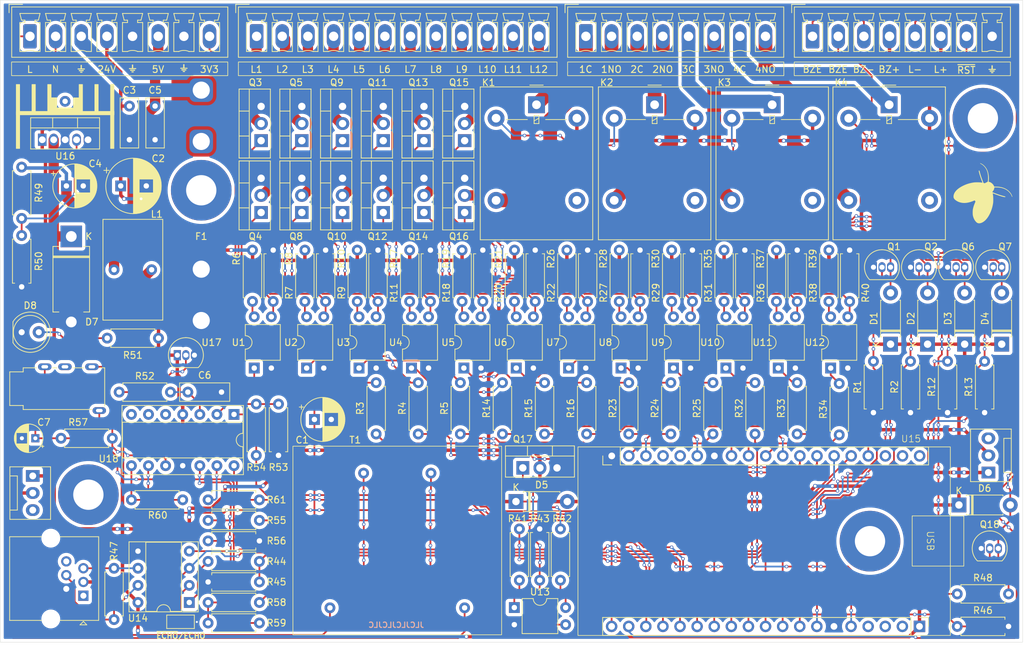
<source format=kicad_pcb>
(kicad_pcb (version 20240108) (generator "pcbnew") (generator_version "8.0")
  (title_block (title "Domoticata main control unit") (date "2024-07-24") (rev "0.1") (company "Davide Scalisi"))
  (layers (0 "F.Cu" signal) (31 "B.Cu" signal) (34 "B.Paste" user) (35 "F.Paste" user) (36 "B.SilkS" user "B.Silkscreen") (37 "F.SilkS" user "F.Silkscreen") (38 "B.Mask" user) (39 "F.Mask" user) (44 "Edge.Cuts" user))
  (net 0 "")
  (net 1 "GND")
  (net 2 "+3.3V")
  (net 3 "+5V")
  (net 4 "Net-(U18A-+)")
  (net 5 "/AC_I_IN_1")
  (net 6 "Net-(D1-A)")
  (net 7 "Net-(D2-A)")
  (net 8 "Net-(D3-A)")
  (net 9 "Net-(D4-A)")
  (net 10 "+24V")
  (net 11 "/PERIPHERALS/FAN-")
  (net 12 "/PERIPHERALS/BUZZER_EN_2")
  (net 13 "Net-(D7-K)")
  (net 14 "Net-(D8-A)")
  (net 15 "/OUT/L8")
  (net 16 "/OUT/L1")
  (net 17 "/OUT/L12")
  (net 18 "/OUT/L7")
  (net 19 "/OUT/L10")
  (net 20 "/OUT/L3")
  (net 21 "/OUT/L4")
  (net 22 "/OUT/L11")
  (net 23 "/OUT/L9")
  (net 24 "/OUT/L2")
  (net 25 "/OUT/L5")
  (net 26 "/OUT/L6")
  (net 27 "/OUT/K4_COM")
  (net 28 "/OUT/K1_NO")
  (net 29 "/OUT/K1_COM")
  (net 30 "/OUT/K2_COM")
  (net 31 "/OUT/K3_COM")
  (net 32 "/OUT/K3_NO")
  (net 33 "/OUT/K4_NO")
  (net 34 "/OUT/K2_NO")
  (net 35 "/PERIPHERALS/LED-")
  (net 36 "/PERIPHERALS/BUZZER-")
  (net 37 "/~{RESET}")
  (net 39 "/AC_I_IN_2")
  (net 40 "/AC_N")
  (net 41 "/AC_L")
  (net 42 "/PERIPHERALS/B")
  (net 44 "/PERIPHERALS/A")
  (net 48 "/PERIPHERALS/~{RE}")
  (net 49 "/MCU/DE{slash}~{RE}")
  (net 54 "/MCU/O13")
  (net 55 "/MCU/O14")
  (net 56 "Net-(Q3-G)")
  (net 57 "Net-(Q4-G)")
  (net 58 "Net-(Q5-G)")
  (net 59 "/MCU/O15")
  (net 60 "/MCU/O16")
  (net 61 "Net-(Q8-G)")
  (net 62 "Net-(Q9-G)")
  (net 63 "Net-(Q10-G)")
  (net 64 "Net-(Q11-G)")
  (net 65 "Net-(Q12-G)")
  (net 66 "Net-(Q13-G)")
  (net 67 "Net-(Q14-G)")
  (net 68 "Net-(Q15-G)")
  (net 69 "Net-(Q16-G)")
  (net 70 "Net-(Q17-G)")
  (net 71 "/MCU/ALARM")
  (net 72 "/MCU/O1")
  (net 73 "Net-(R3-Pad2)")
  (net 74 "/MCU/O2")
  (net 75 "Net-(R4-Pad2)")
  (net 76 "Net-(R5-Pad2)")
  (net 77 "/MCU/O3")
  (net 78 "/MCU/O4")
  (net 79 "Net-(R14-Pad2)")
  (net 80 "Net-(R15-Pad2)")
  (net 81 "/MCU/O5")
  (net 82 "/MCU/O6")
  (net 83 "Net-(R16-Pad2)")
  (net 84 "Net-(R23-Pad2)")
  (net 85 "/MCU/O7")
  (net 86 "/MCU/O8")
  (net 87 "Net-(R24-Pad2)")
  (net 88 "Net-(R25-Pad2)")
  (net 89 "/MCU/O9")
  (net 90 "Net-(R32-Pad2)")
  (net 91 "/MCU/O10")
  (net 92 "Net-(R33-Pad2)")
  (net 93 "/MCU/O11")
  (net 94 "/MCU/O12")
  (net 95 "Net-(R34-Pad2)")
  (net 96 "/MCU/FAN")
  (net 97 "Net-(R41-Pad2)")
  (net 98 "Net-(R42-Pad2)")
  (net 99 "/MCU/RX")
  (net 100 "Net-(U14-RO)")
  (net 101 "/PSU/FB")
  (net 102 "Net-(U17-V_{OUT})")
  (net 103 "Net-(U18A--)")
  (net 104 "/MCU/TEMP")
  (net 105 "Net-(U18D-+)")
  (net 106 "/HOMEMONITOR/I")
  (net 107 "Net-(U18C--)")
  (net 108 "Net-(U18D--)")
  (net 109 "/HOMEMONITOR/V")
  (net 110 "/MCU/TX")
  (net 122 "Net-(J5-Pin_3)")
  (net 124 "Net-(R6-Pad1)")
  (net 125 "Net-(R8-Pad1)")
  (net 126 "Net-(R10-Pad1)")
  (net 127 "Net-(R17-Pad1)")
  (net 128 "Net-(R19-Pad1)")
  (net 129 "Net-(R21-Pad1)")
  (net 130 "Net-(R26-Pad1)")
  (net 131 "Net-(R28-Pad1)")
  (net 132 "Net-(R30-Pad1)")
  (net 133 "Net-(R35-Pad1)")
  (net 134 "Net-(R37-Pad1)")
  (net 135 "Net-(R39-Pad1)")
  (net 136 "Net-(T1-SA)")
  (footprint "Resistor_THT:R_Axial_DIN0207_L6.3mm_D2.5mm_P7.62mm_Horizontal" (layer "F.Cu") (at 154.654 137.414 90)
    (property "Reference" "R43")
    (property "Value" "1k")
  )
  (footprint "Package_DIP:DIP-4_W7.62mm" (layer "F.Cu") (at 182.30181 105.908 90)
    (property "Reference" "U10")
    (property "Value" "PC817")
  )
  (footprint "Resistor_THT:R_Axial_DIN0207_L6.3mm_D2.5mm_P7.62mm_Horizontal" (layer "F.Cu") (at 119.78009 96.012 90)
    (property "Reference" "R8")
    (property "Value" "1k")
  )
  (footprint "Package_DIP:DIP-4_W7.62mm" (layer "F.Cu") (at 174.51972 105.908 90)
    (property "Reference" "U9")
    (property "Value" "PC817")
  )
  (footprint "Resistor_THT:R_Axial_DIN0207_L6.3mm_D2.5mm_P7.62mm_Horizontal" (layer "F.Cu") (at 155.37478 115.697 90)
    (property "Reference" "R15")
    (property "Value" "R")
  )
  (footprint "Package_DIP:DIP-4_W7.62mm" (layer "F.Cu") (at 151.17345 105.908 90)
    (property "Reference" "U6")
    (property "Value" "PC817")
  )
  (footprint "Resistor_THT:R_Axial_DIN0207_L6.3mm_D2.5mm_P7.62mm_Horizontal" (layer "F.Cu") (at 113.03 137.668 180)
    (property "Reference" "R45")
    (property "Value" "18k")
  )
  (footprint "Package_TO_SOT_THT:TO-92_Inline" (layer "F.Cu") (at 204.216 90.932)
    (property "Reference" "Q1")
    (property "Value" "2N7000")
  )
  (footprint "Fuse:Fuseholder_Clip-6.3x32mm_Littelfuse_102_Inline_P34.21x7.62mm_D2.54mm_Horizontal" (layer "F.Cu") (at 104.394 64.634 -90)
    (property "Reference" "F1")
    (property "Value" "T30A 250V")
  )
  (footprint "Resistor_THT:R_Axial_DIN0207_L6.3mm_D2.5mm_P7.62mm_Horizontal" (layer "F.Cu") (at 83.566 116.332)
    (property "Reference" "R57")
    (property "Value" "R")
  )
  (footprint "Capacitor_THT:CP_Radial_D4.0mm_P2.00mm" (layer "F.Cu") (at 79.756 116.332 180)
    (property "Reference" "C7")
    (property "Value" "10u")
  )
  (footprint "Resistor_THT:R_Axial_DIN0207_L6.3mm_D2.5mm_P7.62mm_Horizontal" (layer "F.Cu") (at 215.222666 112.522 90)
    (property "Reference" "R12")
    (property "Value" "10k")
  )
  (footprint "Package_TO_SOT_THT:TO-220-3_Vertical" (layer "F.Cu") (at 143.51 82.804 90)
    (property "Reference" "Q16")
    (property "Value" "IRFZ44N")
  )
  (footprint "Package_TO_SOT_THT:TO-220-3_Vertical" (layer "F.Cu") (at 125.3744 72.136 90)
    (property "Reference" "Q9")
    (property "Value" "IRFZ44N")
  )
  (footprint "Diode_THT:D_DO-41_SOD81_P7.62mm_Horizontal" (layer "F.Cu") (at 217.762666 102.362 90)
    (property "Reference" "D3")
    (property "Value" "1N4007")
  )
  (footprint "Package_TO_SOT_THT:TO-220-3_Vertical" (layer "F.Cu") (at 131.4196 72.136 90)
    (property "Reference" "Q11")
    (property "Value" "IRFZ44N")
  )
  (footprint "Resistor_THT:R_Axial_DIN0207_L6.3mm_D2.5mm_P7.62mm_Horizontal" (layer "F.Cu") (at 130.64218 88.392 -90)
    (property "Reference" "R11")
    (property "Value" "1k")
  )
  (footprint "Resistor_THT:R_Axial_DIN0207_L6.3mm_D2.5mm_P7.62mm_Horizontal" (layer "F.Cu") (at 169.55263 88.392 -90)
    (property "Reference" "R29")
    (property "Value" "1k")
  )
  (footprint "LOGO" (layer "F.Cu") (at 86.57307 61.468)
    (property "Reference" "G***" (hide yes))
    (property "Value" "LOGO" (hide yes))
  )
  (footprint "Package_TO_SOT_THT:TO-220-3_Vertical" (layer "F.Cu") (at 152.146 120.7314)
    (property "Reference" "Q17")
    (property "Value" "IRFZ44N")
  )
  (footprint "Relay_THT:Relay_SPDT_Omron-G5LE-1" (layer "F.Cu") (at 171.72 66.802)
    (property "Reference" "K2")
    (property "Value" "Relay_SPDT")
  )
  (footprint "MountingHole:MountingHole_4.5mm_Pad_TopBottom" (layer "F.Cu") (at 104.394 79.502)
    (property "Reference" "H1" (hide yes))
    (property "Value" "MountingHole")
  )
  (footprint "MCU_Espressif_ESP32_38PIN:ESP32_38PIN" (layer "F.Cu") (at 187.984 131.612 -90)
    (property "Reference" "U15")
    (property "Value" "ESP-WROOM-32")
  )
  (footprint "Resistor_THT:R_Axial_DIN0207_L6.3mm_D2.5mm_P7.62mm_Horizontal" (layer "F.Cu") (at 77.724 76.064 -90)
    (property "Reference" "R49")
    (property "Value" "3k")
  )
  (footprint "Package_TO_SOT_THT:TO-220-3_Vertical" (layer "F.Cu") (at 113.284 72.136 90)
    (property "Reference" "Q3")
    (property "Value" "IRFZ44N")
  )
  (footprint "Package_TO_SOT_THT:TO-220-3_Vertical" (layer "F.Cu") (at 137.4648 72.136 90)
    (property "Reference" "Q13")
    (property "Value" "IRFZ44N")
  )
  (footprint "Resistor_THT:R_Axial_DIN0207_L6.3mm_D2.5mm_P7.62mm_Horizontal" (layer "F.Cu") (at 192.88618 115.697 90)
    (property "Reference" "R33")
    (property "Value" "R")
  )
  (footprint "Resistor_THT:R_Axial_DIN0207_L6.3mm_D2.5mm_P7.62mm_Horizontal" (layer "F.Cu") (at 111.998 96.012 90)
    (property "Reference" "R6")
    (property "Value" "1k")
  )
  (footprint "Diode_THT:D_DO-41_SOD81_P7.62mm_Horizontal" (layer "F.Cu") (at 216.916 126.238)
    (property "Reference" "D6")
    (property "Value" "1N4007")
  )
  (footprint "Resistor_THT:R_Axial_DIN0207_L6.3mm_D2.5mm_P7.62mm_Horizontal" (layer "F.Cu") (at 115.864 111.252 -90)
    (property "Reference" "R53")
    (property "Value" "1k")
  )
  (footprint "Package_TO_SOT_THT:TO-92_Inline" (layer "F.Cu") (at 215.222666 90.932)
    (property "Reference" "Q6")
    (property "Value" "2N7000")
  )
  (footprint "Resistor_THT:R_Axial_DIN0207_L6.3mm_D2.5mm_P7.62mm_Horizontal" (layer "F.Cu") (at 157.734 129.794 -90)
    (property "Reference" "R42")
    (property "Value" "1k")
  )
  (footprint "Resistor_THT:R_Axial_DIN0207_L6.3mm_D2.5mm_P7.62mm_Horizontal" (layer "F.Cu") (at 135.34427 96.012 90)
    (property "Reference" "R17")
    (property "Value" "1k")
  )
  (footprint "Resistor_THT:R_Axial_DIN0207_L6.3mm_D2.5mm_P7.62mm_Horizontal" (layer "F.Cu") (at 105.41 143.764)
    (property "Reference" "R59")
    (property "Value" "R")
  )
  (footprint "Package_DIP:DIP-4_W7.62mm" (layer "F.Cu") (at 190.0839 105.908 90)
    (property "Reference" "U11")
    (property "Value" "PC817")
  )
  (footprint "LOGO" (layer "F.Cu") (at 220.139493 80.264)
    (property "Reference" "G***" (hide yes))
    (property "Value" "LOGO" (hide yes))
  )
  (footprint "Package_TO_SOT_THT:TO-220-3_Vertical" (layer "F.Cu") (at 113.284 82.804 90)
    (property "Reference" "Q4")
    (property "Value" "IRFZ44N")
  )
  (footprint "Package_DIP:DIP-4_W7.62mm" (layer "F.Cu") (at 120.04509 105.908 90)
    (property "Reference" "U2")
    (property "Value" "PC817")
  )
  (footprint "Resistor_THT:R_Axial_DIN0207_L6.3mm_D2.5mm_P7.62mm_Horizontal" (layer "F.Cu") (at 161.62668 115.697 90)
    (property "Reference" "R16")
    (property "Value" "R")
  )
  (footprint "LOGO" (layer "F.Cu") (at 101.81307 61.361914)
    (property "Reference" "G***" (hide yes))
    (property "Value" "LOGO" (hide yes))
  )
  (footprint "Resistor_THT:R_Axial_DIN0207_L6.3mm_D2.5mm_P7.62mm_Horizontal" (layer "F.Cu") (at 105.41 125.476)
    (property "Reference" "R61")
    (property "Value" "10k")
  )
  (footprint "LOGO" (layer "F.Cu") (at 221.84557 61.532221)
    (property "Reference" "G***" (hide yes))
    (property "Value" "LOGO" (hide yes))
  )
  (footprint "Resistor_THT:R_Axial_DIN0207_L6.3mm_D2.5mm_P7.62mm_Horizontal" (layer "F.Cu") (at 143.12636 96.012 90)
    (property "Reference" "R19")
    (property "Value" "1k")
  )
  (footprint "Package_DIP:DIP-4_W7.62mm" (layer "F.Cu") (at 150.886 141.473)
    (property "Reference" "U13")
    (property "Value" "PC817")
  )
  (footprint "Connector_RJ:RJ25_Wayconn_MJEA-660X1_Horizontal" (layer "F.Cu") (at 86.89 139.716 -90)
    (property "Reference" "J6" (hide yes))
    (property "Value" "6P6C" (hide yes))
  )
  (footprint "Package_TO_SOT_THT:TO-92_Inline" (layer "F.Cu") (at 220.725999 90.932)
    (property "Reference" "Q7")
    (property "Value" "2N7000")
  )
  (footprint "MountingHole:MountingHole_4.5mm_Pad_TopBottom" (layer "F.Cu") (at 203.708 131.612)
    (property "Reference" "H4" (hide yes))
    (property "Value" "MountingHole")
  )
  (footprint "Resistor_THT:R_Axial_DIN0207_L6.3mm_D2.5mm_P7.62mm_Horizontal" (layer "F.Cu") (at 142.87098 115.697 90)
    (property "Reference" "R5")
    (property "Value" "R")
  )
  (footprint "LED_THT:LED_D5.0mm" (layer "F.Cu") (at 77.724 100.584)
    (property "Reference" "D8")
    (property "Value" "LED")
  )
  (footprint "Package_DIP:DIP-4_W7.62mm" (layer "F.Cu") (at 143.39136 105.908 90)
    (property "Reference" "U5")
    (property "Value" "PC817")
  )
  (footprint "Connector_Phoenix_MC_D1.4mm:PhoenixContact_MCV_1,5_12-G-3.81_1x12_P3.81mm_D1.4mm_Vertical" (layer "F.Cu") (at 112.614833 56.642)
    (property "Reference" "J1" (hide yes))
    (property "Value" "Screw_Terminal_01x12" (hide yes))
  )
  (footprint "Connector_Phoenix_MC_D1.4mm:PhoenixContact_MCV_1,5_8-G-3.81_1x08_P3.81mm_D1.4mm_Vertical" (layer "F.Cu") (at 161.515666 56.642)
    (property "Reference" "J2" (hide yes))
    (property "Value" "Screw_Terminal_01x08" (hide yes))
  )
  (footprint "Resistor_THT:R_Axial_DIN0207_L6.3mm_D2.5mm_P7.62mm_Horizontal" (layer "F.Cu") (at 158.69054 96.012 90)
    (property "Reference" "R26")
    (property "Value" "1k")
  )
  (footprint "Resistor_THT:R_Axial_DIN0207_L6.3mm_D2.5mm_P7.62mm_Horizontal" (layer "F.Cu") (at 204.216 112.522 90)
    (property "Reference" "R1")
    (property "Value" "10k")
  )
  (footprint "Resistor_THT:R_Axial_DIN0207_L6.3mm_D2.5mm_P7.62mm_Horizontal" (layer "F.Cu") (at 220.725999 112.522 90)
    (property "Reference" "R13")
    (property "Value" "10k")
  )
  (footprint "Resistor_THT:R_Axial_DIN0207_L6.3mm_D2.5mm_P7.62mm_Horizontal" (layer "F.Cu") (at 199.138082 115.824 90)
    (property "Reference" "R34")
    (property "Value" "R")
  )
  (footprint "Connector:FanPinHeader_1x03_P2.54mm_Vertical" (layer "F.Cu") (at 79.369 121.92 -90)
    (property "Reference" "J8" (hide yes))
    (property "Value" "Conn_01x03_Pin" (hide yes))
  )
  (footprint "Resistor_THT:R_Axial_DIN0207_L6.3mm_D2.5mm_P7.62mm_Horizontal" (layer "F.Cu") (at 146.20636 88.392 -90)
    (property "Reference" "R20")
    (property "Value" "1k")
  )
  (footprint "Resistor_THT:R_Axial_DIN0207_L6.3mm_D2.5mm_P7.62mm_Horizontal" (layer "F.Cu") (at 138.42427 88.392 -90)
    (property "Reference" "R18")
    (property "Value" "1k")
  )
  (footprint "Resistor_THT:R_Axial_DIN0207_L6.3mm_D2.5mm_P7.62mm_Horizontal" (layer "F.Cu") (at 105.41 134.62)
    (property "Reference" "R44")
    (property "Value" "10k")
  )
  (footprint "Relay_THT:Relay_SPDT_Omron-G5LE-1" (layer "F.Cu") (at 206.55 66.802)
    (property "Reference" "K4")
    (property "Value" "Relay_SPDT")
  )
  (footprint "HomeMonitor:SCT013" (layer "F.Cu") (at 84.328 108.966)
    (property "Reference" "J4" (hide yes))
    (property "Value" "AudioJack4" (hide yes))
  )
  (footprint "Resistor_THT:R_Axial_DIN0207_L6.3mm_D2.5mm_P7.62mm_Horizontal" (layer "F.Cu") (at 94.02 125.476)
    (property "Reference" "R60")
    (property "Value" "10k")
  )
  (footprint "Heatsink_Custom:Heatsink_Custom_1" (layer "F.Cu") (at 76.924 63.794)
    (property "Reference" "HS1" (hide yes))
    (property "Value" "Heatsink_Pad" (hide yes))
  )
  (footprint "Resistor_THT:R_Axial_DIN0207_L6.3mm_D2.5mm_P7.62mm_Horizontal" (layer "F.Cu") (at 153.98845 88.392 -90)
    (property "Reference" "R22")
    (property "Value" "1k")
  )
  (footprint "Capacitor_THT:C_Rect_L7.2mm_W2.5mm_P5.00mm_FKS2_FKP2_MKS2_MKP2" (layer "F.Cu") (at 93.726 67 -90)
    (property "Reference" "C3")
    (property "Value" "100n")
  )
  (footprint "Package_DIP:DIP-4_W7.62mm" (layer "F.Cu") (at 135.60927 105.908 90)
    (property "Reference" "U4")
    (property "Value" "PC817")
  )
  (footprint "Resistor_THT:R_Axial_DIN0207_L6.3mm_D2.5mm_P7.62mm_Horizontal" (layer "F.Cu") (at 161.77054 88.392 -90)
    (property "Reference" "R27")
    (property "Value" "1k")
  )
  (footprint "Package_TO_SOT_THT:TO-220-3_Vertical" (layer "F.Cu") (at 125.3744 82.804 90)
    (property "Reference" "Q10")
    (property "Value" "IRFZ44N")
  )
  (footprint "Diode_THT:D_DO-41_SOD81_P7.62mm_Horizontal" (layer "F.Cu") (at 151.13 125.73)
    (property "Reference" "D5")
    (property "Value" "1N5819")
  )
  (footprint "Resistor_THT:R_Axial_DIN0207_L6.3mm_D2.5mm_P7.62mm_Horizontal" (layer "F.Cu") (at 216.662 139.446)
    (property "Reference" "R48")
    (property "Value" "R")
  )
  (footprint "Diode_THT:D_DO-201AD_P12.70mm_Horizontal" (layer "F.Cu") (at 85.09 86.36 -90)
    (property "Reference" "D7")
    (property "Value" "1N5822")
  )
  (footprint "Package_DIP:DIP-4_W7.62mm" (layer "F.Cu") (at 158.95554 105.908 90)
    (property "Reference" "U7")
    (property "Value" "PC817")
  )
  (footprint "Package_DIP:DIP-8_W7.62mm_Socket" (layer "F.Cu") (at 102.616 140.716 180)
    (property "Reference" "U14")
    (property "Value" "MAX487E")
  )
  (footprint "Resistor_THT:R_Axial_DIN0207_L6.3mm_D2.5mm_P7.62mm_Horizontal" (layer "F.Cu") (at 216.662 144.272)
    (property "Reference" "R46")
    (property "Value" "10k")
  )
  (footprint "MountingHole:MountingHole_4.5mm_Pad_TopBottom" (layer "F.Cu") (at 87.63 124.714)
    (property "Reference" "H3" (hide yes))
    (property "Value" "MountingHole")
  )
  (footprint "Package_TO_SOT_THT:TO-220-5_Vertical" (layer "F.Cu") (at 80.7792 72)
    (property "Reference" "U16")
    (property "Value" "LM2596T-ADJ")
  )
  (footprint "Connector_Phoenix_MC_D1.4mm:PhoenixContact_MCV_1,5_8-G-3.81_1x08_P3.81mm_D1.4mm_Vertical" (layer "F.Cu") (at 78.954 56.642)
    (property "Reference" "J5" (hide yes))
    (property "Value" "Screw_Terminal_01x08" (hide yes))
  )
  (footprint "LOGO" (layer "F.Cu") (at 94.19307 61.414957)
    (property "Reference" "G***" (hide yes))
    (property "Value" "LOGO" (hide yes))
  )
  (footprint "Resistor_THT:R_Axial_DIN0207_L6.3mm_D2.5mm_P7.62mm_Horizontal" (layer "F.Cu") (at 166.47263 96.012 90)
    (property "Reference" "R28")
    (property "Value" "1k")
  )
  (footprint "Resistor_THT:R_Axial_DIN0207_L6.3mm_D2.5mm_P7.62mm_Horizontal" (layer "F.Cu") (at 174.13048 115.697 90)
    (property "Reference" "R24")
    (property "Value" "R")
  )
  (footprint "Resistor_THT:R_Axial_DIN0207_L6.3mm_D2.5mm_P7.62mm_Horizontal" (layer "F.Cu") (at 177.33472 88.392 -90)
    (property "Reference" "R31")
    (property "Value" "1k")
  )
  (footprint "Resistor_THT:R_Axial_DIN0207_L6.3mm_D2.5mm_P7.62mm_Horizontal" (layer "F.Cu") (at 200.68099 88.392 -90)
    (property "Reference" "R40")
    (property "Value" "1k")
  )
  (footprint "Resistor_THT:R_Axial_DIN0207_L6.3mm_D2.5mm_P7.62mm_Horizontal" (layer "F.Cu") (at 115.078 88.392 -90)
    (property "Reference" "R7")
    (property "Value" "1k")
  )
  (footprint "Package_TO_SOT_THT:TO-92_Inline" (layer "F.Cu") (at 100.838 103.992)
    (property "Reference" "U17")
    (property "Value" "LM35-D")
  )
  (footprint "Connector:FanPinHeader_1x03_P2.54mm_Vertical" (layer "F.Cu") (at 221.287 121.422 90)
    (property "Reference" "J7" (hide yes))
    (property "Value" "Conn_01x03_Pin" (hide yes))
  )
  (footprint "Diode_THT:D_DO-41_SOD81_P7.62mm_Horizontal" (layer "F.Cu") (at 212.259333 102.362 90)
    (property "Reference" "D2")
    (property "Value" "1N4007")
  )
  (footprint "Package_TO_SOT_THT:TO-220-3_Vertical" (layer "F.Cu") (at 119.3292 82.804 90)
    (property "Reference" "Q8")
    (property "Value" "IRFZ44N")
  )
  (footprint "Package_DIP:DIP-14_W7.62mm_Socket" (layer "F.Cu") (at 109.26 112.786 -90)
    (property "Reference" "U18")
    (property "Value" "LM324")
  )
  (footprint "Package_TO_SOT_THT:TO-220-3_Vertical" (layer "F.Cu") (at 131.4196 82.804 90)
    (property "Reference" "Q12")
    (property "Value" "IRFZ44N")
  )
  (footprint "Resistor_THT:R_Axial_DIN0207_L6.3mm_D2.5mm_P7.62mm_Horizontal" (layer "F.Cu") (at 185.11681 88.392 -90)
    (property "Reference" "R36")
    (property "Value" "1k")
  )
  (footprint "Resistor_THT:R_Axial_DIN0207_L6.3mm_D2.5mm_P7.62mm_Horizontal" (layer "F.Cu") (at 197.60099 96.012 90)
    (property "Reference" "R39")
    (property "Value" "1k")
  )
  (footprint "Resistor_THT:R_Axial_DIN0207_L6.3mm_D2.5mm_P7.62mm_Horizontal" (layer "F.Cu") (at 189.8189 96.012 90)
    (property "Reference" "R37")
    (property "Value" "1k")
  )
  (footprint "Resistor_THT:R_Axial_DIN0207_L6.3mm_D2.5mm_P7.62mm_Horizontal" (layer "F.Cu") (at 91.44 135.636 -90)
    (property "Reference" "R47")
    (property "Value" "120")
  )
  (footprint "Package_TO_SOT_THT:TO-92_Inline" (layer "F.Cu") (at 209.719333 90.932)
    (property "Reference" "Q2")
    (property "Value" "2N7000")
  )
  (footprint "Resistor_THT:R_Axial_DIN0207_L6.3mm_D2.5mm_P7.62mm_Horizontal" (layer "F.Cu") (at 112.562 111.252 -90)
    (property "Reference" "R54")
    (property "Value" "2k")
  )
  (footprint "HomeMonitor:Transformer" (layer "F.Cu") (at 118.004 117.512)
    (property "Reference" "T1")
    (property "Value" "Transformer_1P_1S")
  )
  (footprint "Relay_THT:Relay_SPDT_Omron-G5LE-1" (layer "F.Cu") (at 154.178 66.802)
    (property "Reference" "K1")
    (property "Value" "Relay_SPDT")
  )
  (footprint "Resistor_THT:R_Axial_DIN0207_L6.3mm_D2.5mm_P7.62mm_Horizontal" (layer "F.Cu") (at 209.719333 112.522 90)
    (property "Reference" "R2")
    (property "Value" "10k")
  )
  (footprint "Resistor_THT:R_Axial_DIN0207_L6.3mm_D2.5mm_P7.62mm_Horizontal" (layer "F.Cu") (at 113.03 140.716 180)
    (property "Reference" "R58")
    (property "Value" "R")
  )
  (footprint "Relay_THT:Relay_SPDT_Omron-G5LE-1" (layer "F.Cu") (at 189.182 66.802)
    (property "Reference" "K3")
    (property "Value" "Relay_SPDT")
  )
  (footprint "Capacitor_THT:CP_Radial_D6.3mm_P2.50mm" (layer "F.Cu") (at 84.368 78.858)
    (property "Reference" "C4")
    (property "Value" "100u 25V")
  )
  (footprint "Resistor_THT:R_Axial_DIN0207_L6.3mm_D2.5mm_P7.62mm_Horizontal" (layer "F.Cu") (at 105.41 131.572)
    (property "Reference" "R56")
    (property "Value" "10k")
  )
  (footprint "Resistor_THT:R_Axial_DIN0207_L6.3mm_D2.5mm_P7.62mm_Horizontal" (layer "F.Cu") (at 127.56218 96.012 90)
    (property "Reference" "R10")
    (property "Value" "1k")
  )
  (footprint "Resistor_THT:R_Axial_DIN0207_L6.3mm_D2.5mm_P7.62mm_Horizontal" (layer "F.Cu") (at 151.638 129.794 -90)
    (property "Reference" "R41")
    (property "Value" "R")
  )
  (footprint "Package_TO_SOT_THT:TO-220-3_Vertical" (layer "F.Cu") (at 137.4648 82.804 90)
    (property "Reference" "Q14")
    (property "Value" "IRFZ44N")
  )
  (footprint "Capacitor_THT:CP_Radial_D8.0mm_P3.80mm" (layer "F.Cu") (at 92.431349 78.858)
    (property "Reference" "C2")
    (property "Value" "100u 50V")
  )
  (footprint "Resistor_THT:R_Axial_DIN0207_L6.3mm_D2.5mm_P7.62mm_Horizontal" (layer "F.Cu") (at 150.90845 96.012 90)
    (property "Reference" "R21")
    (property "Value" "1k")
  )
  (footprint "Resistor_THT:R_Axial_DIN0207_L6.3mm_D2.5mm_P7.62mm_Horizontal" (layer "F.Cu") (at 167.87858 115.697 90)
    (property "Reference" "R23")
    (property "Value" "R")
  )
  (footprint "Resistor_THT:R_Axial_DIN0207_L6.3mm_D2.5mm_P7.62mm_Horizontal" (layer "F.Cu") (at 192.8989 88.392 -90)
    (property "Reference" "R38")
    (property "Value" "1k")
  )
  (footprint "Resistor_THT:R_Axial_DIN0207_L6.3mm_D2.5mm_P7.62mm_Horizontal" (layer "F.Cu") (at 182.03681 96.012 90)
    (property "Reference" "R35")
    (property "Value" "1k")
  )
  (footprint "Capacitor_THT:C_Rect_L7.2mm_W2.5mm_P5.00mm_FKS2_FKP2_MKS2_MKP2" (layer "F.Cu") (at 102.402 109.474)
    (property "Reference" "C6")
    (property "Value" "100n")
  )
  (footprint "Package_TO_SOT_THT:TO-92_Inline" (layer "F.Cu") (at 220.218 132.694)
    (property "Reference" "Q18")
    (property "Value" "2N7000")
  )
  (footprint "Resistor_THT:R_Axial_DIN0207_L6.3mm_D2.5mm_P7.62mm_Horizontal" (layer "F.Cu") (at 122.86009 88.392 -90)
    (property "Reference" "R9")
    (property "Value" "1k")
  )
  (footprint "Inductor_THT:L_Toroid_Vertical_L14.7mm_W8.6mm_P5.58mm_Pulse_KM-1" (layer "F.Cu") (at 97.024 91.304 -90)
    (property "Reference" "L1")
    (property "Value" "47u 3A")
  )
  (footprint "Package_DIP:DIP-4_W7.62mm" (layer "F.Cu") (at 197.86599 105.908 90)
    (property "Reference" "U12")
    (property "Value" "PC817")
  )
  (footprint "Resistor_THT:R_Axial_DIN0207_L6.3mm_D2.5mm_P7.62mm_Horizontal" (layer "F.Cu") (at 77.724 86.224 -90)
    (property "Reference" "R50")
    (property "Value" "1k")
  )
  (footprint "Package_DIP:DIP-4_W7.62mm" (layer "F.Cu") (at 127.82718 105.908 90)
    (property "Reference" "U3")
    (property "Value" "PC817")
  )
  (footprint "Resistor_THT:R_Axial_DIN0207_L6.3mm_D2.5mm_P7.62mm_Horizontal" (layer "F.Cu") (at 149.12288 115.697 90)
    (property "Reference" "R14")
    (property "Value" "R")
  )
  (footprint "Resistor_THT:R_Axial_DIN0207_L6.3mm_D2.5mm_P7.62mm_Horizontal" (layer "F.Cu") (at 174.25472 96.012 90)
    (property "Reference" "R30")
    (property "Value" "1k")
  )
  (footprint "Package_DIP:DIP-4_W7.62mm" (layer "F.Cu") (at 166.73763 105.908 90)
    (property "Reference" "U8")
    (property "Value" "PC817")
  )
  (footprint "Resistor_THT:R_Axial_DIN0207_L6.3mm_D2.5mm_P7.62mm_Horizontal" (layer "F.Cu") (at 180.38238 115.697 90)
    (property "Reference" "R25")
    (property "Value" "R")
  )
  (footprint "Resistor_THT:R_Axial_DIN0207_L6.3mm_D2.5mm_P7.62mm_Horizontal" (layer "F.Cu") (at 136.61908 115.697 90)
    (property "Reference" "R4")
    (property "Value" "R")
  )
  (footprint "Package_DIP:DIP-4_W7.62mm" (layer "F.Cu") (at 112.263 105.908 90)
    (property "Reference" "U1")
    (property "Value" "PC817")
  )
  (footprint "Resistor_THT:R_Axial_DIN0207_L6.3mm_D2.5mm_P7.62mm_Horizontal" (layer "F.Cu") (at 105.41 128.524)
    (property "Reference" "R55")
    (property "Value" "10k")
  )
  (footprint "Resistor_THT:R_Axial_DIN0207_L6.3mm_D2.5mm_P7.62mm_Horizontal" (layer "F.Cu") (at 92.202 109.474)
    (property "Reference" "R52")
    (property "Value" "10k")
  )
  (footprint "Jumper:SolderJumper-3_P1.3mm_Open_Pad1.0x1.5mm" (layer "F.Cu") (at 101.316 143.5862)
    (property "Reference" "JP1" (hide yes))
    (property "Value" "ECHO/~{ECHO}" (hide yes))
  )
  (footprint "Diode_THT:D_DO-41_SOD81_P7.62mm_Horizontal" (layer "F.Cu") (at 223.265999 102.362 90)
    (property "Reference" "D4")
    (property "Value" "1N4007")
  )
  (footprint "Package_TO_SOT_THT:TO-220-3_Vertical" (layer "F.Cu") (at 143.51 72.136 90)
    (property "Reference" "Q15")
    (property "Value" "IRFZ44N")
  )
  (footprint "Capacitor_THT:CP_Radial_D6.3mm_P2.50mm" (layer "F.Cu") (at 121.198 113.538)
    (property "Reference" "C1")
    (property "Value" "100u 25V")
  )
  (footprint "MountingHole:MountingHole_4.5mm_Pad_TopBottom" (layer "F.Cu") (at 220.472 68.802)
    (property "Reference" "H2" (hide yes))
    (property "Value" "MountingHole")
  )
  (footprint "Resistor_THT:R_Axial_DIN0207_L6.3mm_D2.5mm_P7.62mm_Horizontal" (layer "F.Cu") (at 186.63428 115.697 90)
    (property "Reference" "R32")
    (property "Value" "R")
  )
  (footprint "Diode_THT:D_DO-41_SOD81_P7.62mm_Horizontal" (layer "F.Cu") (at 206.756 102.362 90)
    (property "Reference" "D1")
    (property "Value" "1N4007")
  )
  (footprint "Resistor_THT:R_Axial_DIN0207_L6.3mm_D2.5mm_P7.62mm_Horizontal" (layer "F.Cu") (at 130.36718 115.697 90)
    (property "Reference" "R3")
    (property "Value" "R")
  )
  (footprint "Package_TO_SOT_THT:TO-220-3_Vertical" (layer "F.Cu") (at 119.3292 72.136 90)
    (property "Reference" "Q5")
    (property "Value" "IRFZ44N")
  )
  (footprint "Capacitor_THT:C_Rect_L7.2mm_W2.5mm_P5.00mm_FKS2_FKP2_MKS2_MKP2" (layer "F.Cu") (at 97.536 67 -90)
    (property "Reference" "C5")
    (property "Value" "100n")
  )
  (footprint "Resistor_THT:R_Axial_DIN0207_L6.3mm_D2.5mm_P7.62mm_Horizontal" (layer "F.Cu") (at 90.424 101.464)
    (property "Reference" "R51")
    (property "Value" "R")
  )
  (footprint "Connector_Phoenix_MC_D1.4mm:PhoenixContact_MCV_1,5_8-G-3.81_1x08_P3.81mm_D1.4mm_Vertical" (layer "F.Cu") (at 195.1765 56.642)
    (property "Reference" "J3" (hide yes))
    (property "Value" "Screw_Terminal_01x08" (hide yes))
  )
  (gr_rect (start 158.8008 60.452) (end 190.9064 62.484) (stroke (width 0.1)) (fill none) (layer "F.SilkS"))
  (gr_rect (start 76.2254 60.452) (end 108.331 62.484) (stroke (width 0.1)) (fill none) (layer "F.SilkS"))
  (gr_rect (start 109.9058 60.452) (end 157.226 62.484) (stroke (width 0.1)) (fill none) (layer "F.SilkS"))
  (gr_rect (start 192.4558 60.452) (end 224.5614 62.484) (stroke (width 0.1)) (fill none) (layer "F.SilkS"))
  (gr_rect (start 74.56 51.272) (end 226.368 146.622) (stroke (width 0.05)) (fill none) (layer "Edge.Cuts"))
  (gr_text "JLCJLCJLCJLC" (at 133.35 144.526 0) (layer "B.SilkS") (effects (font (size 0.8 0.8) (thickness 0.16) (bold yes)) (justify bottom mirror)))
  (gr_text "BZE" (at 197.432929 62.134567 0) (layer "F.SilkS") (effects (font (size 1 1)) (justify left bottom)))
  (gr_text "L5" (at 126.848881 62.134567 0) (layer "F.SilkS") (effects (font (size 1 1)) (justify left bottom)))
  (gr_text "1NO" (at 163.676857 62.134567 0) (layer "F.SilkS") (effects (font (size 1 1)) (justify left bottom)))
  (gr_text "L12" (at 153.04269 62.134567 0) (layer "F.SilkS") (effects (font (size 1 1)) (justify left bottom)))
  (gr_text "L" (at 78.424238 62.134567 0) (layer "F.SilkS") (effects (font (size 1 1)) (justify left bottom)))
  (gr_text "BZ+" (at 204.886262 62.134567 0) (layer "F.SilkS") (effects (font (size 1 1)) (justify left bottom)))
  (gr_text "L4" (at 123.038881 62.134567 0) (layer "F.SilkS") (effects (font (size 1 1)) (justify left bottom)))
  (gr_text "L9" (at 142.088881 62.134567 0) (layer "F.SilkS") (effects (font (size 1 1)) (justify left bottom)))
  (gr_text "L3" (at 119.228881 62.134567 0) (layer "F.SilkS") (effects (font (size 1 1)) (justify left bottom)))
  (gr_text "L2" (at 115.418881 62.134567 0) (layer "F.SilkS") (effects (font (size 1 1)) (justify left bottom)))
  (gr_text "BZE" (at 193.622929 62.134567 0) (layer "F.SilkS") (effects (font (size 1 1)) (justify left bottom)))
  (gr_text "L-" (at 209.267691 62.134567 0) (layer "F.SilkS") (effects (font (size 1 1)) (justify left bottom)))
  (gr_text "N\n" (at 82.115191 62.134567 0) (layer "F.SilkS") (effects (font (size 1 1)) (justify left bottom)))
  (gr_text "L1" (at 111.608881 62.134567 0) (layer "F.SilkS") (effects (font (size 1 1)) (justify left bottom)))
  (gr_text "1C" (at 160.414476 62.134567 0) (layer "F.SilkS") (effects (font (size 1 1)) (justify left bottom)))
  (gr_text "4NO" (at 186.536857 62.134567 0) (layer "F.SilkS") (effects (font (size 1 1)) (justify left bottom)))
  (gr_text "BZ-" (at 201.076262 62.134567 0) (layer "F.SilkS") (effects (font (size 1 1)) (justify left bottom)))
  (gr_text "24V" (at 88.878048 62.134567 0) (layer "F.SilkS") (effects (font (size 1 1)) (justify left bottom)))
  (gr_text "L10" (at 145.42269 62.134567 0) (layer "F.SilkS") (effects (font (size 1 1)) (justify left bottom)))
  (gr_text "~{ECHO}/ECHO" (at 97.6376 146.1516 0) (layer "F.SilkS") (effects (font (size 0.8 0.8) (thickness 0.16) (bold yes)) (justify left bottom)))
  (gr_text "L+" (at 213.077691 62.134567 0) (layer "F.SilkS") (effects (font (size 1 1)) (justify left bottom)))
  (gr_text "L8" (at 138.278881 62.134567 0) (layer "F.SilkS") (effects (font (size 1 1)) (justify left bottom)))
  (gr_text "4C" (at 183.274476 62.134567 0) (layer "F.SilkS") (effects (font (size 1 1)) (justify left bottom)))
  (gr_text "3NO" (at 178.916857 62.134567 0) (layer "F.SilkS") (effects (font (size 1 1)) (justify left bottom)))
  (gr_text "L6" (at 130.658881 62.134567 0) (layer "F.SilkS") (effects (font (size 1 1)) (justify left bottom)))
  (gr_text "5V\n" (at 96.974238 62.134567 0) (layer "F.SilkS") (effects (font (size 1 1)) (justify left bottom)))
  (gr_text "L7" (at 134.468881 62.134567 0) (layer "F.SilkS") (effects (font (size 1 1)) (justify left bottom)))
  (gr_text "2NO" (at 171.296857 62.134567 0) (layer "F.SilkS") (effects (font (size 1 1)) (justify left bottom)))
  (gr_text "2C" (at 168.034476 62.134567 0) (layer "F.SilkS") (effects (font (size 1 1)) (justify left bottom)))
  (gr_text "L11" (at 149.23269 62.134567 0) (layer "F.SilkS") (effects (font (size 1 1)) (justify left bottom)))
  (gr_text "3V3" (at 104.118048 62.134567 0) (layer "F.SilkS") (effects (font (size 1 1)) (justify left bottom)))
  (gr_text "3C" (at 175.654476 62.134567 0) (layer "F.SilkS") (effects (font (size 1 1)) (justify left bottom)))
  (gr_text "~{RST}" (at 216.554357 62.2554 0) (layer "F.SilkS") (effects (font (size 1 1)) (justify left bottom)))
  (segment (start 102.616 143.5862) (end 103.7082 143.5862) (width 0.2) (layer "F.Cu") (net 1))
  (segment (start 103.7082 143.5862) (end 103.7336 143.6116) (width 0.2) (layer "F.Cu") (net 1))
  (via (at 103.7336 143.6116) (size 0.508) (drill 0.3048) (layers "F.Cu" "B.Cu") (net 1))
  (segment (start 121.198 128.484) (end 121.158 128.524) (width 0.254) (layer "F.Cu") (net 2))
  (segment (start 109.474 62.484) (end 109.474 108.204) (width 0.254) (layer "F.Cu") (net 2))
  (segment (start 165.334 144.272) (end 165.334 129.52) (width 0.254) (layer "F.Cu") (net 2))
  (segment (start 120.142 108.966) (end 121.198 110.022) (width 0.254) (layer "F.Cu") (net 2))
  (segment (start 109.474 108.204) (end 110.236 108.966) (width 0.254) (layer "F.Cu") (net 2))
  (segment (start 165.334 129.52) (end 164.338 128.524) (width 0.254) (layer "F.Cu") (net 2))
  (segment (start 105.624 56.642) (end 105.624 58.634) (width 0.254) (layer "F.Cu") (net 2))
  (segment (start 164.338 128.524) (end 113.03 128.524) (width 0.254) (layer "F.Cu") (net 2))
  (segment (start 110.236 108.966) (end 120.142 108.966) (width 0.254) (layer "F.Cu") (net 2))
  (segment (start 121.198 110.022) (end 121.198 113.538) (width 0.254) (layer "F.Cu") (net 2))
  (segment (start 121.198 113.538) (end 121.198 128.484) (width 0.254) (layer "F.Cu") (net 2))
  (segment (start 105.624 58.634) (end 109.474 62.484) (width 0.254) (layer "F.Cu") (net 2))
  (segment (start 91.444 91.304) (end 91.444 89.662) (width 1.524) (layer "F.Cu") (net 3))
  (segment (start 97.536 59.69) (end 98.004 59.222) (width 1.524) (layer "F.Cu") (net 3))
  (segment (start 212.55 60.198) (end 207.772 60.198) (width 0.508) (layer "F.Cu") (net 3))
  (segment (start 195.182 71.975632) (end 195.326 72.119632) (width 0.508) (layer "F.Cu") (net 3))
  (segment (start 144.78 145.796) (end 143.764 145.796) (width 0.508) (layer "F.Cu") (net 3))
  (segment (start 213.106 60.198) (end 212.55 60.198) (width 0.508) (layer "F.Cu") (net 3))
  (segment (start 217.762666 112.437334) (end 217.762666 102.362) (width 0.508) (layer "F.Cu") (net 3))
  (segment (start 211.054 127.528) (end 211.054 144.272) (width 0.508) (layer "F.Cu") (net 3))
  (segment (start 92.686 138.406) (end 94.996 140.716) (width 0.508) (layer "F.Cu") (net 3))
  (segment (start 100.838 103.992) (end 98.785 103.992) (width 0.508) (layer "F.Cu") (net 3))
  (segment (start 212.55 68.802) (end 212.55 60.198) (width 0.508) (layer "F.Cu") (net 3))
  (segment (start 94.996 144.9092) (end 94.996 140.716) (width 0.508) (layer "F.Cu") (net 3))
  (segment (start 182.118 72.136) (end 190.8842 72.136) (width 0.508) (layer "F.Cu") (net 3))
  (segment (start 214.2265 59.0775) (end 213.106 60.198) (width 0.508) (layer "F.Cu") (net 3))
  (segment (start 101.092 107.132) (end 100.838 106.878) (width 0.508) (layer "F.Cu") (net 3))
  (segment (start 211.090368 72.119632) (end 212.55 70.66) (width 0.508) (layer "F.Cu") (net 3))
  (segment (start 93.950288 115.703856) (end 100.450144 115.703856) (width 0.508) (layer "F.Cu") (net 3))
  (segment (start 91.444 87.634) (end 94.193349 84.884651) (width 1.524) (layer "F.Cu") (net 3))
  (segment (start 212.344 126.238) (end 211.054 127.528) (width 0.508) (layer "F.Cu") (net 3))
  (segment (start 209.53 145.796) (end 211.054 144.272) (width 0.508) (layer "F.Cu") (net 3))
  (segment (start 216.916 113.284) (end 217.762666 112.437334) (width 0.508) (layer "F.Cu") (net 3))
  (segment (start 202.946 101.6) (end 202.946 85.583264) (width 0.508) (layer "F.Cu") (net 3))
  (segment (start 193.9258 72.119632) (end 195.326 72.119632) (width 0.508) (layer "F.Cu") (net 3))
  (segment (start 95.774 74.406) (end 95.774 68.762) (width 1.524) (layer "F.Cu") (net 3))
  (segment (start 202.946 85.583264) (end 202.438 85.075264) (width 0.508) (layer "F.Cu") (net 3))
  (segment (start 172.450632 72.120632) (end 161.020632 72.120632) (width 0.508) (layer "F.Cu") (net 3))
  (segment (start 195.326 72.119632) (end 211.090368 72.119632) (width 0.508) (layer "F.Cu") (net 3))
  (segment (start 100.838 106.878) (end 100.838 103.992) (width 0.508) (layer "F.Cu") (net 3))
  (segment (start 86.89 137.676) (end 92.686 137.676) (width 0.508) (layer "F.Cu") (net 3))
  (segment (start 99.06 90.678) (end 98.044 89.662) (width 0.508) (layer "F.Cu") (net 3))
  (segment (start 160.178 71.278) (end 160.178 68.802) (width 0.508) (layer "F.Cu") (net 3))
  (segment (start 212.55 68.802) (end 212.55 70.66) (width 0.508) (layer "F.Cu") (net 3))
  (segment (start 98.785 103.992) (end 98.044 103.251) (width 0.508) (layer "F.Cu") (net 3))
  (segment (start 95.774 68.762) (end 97.536 67) (width 1.524) (layer "F.Cu") (net 3))
  (segment (start 100.450144 115.703856) (end 101.64 114.514) (width 0.508) (layer "F.Cu") (net 3))
  (segment (start 91.444 87.634) (end 84.368 80.558) (width 1.524) (layer "F.Cu") (net 3))
  (segment (start 97.536 67) (end 97.536 59.69) (width 1.524) (layer "F.Cu") (net 3))
  (segment (start 92.686 137.676) (end 92.686 138.406) (width 0.508) (layer "F.Cu") (net 3))
  (segment (start 92.694 116.960144) (end 93.950288 115.703856) (width 0.508) (layer "F.Cu") (net 3))
  (segment (start 98.044 89.662) (end 91.444 89.662) (width 0.508) (layer "F.Cu") (net 3))
  (segment (start 217.762666 102.362) (end 212.259333 102.362) (width 0.508) (layer "F.Cu") (net 3))
  (segment (start 101.64 111.546) (end 101.092 110.998) (width 0.508) (layer "F.Cu") (net 3))
  (segment (start 98.044 101.464) (end 98.044 92.837) (width 0.508) (layer "F.Cu") (net 3))
  (segment (start 161.020632 72.120632) (end 160.178 71.278) (width 0.508) (layer "F.Cu") (net 3))
  (segment (start 98.044 103.251) (end 98.044 101.464) (width 0.508) (layer "F.Cu") (net 3))
  (segment (start 177.72 68.802) (end 177.72 72.056) (width 0.508) (layer "F.Cu") (net 3))
  (segment (start 99.06 91.821) (end 99.06 90.678) (width 0.508) (layer "F.Cu") (net 3))
  (segment (start 92.694 137.668) (end 92.694 116.960144) (width 0.508) (layer "F.Cu") (net 3))
  (segment (start 202.438 85.075264) (end 202.438 72.39) (width 0.508) (layer "F.Cu") (net 3))
  (segment (start 206.756 102.362) (end 203.708 102.362) (width 0.508) (layer "F.Cu") (net 3))
  (segment (start 98.044 92.837) (end 99.06 91.821) (width 0.508) (layer "F.Cu") (net 3))
  (segment (start 94.193349 84.884651) (end 94.193349 75.986651) (width 1.524) (layer "F.Cu") (net 3))
  (segment (start 175.7068 72.136) (end 177.8 72.136) (width 0.508) (layer "F.Cu") (net 3))
  (segment (start 177.8 72.136) (end 179.044866 72.136) (width 0.508) (layer "F.Cu") (net 3))
  (segment (start 101.64 112.786) (end 101.64 111.546) (width 0.508) (layer "F.Cu") (net 3))
  (segment (start 101.092 110.998) (end 101.092 107.132) (width 0.508) (layer "F.Cu") (net 3))
  (segment (start 207.772 60.198) (end 206.6065 59.0325) (width 0.508) (layer "F.Cu") (net 3))
  (segment (start 177.72 72.056) (end 177.8 72.136) (width 0.508) (layer "F.Cu") (net 3))
  (segment (start 212.344 126.238) (end 216.916 126.238) (width 0.508) (layer "F.Cu") (net 3))
  (segment (start 212.259333 102.362) (end 206.756 102.362) (width 0.508) (layer "F.Cu") (net 3))
  (segment (start 214.2265 56.642) (end 214.2265 59.0775) (width 0.508) (layer "F.Cu") (net 3))
  (segment (start 91.444 89.662) (end 91.444 87.634) (width 1.524) (layer "F.Cu") (net 3))
  (segment (start 84.368 80.558) (end 84.368 78.858) (width 1.524) (layer "F.Cu") (net 3))
  (segment (start 206.6065 59.0325) (end 206.6065 56.642) (width 0.508) (layer "F.Cu") (net 3))
  (segment (start 217.762666 102.362) (end 223.265999 102.362) (width 0.508) (layer "F.Cu") (net 3))
  (segment (start 92.686 137.676) (end 92.694 137.668) (width 0.508) (layer "F.Cu") (net 3))
  (segment (start 101.64 114.514) (end 101.64 112.786) (width 0.508) (layer "F.Cu") (net 3))
  (segment (start 216.916 126.238) (end 216.916 113.284) (width 0.508) (layer "F.Cu") (net 3))
  (segment (start 144.78 145.796) (end 209.53 145.796) (width 0.508) (layer "F.Cu") (net 3))
  (segment (start 98.004 59.222) (end 98.004 56.642) (width 1.524) (layer "F.Cu") (net 3))
  (segment (start 195.182 68.802) (end 195.182 71.975632) (width 0.508) (layer "F.Cu") (net 3))
  (segment (start 203.708 102.362) (end 202.946 101.6) (width 0.508) (layer "F.Cu") (net 3))
  (segment (start 94.193349 75.986651) (end 95.774 74.406) (width 1.524) (layer "F.Cu") (net 3))
  (via (at 94.996 144.9092) (size 0.6096) (drill 0.4064) (layers "F.Cu" "B.Cu") (net 3))
  (via (at 143.764 145.796) (size 0.6096) (drill 0.4064) (layers "F.Cu" "B.Cu") (net 3))
  (via (at 193.9258 72.119632) (size 0.6096) (drill 0.4064) (layers "F.Cu" "B.Cu") (net 3))
  (via (at 182.118 72.136) (size 0.6096) (drill 0.4064) (layers "F.Cu" "B.Cu") (net 3))
  (via (at 172.450632 72.120632) (size 0.6096) (drill 0.4064) (layers "F.Cu" "B.Cu") (net 3))
  (via (at 175.7068 72.136) (size 0.6096) (drill 0.4064) (layers "F.Cu" "B.Cu") (net 3))
  (via (at 190.8842 72.136) (size 0.6096) (drill 0.4064) (layers "F.Cu" "B.Cu") (net 3))
  (via (at 179.044866 72.136) (size 0.6096) (drill 0.4064) (layers "F.Cu" "B.Cu") (net 3))
  (segment (start 175.7068 72.136) (end 172.466 72.136) (width 0.508) (layer "B.Cu") (net 3))
  (segment (start 84.368 77.002) (end 84.368 78.858) (width 0.508) (layer "B.Cu") (net 3))
  (segment (start 94.996 145.542) (end 94.996 144.9092) (width 0.508) (layer "B.Cu") (net 3))
  (segment (start 190.8842 72.136) (end 193.909432 72.136) (width 0.508) (layer "B.Cu") (net 3))
  (segment (start 83.566 76.2) (end 77.86 76.2) (width 0.508) (layer "B.Cu") (net 3))
  (segment (start 172.466 72.136) (end 172.450632 72.120632) (width 0.508) (layer "B.Cu") (net 3))
  (segment (start 95.25 145.796) (end 94.996 145.542) (width 0.508) (layer "B.Cu") (net 3))
  (segment (start 143.764 145.796) (end 95.25 145.796) (width 0.508) (layer "B.Cu") (net 3))
  (segment (start 179.044866 72.136) (end 182.118 72.136) (width 0.508) (layer "B.Cu") (net 3))
  (segment (start 193.909432 72.136) (end 193.9258 72.119632) (width 0.508) (layer "B.Cu") (net 3))
  (segment (start 83.566 76.2) (end 84.368 77.002) (width 0.508) (layer "B.Cu") (net 3))
  (segment (start 77.86 76.2) (end 77.724 76.064) (width 0.508) (layer "B.Cu") (net 3))
  (segment (start 102.402 109.474) (end 104.18 111.252) (width 0.254) (layer "F.Cu") (net 4))
  (segment (start 104.18 111.252) (end 104.18 112.786) (width 0.254) (layer "F.Cu") (net 4))
  (segment (start 99.822 109.474) (end 102.402 109.474) (width 0.254) (layer "B.Cu") (net 4))
  (segment (start 79.756 116.332) (end 79.756 108.458) (width 0.254) (layer "F.Cu") (net 5))
  (segment (start 128.504 124.166997) (end 128.524 124.186997) (width 0.254) (layer "F.Cu") (net 5))
  (segment (start 108.712 122.428) (end 109.22 122.936) (width 0.254) (layer "F.Cu") (net 5))
  (segment (start 105.41 131.572) (end 109.22 131.572) (width 0.254) (layer "F.Cu") (net 5))
  (segment (start 109.22 122.936) (end 109.22 128.524) (width 0.254) (layer "F.Cu") (net 5))
  (segment (start 79.756 108.458) (end 81.153 107.061) (width 0.254) (layer "F.Cu") (net 5))
  (segment (start 128.504 121.512) (end 128.504 124.166997) (width 0.254) (layer "F.Cu") (net 5))
  (segment (start 94.742 122.428) (end 108.712 122.428) (width 0.254) (layer "F.Cu") (net 5))
  (segment (start 109.22 143.256) (end 109.22 139.192) (width 0.254) (layer "F.Cu") (net 5))
  (segment (start 109.728 143.764) (end 113.03 143.764) (width 0.254) (layer "F.Cu") (net 5))
  (segment (start 89.253 116.431) (end 89.253 112.216) (width 0.254) (layer "F.Cu") (net 5))
  (segment (start 83.566 116.332) (end 79.756 116.332) (width 0.254) (layer "F.Cu") (net 5))
  (segment (start 128.524 129.105) (end 128.524 128.978) (width 0.254) (layer "F.Cu") (net 5))
  (segment (start 81.153 107.061) (end 81.153 105.716) (width 0.254) (layer "F.Cu") (net 5))
  (segment (start 128.524 132.261) (end 128.524 129.105) (width 0.254) (layer "F.Cu") (net 5))
  (segment (start 91.948 119.126) (end 91.948 121.412) (width 0.254) (layer "F.Cu") (net 5))
  (segment (start 105.41 128.524) (end 109.22 128.524) (width 0.254) (layer "F.Cu") (net 5))
  (segment (start 113.911947 139.192) (end 109.22 139.192) (width 0.254) (layer "F.Cu") (net 5))
  (segment (start 128.524 137.922) (end 127.708 138.738) (width 0.254) (layer "F.Cu") (net 5))
  (segment (start 109.22 128.524) (end 109.22 131.572) (width 0.254) (layer "F.Cu") (net 5))
  (segment (start 127.708 138.738) (end 114.365947 138.738) (width 0.254) (layer "F.Cu") (net 5))
  (segment (start 114.365947 138.738) (end 113.911947 139.192) (width 0.254) (layer "F.Cu") (net 5))
  (segment (start 128.524 134.439) (end 128.524 137.922) (width 0.254) (layer "F.Cu") (net 5))
  (segment (start 89.154 116.332) (end 91.948 119.126) (width 0.254) (layer "F.Cu") (net 5))
  (segment (start 83.566 116.332) (end 89.154 116.332) (width 0.254) (layer "F.Cu") (net 5))
  (segment (start 109.22 143.256) (end 109.728 143.764) (width 0.254) (layer "F.Cu") (net 5))
  (segment (start 109.22 139.192) (end 109.22 131.572) (width 0.254) (layer "F.Cu") (net 5))
  (via (at 128.524 129.105) (size 0.508) (drill 0.3048) (layers "F.Cu" "B.Cu") (net 5))
  (via (at 128.524 124.186997) (size 0.508) (drill 0.3048) (layers "F.Cu" "B.Cu") (net 5))
  (via (at 94.742 122.428) (size 0.508) (drill 0.3048) (layers "F.Cu" "B.Cu") (net 5))
  (via (at 128.524 134.439) (size 0.508) (drill 0.3048) (layers "F.Cu" "B.Cu") (net 5))
  (via (at 128.524 132.261) (size 0.508) (drill 0.3048) (layers "F.Cu" "B.Cu") (net 5))
  (via (at 91.948 121.412) (size 0.508) (drill 0.3048) (layers "F.Cu" "B.Cu") (net 5))
  (segment (start 128.524 124.186997) (end 128.524 129.105) (width 0.254) (layer "B.Cu") (net 5))
  (segment (start 92.964 122.428) (end 94.742 122.428) (width 0.254) (layer "B.Cu") (net 5))
  (segment (start 91.948 121.412) (end 92.964 122.428) (width 0.254) (layer "B.Cu") (net 5))
  (segment (start 128.524 134.439) (end 128.524 132.261) (width 0.254) (layer "B.Cu") (net 5))
  (segment (start 164.483991 84.727991) (end 163.376 83.62) (width 0.254) (layer "F.Cu") (net 6))
  (segment (start 206.756 94.742) (end 206.756 90.932) (width 0.254) (layer "F.Cu") (net 6))
  (segment (start 206.756 90.932) (end 206.756 87.644105) (width 0.254) (layer "F.Cu") (net 6))
  (segment (start 203.947895 84.836) (end 203.2 84.836) (width 0.254) (layer "F.Cu") (net 6))
  (segment (start 163.376 83.62) (end 163.376 77.07) (width 0.254) (layer "F.Cu") (net 6))
  (segment (start 163.376 77.07) (end 157.68 71.374) (width 0.254) (layer "F.Cu") (net 6))
  (segment (start 201.67155 84.727991) (end 164.483991 84.727991) (width 0.254) (layer "F.Cu") (net 6))
  (segment (start 206.756 87.644105) (end 203.947895 84.836) (width 0.254) (layer "F.Cu") (net 6))
  (segment (start 152.4 71.374) (end 154.74 71.374) (width 0.254) (layer "F.Cu") (net 6))
  (via (at 203.2 84.836) (size 0.508) (drill 0.3048) (layers "F.Cu" "B.Cu") (net 6))
  (via (at 157.68 71.374) (size 0.508) (drill 0.3048) (layers "F.Cu" "B.Cu") (net 6))
  (via (at 154.74 71.374) (size 0.508) (drill 0.3048) (layers "F.Cu" "B.Cu") (net 6))
  (via (at 201.67155 84.727991) (size 0.508) (drill 0.3048) (layers "F.Cu" "B.Cu") (net 6))
  (via (at 152.4 71.374) (size 0.508) (drill 0.3048) (layers "F.Cu" "B.Cu") (net 6))
  (segment (start 203.2 84.836) (end 201.779559 84.836) (width 0.254) (layer "B.Cu") (net 6))
  (segment (start 150.75 71.374) (end 152.4 71.374) (width 0.254) (layer "B.Cu") (net 6))
  (segment (start 201.779559 84.836) (end 201.67155 84.727991) (width 0.254) (layer "B.Cu") (net 6))
  (segment (start 148.178 68.802) (end 150.75 71.374) (width 0.254) (layer "B.Cu") (net 6))
  (segment (start 154.74 71.374) (end 157.68 71.374) (width 0.254) (layer "B.Cu") (net 6))
  (segment (start 163.83 73.406) (end 163.83 83.431948) (width 0.254) (layer "F.Cu") (net 7))
  (segment (start 212.259333 90.707) (end 209.690333 88.138) (width 0.254) (layer "F.Cu") (net 7))
  (segment (start 209.690333 88.138) (end 207.891947 88.138) (width 0.254) (layer "F.Cu") (net 7))
  (segment (start 201.557879 84.020003) (end 201.676 84.020003) (width 0.254) (layer "F.Cu") (net 7))
  (segment (start 207.891947 88.138) (end 203.881944 84.127997) (width 0.254) (layer "F.Cu") (net 7))
  (segment (start 164.672043 84.273991) (end 201.303891 84.273991) (width 0.254) (layer "F.Cu") (net 7))
  (segment (start 201.303891 84.273991) (end 201.557879 84.020003) (width 0.254) (layer "F.Cu") (net 7))
  (segment (start 212.259333 90.932) (end 212.259333 90.707) (width 0.254) (layer "F.Cu") (net 7))
  (segment (start 212.259333 94.742) (end 212.259333 90.932) (width 0.254) (layer "F.Cu") (net 7))
  (segment (start 165.608 72.828632) (end 164.407368 72.828632) (width 0.254) (layer "F.Cu") (net 7))
  (segment (start 163.83 83.431948) (end 164.672043 84.273991) (width 0.254) (layer "F.Cu") (net 7))
  (segment (start 164.407368 72.828632) (end 163.83 73.406) (width 0.254) (layer "F.Cu") (net 7))
  (segment (start 203.881944 84.127997) (end 203.2 84.127997) (width 0.254) (layer "F.Cu") (net 7))
  (via (at 203.2 84.127997) (size 0.508) (drill 0.3048) (layers "F.Cu" "B.Cu") (net 7))
  (via (at 201.676 84.020003) (size 0.508) (drill 0.3048) (layers "F.Cu" "B.Cu") (net 7))
  (via (at 165.608 72.828632) (size 0.508) (drill 0.3048) (layers "F.Cu" "B.Cu") (net 7))
  (segment (start 201.783994 84.127997) (end 201.676 84.020003) (width 0.254) (layer "B.Cu") (net 7))
  (segment (start 165.72 68.802) (end 165.72 72.716632) (width 0.254) (layer "B.Cu") (net 7))
  (segment (start 203.2 84.127997) (end 201.783994 84.127997) (width 0.254) (layer "B.Cu") (net 7))
  (segment (start 165.72 72.716632) (end 165.608 72.828632) (width 0.254) (layer "B.Cu") (net 7))
  (segment (start 209.878386 87.684) (end 208.08 87.684) (width 0.254) (layer "F.Cu") (net 8))
  (segment (start 216.910666 89.855) (end 212.049386 89.855) (width 0.254) (layer "F.Cu") (net 8))
  (segment (start 217.762666 90.707) (end 216.910666 89.855) (width 0.254) (layer "F.Cu") (net 8))
  (segment (start 208.08 87.684) (end 203.815994 83.419994) (width 0.254) (layer "F.Cu") (net 8))
  (segment (start 217.762666 90.932) (end 217.762666 90.707) (width 0.254) (layer "F.Cu") (net 8))
  (segment (start 201.676 83.312) (end 201.562344 83.312) (width 0.254) (layer "F.Cu") (net 8))
  (segment (start 212.049386 89.855) (end 209.878386 87.684) (width 0.254) (layer "F.Cu") (net 8))
  (segment (start 188.975991 83.819991) (end 183.388 78.232) (width 0.254) (layer "F.Cu") (net 8))
  (segment (start 201.562344 83.312) (end 201.054353 83.819991) (width 0.254) (layer "F.Cu") (net 8))
  (segment (start 217.762666 94.742) (end 217.762666 90.932) (width 0.254) (layer "F.Cu") (net 8))
  (segment (start 201.054353 83.819991) (end 188.975991 83.819991) (width 0.254) (layer "F.Cu") (net 8))
  (segment (start 183.388 78.232) (end 183.388 72.844) (width 0.254) (layer "F.Cu") (net 8))
  (segment (start 203.815994 83.419994) (end 203.2 83.419994) (width 0.254) (layer "F.Cu") (net 8))
  (via (at 201.676 83.312) (size 0.508) (drill 0.3048) (layers "F.Cu" "B.Cu") (net 8))
  (via (at 183.388 72.844) (size 0.508) (drill 0.3048) (layers "F.Cu" "B.Cu") (net 8))
  (via (at 203.2 83.419994) (size 0.508) (drill 0.3048) (layers "F.Cu" "B.Cu") (net 8))
  (segment (start 201.783994 83.419994) (end 201.676 83.312) (width 0.254) (layer "B.Cu") (net 8))
  (segment (start 183.182 68.802) (end 183.182 72.638) (width 0.254) (layer "B.Cu") (net 8))
  (segment (start 203.2 83.419994) (end 201.783994 83.419994) (width 0.254) (layer "B.Cu") (net 8))
  (segment (start 183.182 72.638) (end 183.388 72.844) (width 0.254) (layer "B.Cu") (net 8))
  (segment (start 200.55 68.802) (end 203.159632 71.411632) (width 0.254) (layer "F.Cu") (net 9))
  (segment (start 212.237438 89.401) (end 210.332386 87.495947) (width 0.254) (layer "F.Cu") (net 9))
  (segment (start 208.268052 87.23) (end 203.2 82.161948) (width 0.254) (layer "F.Cu") (net 9))
  (segment (start 203.159632 71.411632) (end 203.2 71.411632) (width 0.254) (layer "F.Cu") (net 9))
  (segment (start 210.332386 87.495947) (end 210.066439 87.23) (width 0.254) (layer "F.Cu") (net 9))
  (segment (start 223.265999 90.707) (end 222.413999 89.855) (width 0.254) (layer "F.Cu") (net 9))
  (segment (start 223.265999 90.932) (end 223.265999 90.707) (width 0.254) (layer "F.Cu") (net 9))
  (segment (start 217.552718 89.855) (end 217.098718 89.401) (width 0.254) (layer "F.Cu") (net 9))
  (segment (start 222.413999 89.855) (end 217.552718 89.855) (width 0.254) (layer "F.Cu") (net 9))
  (segment (start 217.098718 89.401) (end 212.237438 89.401) (width 0.254) (layer "F.Cu") (net 9))
  (segment (start 210.066439 87.23) (end 208.268052 87.23) (width 0.254) (layer "F.Cu") (net 9))
  (segment (start 203.2 82.161948) (end 203.2 72.898) (width 0.254) (layer "F.Cu") (net 9))
  (segment (start 223.265999 94.742) (end 223.265999 90.932) (width 0.254) (layer "F.Cu") (net 9))
  (via (at 203.2 71.411632) (size 0.508) (drill 0.3048) (layers "F.Cu" "B.Cu") (net 9))
  (via (at 203.2 72.898) (size 0.508) (drill 0.3048) (layers "F.Cu" "B.Cu") (net 9))
  (segment (start 203.2 71.411632) (end 203.2 72.898) (width 0.254) (layer "B.Cu") (net 9))
  (segment (start 92.431349 78.858) (end 92.431349 80.239349) (width 0.508) (layer "F.Cu") (net 10))
  (segment (start 189.992 89.916) (end 197.612 89.916) (width 0.508) (layer "F.Cu") (net 10))
  (segment (start 150.90845 89.69445) (end 151.13 89.916) (width 0.508) (layer "F.Cu") (net 10))
  (segment (start 174.25472 89.67272) (end 174.498 89.916) (width 0.508) (layer "F.Cu") (net 10))
  (segment (start 151.13 89.916) (end 158.75 89.916) (width 0.508) (layer "F.Cu") (net 10))
  (segment (start 154.880342 125.73) (end 151.13 125.73) (width 0.254) (layer "F.Cu") (net 10))
  (segment (start 80.7792 72) (end 80.7792 70.6048) (width 0.508) (layer "F.Cu") (net 10))
  (segment (start 127.762 89.916) (end 135.382 89.916) (width 0.508) (layer "F.Cu") (net 10))
  (segment (start 158.75 89.916) (end 166.624 89.916) (width 0.508) (layer "F.Cu") (net 10))
  (segment (start 92.431349 61.951349) (end 92.431349 67.0052) (width 0.508) (layer "F.Cu") (net 10))
  (segment (start 174.498 89.916) (end 182.118 89.916) (width 0.508) (layer "F.Cu") (net 10))
  (segment (start 182.118 89.916) (end 189.992 89.916) (width 0.508) (layer "F.Cu") (net 10))
  (segment (start 202.238 113.846) (end 203.454 115.062) (width 0.508) (layer "F.Cu") (net 10))
  (segment (start 158.69054 88.392) (end 158.69054 89.85654) (width 0.508) (layer "F.Cu") (net 10))
  (segment (start 150.114 89.916) (end 150.114 91.5292) (width 0.508) (layer "F.Cu") (net 10))
  (segment (start 197.612 89.916) (end 197.612 89.408) (width 0.508) (layer "F.Cu") (net 10))
  (segment (start 166.47263 89.76463) (end 166.624 89.916) (width 0.508) (layer "F.Cu") (net 10))
  (segment (start 147.828 125.73) (end 151.13 125.73) (width 0.508) (layer "F.Cu") (net 10))
  (segment (start 92.431349 67.0052) (end 92.431349 78.858) (width 0.508) (layer "F.Cu") (net 10))
  (segment (start 79.369 124.46) (end 77.216 124.46) (width 0.508) (layer "F.Cu") (net 10))
  (segment (start 112.014 88.408) (end 111.998 88.392) (width 0.508) (layer "F.Cu") (net 10))
  (segment (start 135.34427 89.87827) (end 135.382 89.916) (width 0.508) (layer "F.Cu") (net 10))
  (segment (start 157.226 126.581) (end 155.731342 126.581) (width 0.254) (layer "F.Cu") (net 10))
  (segment (start 92.964 80.772) (end 92.926549 80.772) (width 0.508) (layer "F.Cu") (net 10))
  (segment (start 119.888 89.916) (end 127.762 89.916) (width 0.508) (layer "F.Cu") (net 10))
  (segment (start 92.436549 67) (end 92.431349 67.0052) (width 0.508) (layer "F.Cu") (net 10))
  (segment (start 81.2632 90.602884) (end 81.2632 74.1512) (width 0.508) (layer "F.Cu") (net 10))
  (segment (start 148.59 96.52) (end 148.59 105.41) (width 0.508) (layer "F.Cu") (net 10))
  (segment (start 80.7792 73.6672) (end 80.7792 72) (width 0.508) (layer "F.Cu") (net 10))
  (segment (start 189.8189 89.7429) (end 189.992 89.916) (width 0.508) (layer "F.Cu") (net 10))
  (segment (start 147.066 106.934) (end 147.066 124.968) (width 0.508) (layer "F.Cu") (net 10))
  (segment (start 82.55 102.108) (end 82.55 91.889684) (width 0.508) (layer "F.Cu") (net 10))
  (segment (start 76.476 108.182) (end 82.55 102.108) (width 0.508) (layer "F.Cu") (net 10))
  (segment (start 147.066 124.968) (end 147.828 125.73) (width 0.508) (layer "F.Cu") (net 10))
  (segment (start 81.2632 74.1512) (end 80.7792 73.6672) (width 0.508) (layer "F.Cu") (net 10))
  (segment (start 221.287 118.882) (end 221.287 118.671) (width 0.508) (layer "F.Cu") (net 10))
  (segment (start 82.55 91.889684) (end 81.2632 90.602884) (width 0.508) (layer "F.Cu") (net 10))
  (segment (start 92.431349 80.239349) (end 92.964 80.772) (width 0.508) (layer "F.Cu") (net 10))
  (segment (start 197.60099 89.39699) (end 197.60099 88.392) (width 0.508) (layer "F.Cu") (net 10))
  (segment (start 112.014 89.916) (end 119.888 89.916) (width 0.508) (layer "F.Cu") (net 10))
  (segment (start 81.534 69.85) (end 92.431349 69.85) (width 0.508) (layer "F.Cu") (net 10))
  (segment (start 76.476 123.72) (end 76.476 108.182) (width 0.508) (layer "F.Cu") (net 10))
  (segment (start 158.69054 89.85654) (end 158.75 89.916) (width 0.508) (layer "F.Cu") (net 10))
  (segment (start 197.612 89.916) (end 202.238 94.542) (width 0.508) (layer "F.Cu") (net 10))
  (segment (start 112.014 89.916) (end 112.014 88.408) (width 0.508) (layer "F.Cu") (net 10))
  (segment (start 203.454 115.062) (end 216.1572 115.062) (width 0.508) (layer "F.Cu") (net 10))
  (segment (start 221.287 118.671) (end 217.678 115.062) (width 0.508) (layer "F.Cu") (net 10))
  (segment (start 127.56218 88.392) (end 127.56218 89.71618) (width 0.508) (layer "F.Cu") (net 10))
  (segment (start 189.8189 88.392) (end 189.8189 89.7429) (width 0.508) (layer "F.Cu") (net 10))
  (segment (start 143.12636 88.392) (end 143.12636 89.78636) (width 0.508) (layer "F.Cu") (net 10))
  (segment (start 202.238 94.542) (end 202.238 113.846) (width 0.508) (layer "F.Cu") (net 10))
  (segment (start 174.25472 88.392) (end 174.25472 89.67272) (width 0.508) (layer "F.Cu") (net 10))
  (segment (start 135.382 89.916) (end 143.256 89.916) (width 0.508) (layer "F.Cu") (net 10))
  (segment (start 166.624 89.916) (end 174.498 89.916) (width 0.508) (layer "F.Cu") (net 10))
  (segment (start 97.79 80.772) (end 95.460149 80.772) (width 0.508) (layer "F.Cu") (net 10))
  (segment (start 90.384 59.904) (end 92.431349 61.951349) (width 0.508) (layer "F.Cu") (net 10))
  (segment (start 150.114 89.916) (end 151.13 89.916) (width 0.508) (layer "F.Cu") (net 10))
  (segment (start 182.03681 88.392) (end 182.03681 89.83481) (width 0.508) (layer "F.Cu") (net 10))
  (segment (start 143.256 89.916) (end 150.114 89.916) (width 0.508) (layer "F.Cu") (net 10))
  (segment (start 97.79 80.772) (end 105.41 88.392) (width 0.508) (layer "F.Cu") (net 10))
  (segment (start 182.03681 89.83481) (end 182.118 89.916) (width 0.508) (layer "F.Cu") (net 10))
  (segment (start 166.47263 88.392) (end 166.47263 89.76463) (width 0.508) (layer "F.Cu") (net 10))
  (segment (start 150.90845 88.392) (end 150.90845 89.69445) (width 0.508) (layer "F.Cu") (net 10))
  (segment (start 93.726 67) (end 92.436549 67) (width 0.508) (layer "F.Cu") (net 10))
  (segment (start 119.78009 88.392) (end 119.78009 89.80809) (width 0.508) (layer "F.Cu") (net 10))
  (segment (start 135.34427 88.392) (end 135.34427 89.87827) (width 0.508) (layer "F.Cu") (net 10))
  (segment (start 143.12636 89.78636) (end 143.256 89.916) (width 0.508) (layer "F.Cu") (net 10))
  (segment (start 80.7792 70.6048) (end 81.534 69.85) (width 0.508) (layer "F.Cu") (net 10))
  (segment (start 148.59 105.41) (end 147.066 106.934) (width 0.508) (layer "F.Cu") (net 10))
  (segment (start 197.612 89.408) (end 197.60099 89.39699) (width 0.508) (layer "F.Cu") (net 10))
  (segment (start 127.56218 89.71618) (end 127.762 89.916) (width 0.508) (layer "F.Cu") (net 10))
  (segment (start 119.78009 89.80809) (end 119.888 89.916) (width 0.508) (layer "F.Cu") (net 10))
  (segment (start 77.216 124.46) (end 76.476 123.72) (width 0.508) (layer "F.Cu") (net 10))
  (segment (start 155.731342 126.581) (end 154.880342 125.73) (width 0.254) (layer "F.Cu") (net 10))
  (segment (start 105.41 88.392) (end 108.8422 88.392) (width 0.508) (layer "F.Cu") (net 10))
  (segment (start 90.384 56.642) (end 90.384 59.904) (width 0.508) (layer "F.Cu") (net 10))
  (via (at 92.926549 80.772) (size 0.6096) (drill 0.4064) (layers "F.Cu" "B.Cu") (net 10))
  (via (at 216.1572 115.062) (size 0.6096) (drill 0.4064) (layers "F.Cu" "B.Cu") (net 10))
  (via (at 157.226 126.581) (size 0.508) (drill 0.3048) (layers "F.Cu" "B.Cu") (net 10))
  (via (at 148.59 96.52) (size 0.6096) (drill 0.4064) (layers "F.Cu" "B.Cu") (net 10))
  (via (at 150.114 91.5292) (size 0.6096) (drill 0.4064) (layers "F.Cu" "B.Cu") (net 10))
  (via (at 108.8422 88.392) (size 0.6096) (drill 0.4064) (layers "F.Cu" "B.Cu") (net 10))
  (via (at 95.460149 80.772) (size 0.6096) (drill 0.4064) (layers "F.Cu" "B.Cu") (net 10))
  (via (at 217.678 115.062) (size 0.6096) (drill 0.4064) (layers "F.Cu" "B.Cu") (net 10))
  (segment (start 148.59 93.726) (end 148.59 96.52) (width 0.508) (layer "B.Cu") (net 10))
  (segment (start 157.734 129.794) (end 157.734 127.089) (width 0.254) (layer "B.Cu") (net 10))
  (segment (start 150.114 92.202) (end 148.59 93.726) (width 0.508) (layer "B.Cu") (net 10))
  (segment (start 92.926549 80.772) (end 95.460149 80.772) (width 0.508) (layer "B.Cu") (net 10))
  (segment (start 150.114 91.5292) (end 150.114 92.202) (width 0.508) (layer "B.Cu") (net 10))
  (segment (start 216.1572 115.062) (end 217.678 115.062) (width 0.508) (layer "B.Cu") (net 10))
  (segment (start 157.734 127.089) (end 157.226 126.581) (width 0.254) (layer "B.Cu") (net 10))
  (segment (start 108.8422 88.392) (end 111.998 88.392) (width 0.508) (layer "B.Cu") (net 10))
  (segment (start 102.616 129.032) (end 101.854 129.794) (width 0.508) (layer "F.Cu") (net 11))
  (segment (start 146.3072 118.11) (end 121.8298 118.11) (width 0.508) (layer "F.Cu") (net 11))
  (segment (start 155.702 125.73) (end 154.686 124.714) (width 0.508) (layer "F.Cu") (net 11))
  (segment (start 211.2042 123.444) (end 198.12 123.444) (width 0.508) (layer "F.Cu") (net 11))
  (segment (start 82.55 122.936) (end 81.534 121.92) (width 0.508) (layer "F.Cu") (net 11))
  (segment (start 195.554249 123.418249) (end 195.554249 123.469751) (width 0.508) (layer "F.Cu") (net 11))
  (segment (start 82.55 128.524) (end 82.55 122.936) (width 0.508) (layer "F.Cu") (net 11))
  (segment (start 105.929424 126.73) (end 107.185712 125.473712) (width 0.508) (layer "F.Cu") (net 11))
  (segment (start 102.6512 126.73) (end 105.929424 126.73) (width 0.508) (layer "F.Cu") (net 11))
  (segment (start 154.686 119.2234) (end 153.5726 118.11) (width 0.508) (layer "F.Cu") (net 11))
  (segment (start 213.2362 121.412) (end 211.2042 123.444) (width 0.508) (layer "F.Cu") (net 11))
  (segment (start 107.185712 125.473712) (end 105.913424 126.746) (width 0.508) (layer "F.Cu") (net 11))
  (segment (start 102.616 128.0288) (end 102.616 129.032) (width 0.508) (layer "F.Cu") (net 11))
  (segment (start 83.82 129.794) (end 82.55 128.524) (width 0.508) (layer "F.Cu") (net 11))
  (segment (start 101.854 129.794) (end 93.4528 129.794) (width 0.508) (layer "F.Cu") (net 11))
  (segment (start 153.5726 118.11) (end 147.8248 118.11) (width 0.508) (layer "F.Cu") (net 11))
  (segment (start 120.5662 118.11) (end 118.872 118.11) (width 0.508) (layer "F.Cu") (net 11))
  (segment (start 102.616 126.7652) (end 102.6512 126.73) (width 0.508) (layer "F.Cu") (net 11))
  (segment (start 213.2362 121.412) (end 216.1572 121.412) (width 0.508) (layer "F.Cu") (net 11))
  (segment (start 107.95 123.5138) (end 107.95 124.709424) (width 0.508) (layer "F.Cu") (net 11))
  (segment (start 81.534 121.92) (end 79.369 121.92) (width 0.508) (layer "F.Cu") (net 11))
  (segment (start 221.287 121.422) (end 217.688 121.422) (width 0.508) (layer "F.Cu") (net 11))
  (segment (start 193.294 125.73) (end 158.75 125.73) (width 0.508) (layer "F.Cu") (net 11))
  (segment (start 118.872 118.11) (end 113.603751 123.378249) (width 0.508) (layer "F.Cu") (net 11))
  (segment (start 158.75 125.73) (end 155.702 125.73) (width 0.508) (layer "F.Cu") (net 11))
  (segment (start 107.95 124.709424) (end 107.185712 125.473712) (width 0.508) (layer "F.Cu") (net 11))
  (segment (start 195.554249 123.469751) (end 193.294 125.73) (width 0.508) (layer "F.Cu") (net 11))
  (segment (start 154.686 119.2234) (end 154.686 120.7314) (width 0.508) (layer "F.Cu") (net 11))
  (segment (start 154.686 124.714) (end 154.686 120.7314) (width 0.508) (layer "F.Cu") (net 11))
  (segment (start 91.9352 129.794) (end 83.82 129.794) (width 0.508) (layer "F.Cu") (net 11))
  (segment (start 217.688 121.422) (end 217.678 121.412) (width 0.508) (layer "F.Cu") (net 11))
  (via (at 147.8248 118.11) (size 0.6096) (drill 0.4064) (layers "F.Cu" "B.Cu") (net 11))
  (via (at 113.603751 123.378249) (size 0.6096) (drill 0.4064) (layers "F.Cu" "B.Cu") (net 11))
  (via (at 102.616 128.0288) (size 0.6096) (drill 0.4064) (layers "F.Cu" "B.Cu") (net 11))
  (via (at 146.3072 118.11) (size 0.6096) (drill 0.4064) (layers "F.Cu" "B.Cu") (net 11))
  (via (at 107.95 123.5138) (size 0.6096) (drill 0.4064) (layers "F.Cu" "B.Cu") (net 11))
  (via (at 216.1572 121.412) (size 0.6096) (drill 0.4064) (layers "F.Cu" "B.Cu") (net 11))
  (via (at 195.554249 123.418249) (size 0.6096) (drill 0.4064) (layers "F.Cu" "B.Cu") (net 11))
  (via (at 121.8298 118.11) (size 0.6096) (drill 0.4064) (layers "F.Cu" "B.Cu") (net 11))
  (via (at 120.5662 118.11) (size 0.6096) (drill 0.4064) (layers "F.Cu" "B.Cu") (net 11))
  (via (at 217.678 121.412) (size 0.6096) (drill 0.4064) (layers "F.Cu" "B.Cu") (net 11))
  (via (at 91.9352 129.794) (size 0.6096) (drill 0.4064) (layers "F.Cu" "B.Cu") (net 11))
  (via (at 198.12 123.444) (size 0.6096) (drill 0.4064) (layers "F.Cu" "B.Cu") (net 11))
  (via (at 93.4528 129.794) (size 0.6096) (drill 0.4064) (layers "F.Cu" "B.Cu") (net 11))
  (via (at 102.616 126.7652) (size 0.6096) (drill 0.4064) (layers "F.Cu" "B.Cu") (net 11))
  (segment (start 93.4528 129.794) (end 91.9352 129.794) (width 0.508) (layer "B.Cu") (net 11))
  (segment (start 102.616 126.7652) (end 102.616 128.0288) (width 0.508) (layer "B.Cu") (net 11))
  (segment (start 195.58 123.444) (end 195.554249 123.418249) (width 0.508) (layer "B.Cu") (net 11))
  (segment (start 198.12 123.444) (end 195.58 123.444) (width 0.508) (layer "B.Cu") (net 11))
  (segment (start 113.4682 123.5138) (end 107.95 123.5138) (width 0.508) (layer "B.Cu") (net 11))
  (segment (start 147.8248 118.11) (end 146.3072 118.11) (width 0.508) (layer "B.Cu") (net 11))
  (segment (start 113.603751 123.378249) (end 113.4682 123.5138) (width 0.508) (layer "B.Cu") (net 11))
  (segment (start 121.8298 118.11) (end 120.5662 118.11) (width 0.508) (layer "B.Cu") (net 11))
  (segment (start 216.1572 121.412) (end 217.678 121.412) (width 0.508) (layer "B.Cu") (net 11))
  (segment (start 224.536 126.238) (end 224.536 123.952) (width 0.254) (layer "F.Cu") (net 12))
  (segment (start 203.962 72.898) (end 217.17 72.898) (width 0.254) (layer "F.Cu") (net 12))
  (segment (start 222.758 132.694) (end 222.758 130.302) (width 0.254) (layer "F.Cu") (net 12))
  (segment (start 203.962 72.898) (end 204.032368 72.827632) (width 0.254) (layer "F.Cu") (net 12))
  (segment (start 203.962 71.411632) (end 203.962 62.484) (width 0.254) (layer "F.Cu") (net 12))
  (segment (start 224.282 139.446) (end 224.282 136.906) (width 0.254) (layer "F.Cu") (net 12))
  (segment (start 224.536 128.524) (end 224.536 126.238) (width 0.254) (layer "F.Cu") (net 12))
  (segment (start 225.033 74.665) (end 225.033 121.169) (width 0.254) (layer "F.Cu") (net 12))
  (segment (start 224.282 136.906) (end 222.758 135.382) (width 0.254) (layer "F.Cu") (net 12))
  (segment (start 224.282 73.914) (end 225.033 74.665) (width 0.254) (layer "F.Cu") (net 12))
  (segment (start 222.758 130.302) (end 224.536 128.524) (width 0.254) (layer "F.Cu") (net 12))
  (segment (start 218.186 73.914) (end 224.282 73.914) (width 0.254) (layer "F.Cu") (net 12))
  (segment (start 203.962 62.484) (end 201.676 60.198) (width 0.254) (layer "F.Cu") (net 12))
  (segment (start 224.31183 121.89017) (end 224.25217 121.89017) (width 0.254) (layer "F.Cu") (net 12))
  (segment (start 199.898 60.198) (end 198.9865 59.2865) (width 0.254) (layer "F.Cu") (net 12))
  (segment (start 198.9865 59.2865) (end 198.9865 56.642) (width 0.254) (layer "F.Cu") (net 12))
  (segment (start 201.676 60.198) (end 199.898 60.198) (width 0.254) (layer "F.Cu") (net 12))
  (segment (start 225.033 121.169) (end 224.31183 121.89017) (width 0.254) (layer "F.Cu") (net 12))
  (segment (start 224.536 123.952) (end 224.18483 123.60083) (width 0.254) (layer "F.Cu") (net 12))
  (segment (start 222.758 135.382) (end 222.758 132.694) (width 0.254) (layer "F.Cu") (net 12))
  (segment (start 217.17 72.898) (end 218.186 73.914) (width 0.254) (layer "F.Cu") (net 12))
  (via (at 224.18483 123.60083) (size 0.508) (drill 0.3048) (layers "F.Cu" "B.Cu") (net 12))
  (via (at 203.962 71.411632) (size 0.508) (drill 0.3048) (layers "F.Cu" "B.Cu") (net 12))
  (via (at 224.25217 121.89017) (size 0.508) (drill 0.3048) (layers "F.Cu" "B.Cu") (net 12))
  (via (at 203.962 72.898) (size 0.508) (drill 0.3048) (layers "F.Cu" "B.Cu") (net 12))
  (segment (start 224.18483 123.60083) (end 224.18483 121.95751) (width 0.254) (layer "B.Cu") (net 12))
  (segment (start 203.962 72.898) (end 203.962 71.411632) (width 0.254) (layer "B.Cu") (net 12))
  (segment (start 224.18483 121.95751) (end 224.25217 121.89017) (width 0.254) (layer "B.Cu") (net 12))
  (segment (start 85.09 86.36) (end 82.4792 86.36) (width 1.524) (layer "F.Cu") (net 13))
  (segment (start 94.348 93.98) (end 97.024 91.304) (width 1.524) (layer "F.Cu") (net 13))
  (segment (start 82.4792 86.36) (end 82.4792 72) (width 1.524) (layer "F.Cu") (net 13))
  (segment (start 86.36 93.98) (end 94.348 93.98) (width 1.524) (layer "F.Cu") (net 13))
  (segment (start 82.4792 86.36) (end 82.4792 90.0992) (width 1.524) (layer "F.Cu") (net 13))
  (segment (start 82.4792 90.0992) (end 86.36 93.98) (width 1.524) (layer "F.Cu") (net 13))
  (segment (start 90.424 101.464) (end 83.938 101.464) (width 0.254) (layer "F.Cu") (net 14))
  (segment (start 83.938 101.464) (end 83.312 100.838) (width 0.254) (layer "F.Cu") (net 14))
  (via (at 83.312 100.838) (size 0.508) (drill 0.3048) (layers "F.Cu" "B.Cu") (net 14))
  (segment (start 83.058 100.584) (end 83.312 100.838) (width 0.254) (layer "B.Cu") (net 14))
  (segment (start 80.264 100.584) (end 83.058 100.584) (width 0.254) (layer "B.Cu") (net 14))
  (segment (start 133.3816 78.517012) (end 133.3816 64.911818) (width 1.524) (layer "F.Cu") (net 15))
  (segment (start 131.634612 80.264) (end 133.3816 78.517012) (width 1.524) (layer "F.Cu") (net 15))
  (segment (start 133.3816 64.911818) (end 139.284833 59.008585) (width 1.524) (layer "F.Cu") (net 15))
  (segment (start 131.4196 80.264) (end 131.634612 80.264) (width 1.524) (layer "F.Cu") (net 15))
  (segment (start 139.284833 59.008585) (end 139.284833 56.642) (width 1.524) (layer "F.Cu") (net 15))
  (segment (start 113.068988 69.596) (end 111.322 67.849012) (width 1.524) (layer "F.Cu") (net 16))
  (segment (start 111.322 67.849012) (end 111.322 61.606) (width 1.524) (layer "F.Cu") (net 16))
  (segment (start 113.284 69.596) (end 113.068988 69.596) (width 1.524) (layer "F.Cu") (net 16))
  (segment (start 111.322 61.606) (end 112.614833 60.313167) (width 1.524) (layer "F.Cu") (net 16))
  (segment (start 112.614833 60.313167) (end 112.614833 56.642) (width 1.524) (layer "F.Cu") (net 16))
  (segment (start 151.13 74.274) (end 151.13 64.629116) (width 1.524) (layer "F.Cu") (net 17))
  (segment (start 151.13 64.629116) (end 154.524833 61.234283) (width 1.524) (layer "F.Cu") (net 17))
  (segment (start 143.51 80.264) (end 145.14 80.264) (width 1.524) (layer "F.Cu") (net 17))
  (segment (start 145.14 80.264) (end 151.13 74.274) (width 1.524) (layer "F.Cu") (net 17))
  (segment (start 154.524833 61.234283) (end 154.524833 56.642) (width 1.524) (layer "F.Cu") (net 17))
  (segment (start 129.0604 65.147704) (end 129.0604 67.451812) (width 1.524) (layer "F.Cu") (net 18))
  (segment (start 135.474833 56.642) (end 135.474833 58.733271) (width 1.524) (layer "F.Cu") (net 18))
  (segment (start 129.0604 67.451812) (end 131.204588 69.596) (width 1.524) (layer "F.Cu") (net 18))
  (segment (start 135.474833 58.733271) (end 129.0604 65.147704) (width 1.524) (layer "F.Cu") (net 18))
  (segment (start 131.204588 69.596) (end 131.4196 69.596) (width 1.524) (layer "F.Cu") (net 18))
  (segment (start 146.904833 58.835167) (end 146.904833 56.642) (width 1.524) (layer "F.Cu") (net 19))
  (segment (start 137.679812 80.264) (end 139.7 78.243812) (width 1.524) (layer "F.Cu") (net 19))
  (segment (start 139.7 78.243812) (end 139.7 66.04) (width 1.524) (layer "F.Cu") (net 19))
  (segment (start 139.7 66.04) (end 146.904833 58.835167) (width 1.524) (layer "F.Cu") (net 19))
  (segment (start 137.4648 80.264) (end 137.679812 80.264) (width 1.524) (layer "F.Cu") (net 19))
  (segment (start 117.294 67.775812) (end 117.294 62.341416) (width 1.524) (layer "F.Cu") (net 20))
  (segment (start 119.114188 69.596) (end 117.294 67.775812) (width 1.524) (layer "F.Cu") (net 20))
  (segment (start 119.3292 69.596) (end 119.114188 69.596) (width 1.524) (layer "F.Cu") (net 20))
  (segment (start 120.234833 59.400583) (end 120.234833 56.642) (width 1.524) (layer "F.Cu") (net 20))
  (segment (start 117.294 62.341416) (end 120.234833 59.400583) (width 1.524) (layer "F.Cu") (net 20))
  (segment (start 119.3292 80.264) (end 119.544212 80.264) (width 1.524) (layer "F.Cu") (net 21))
  (segment (start 121.2912 61.5888) (end 124.044833 58.835167) (width 1.524) (layer "F.Cu") (net 21))
  (segment (start 121.2912 78.517012) (end 121.2912 61.5888) (width 1.524) (layer "F.Cu") (net 21))
  (segment (start 124.044833 58.835167) (end 124.044833 56.642) (width 1.524) (layer "F.Cu") (net 21))
  (segment (start 119.544212 80.264) (end 121.2912 78.517012) (width 1.524) (layer "F.Cu") (net 21))
  (segment (start 150.714833 59.419219) (end 150.714833 56.642) (width 1.524) (layer "F.Cu") (net 22))
  (segment (start 145.796 64.338052) (end 150.714833 59.419219) (width 1.524) (layer "F.Cu") (net 22))
  (segment (start 143.725012 69.596) (end 145.796 67.525012) (width 1.524) (layer "F.Cu") (net 22))
  (segment (start 143.51 69.596) (end 143.725012 69.596) (width 1.524) (layer "F.Cu") (net 22))
  (segment (start 145.796 67.525012) (end 145.796 64.338052) (width 1.524) (layer "F.Cu") (net 22))
  (segment (start 137.4648 69.596) (end 137.249788 69.596) (width 1.524) (layer "F.Cu") (net 23))
  (segment (start 135.5028 66.262988) (end 136.624288 65.1415) (width 1.524) (layer "F.Cu") (net 23))
  (segment (start 136.7885 65.1415) (end 143.094833 58.835167) (width 1.524) (layer "F.Cu") (net 23))
  (segment (start 136.624288 65.1415) (end 136.7885 65.1415) (width 1.524) (layer "F.Cu") (net 23))
  (segment (start 137.249788 69.596) (end 135.5028 67.849012) (width 1.524) (layer "F.Cu") (net 23))
  (segment (start 143.094833 58.835167) (end 143.094833 56.642) (width 1.524) (layer "F.Cu") (net 23))
  (segment (start 135.5028 67.849012) (end 135.5028 66.262988) (width 1.524) (layer "F.Cu") (net 23))
  (segment (start 116.84 57.057167) (end 116.424833 56.642) (width 1.524) (layer "F.Cu") (net 24))
  (segment (start 115.57 78.193012) (end 115.57 61.126828) (width 1.524) (layer "F.Cu") (net 24))
  (segment (start 113.284 80.264) (end 113.499012 80.264) (width 1.524) (layer "F.Cu") (net 24))
  (segment (start 116.84 59.856828) (end 116.84 57.057167) (width 1.524) (layer "F.Cu") (net 24))
  (segment (start 113.499012 80.264) (end 115.57 78.193012) (width 1.524) (layer "F.Cu") (net 24))
  (segment (start 115.57 61.126828) (end 116.84 59.856828) (width 1.524) (layer "F.Cu") (net 24))
  (segment (start 125.3744 69.596) (end 125.159388 69.596) (width 1.524) (layer "F.Cu") (net 25))
  (segment (start 123.0152 63.6748) (end 127.854833 58.835167) (width 1.524) (layer "F.Cu") (net 25))
  (segment (start 127.854833 58.835167) (end 127.854833 56.642) (width 1.524) (layer "F.Cu") (net 25))
  (segment (start 123.0152 67.451812) (end 123.0152 63.6748) (width 1.524) (layer "F.Cu") (net 25))
  (segment (start 125.159388 69.596) (end 123.0152 67.451812) (width 1.524) (layer "F.Cu") (net 25))
  (segment (start 131.664833 58.835167) (end 131.664833 56.642) (width 1.524) (layer "F.Cu") (net 26))
  (segment (start 127.3364 63.1636) (end 131.664833 58.835167) (width 1.524) (layer "F.Cu") (net 26))
  (segment (start 125.589412 80.264) (end 127.3364 78.517012) (width 1.524) (layer "F.Cu") (net 26))
  (segment (start 125.3744 80.264) (end 125.589412 80.264) (width 1.524) (layer "F.Cu") (net 26))
  (segment (start 127.3364 78.517012) (end 127.3364 63.1636) (width 1.524) (layer "F.Cu") (net 26))
  (segment (start 201.978 62.23) (end 206.55 66.802) (width 2.032) (layer "B.Cu") (net 27))
  (segment (start 184.375666 56.642) (end 184.375666 59.915666) (width 2.032) (layer "B.Cu") (net 27))
  (segment (start 184.375666 59.915666) (end 186.69 62.23) (width 2.032) (layer "B.Cu") (net 27))
  (segment (start 186.69 62.23) (end 201.978 62.23) (width 2.032) (layer "B.Cu") (net 27))
  (segment (start 153.948 81.002) (end 148.178 81.002) (width 2.032) (layer "F.Cu") (net 28))
  (segment (start 165.325666 56.642) (end 165.325666 56.095034) (width 2.032) (layer "F.Cu") (net 28))
  (segment (start 156.21 69.014) (end 156.21 78.74) (width 2.032) (layer "F.Cu") (net 28))
  (segment (start 165.325666 59.898334) (end 156.21 69.014) (width 2.032) (layer "F.Cu") (net 28))
  (segment (start 165.325666 56.642) (end 165.325666 59.898334) (width 2.032) (layer "F.Cu") (net 28))
  (segment (start 156.21 78.74) (end 153.948 81.002) (width 2.032) (layer "F.Cu") (net 28))
  (segment (start 161.515666 59.464334) (end 161.515666 56.642) (width 2.032) (layer "F.Cu") (net 29))
  (segment (start 154.178 66.802) (end 161.515666 59.464334) (width 2.032) (layer "F.Cu") (net 29))
  (segment (start 169.135666 59.915666) (end 169.135666 56.642) (width 2.032) (layer "F.Cu") (net 30))
  (segment (start 171.72 66.802) (end 171.72 62.5) (width 2.032) (layer "F.Cu") (net 30))
  (segment (start 171.72 62.5) (end 169.135666 59.915666) (width 2.032) (layer "F.Cu") (net 30))
  (segment (start 188.716 66.336) (end 189.182 66.802) (width 2.032) (layer "B.Cu") (net 31))
  (segment (start 176.755666 56.642) (end 176.755666 63.725666) (width 2.032) (layer "B.Cu") (net 31))
  (segment (start 179.366 66.336) (end 188.716 66.336) (width 2.032) (layer "B.Cu") (net 31))
  (segment (start 176.755666 63.725666) (end 179.366 66.336) (width 2.032) (layer "B.Cu") (net 31))
  (segment (start 180.565666 56.642) (end 180.565666 78.385666) (width 2.032) (layer "F.Cu") (net 32))
  (segment (start 180.565666 78.385666) (end 183.182 81.002) (width 2.032) (layer "F.Cu") (net 32))
  (segment (start 188.185666 61.185666) (end 188.185666 56.642) (width 2.032) (layer "F.Cu") (net 33))
  (segment (start 192.405 72.857) (end 192.405 65.405) (width 2.032) (layer "F.Cu") (net 33))
  (segment (start 200.55 81.002) (end 192.405 72.857) (width 2.032) (layer "F.Cu") (net 33))
  (segment (start 192.405 65.405) (end 188.185666 61.185666) (width 2.032) (layer "F.Cu") (net 33))
  (segment (start 165.72 81.002) (end 174.186 72.536) (width 2.032) (layer "F.Cu") (net 34))
  (segment (start 174.186 61.809476) (end 172.945666 60.569142) (width 2.032) (layer "F.Cu") (net 34))
  (segment (start 174.186 72.536) (end 174.186 61.809476) (width 2.032) (layer "F.Cu") (net 34))
  (segment (start 172.945666 60.569142) (end 172.945666 56.642) (width 2.032) (layer "F.Cu") (net 34))
  (segment (start 213.868 90.436) (end 213.868 93.726) (width 0.254) (layer "F.Cu") (net 35))
  (segment (start 214.456 88.82) (end 213.868 88.82) (width 0.254) (layer "F.Cu") (net 35))
  (segment (start 216.154 62.738) (end 215.392 63.5) (width 0.254) (layer "F.Cu") (net 35))
  (segment (start 214.376 103.886) (end 213.868 104.394) (width 0.254) (layer "F.Cu") (net 35))
  (segment (start 213.868 93.726) (end 214.376 94.234) (width 0.254) (layer "F.Cu") (net 35))
  (segment (start 214.63 139.446) (end 216.662 139.446) (width 0.254) (layer "F.Cu") (net 35))
  (segment (start 216.154 54.356) (end 216.154 62.738) (width 0.254) (layer "F.Cu") (net 35))
  (segment (start 214.376 94.234) (end 214.376 101.654) (width 0.254) (layer "F.Cu") (net 35))
  (segment (start 210.4165 54.5055) (end 211.074 53.848) (width 0.254) (layer "F.Cu") (net 35))
  (segment (start 214.376 103.07) (end 214.376 103.886) (width 0.254) (layer "F.Cu") (net 35))
  (segment (start 211.074 53.848) (end 215.646 53.848) (width 0.254) (layer "F.Cu") (net 35))
  (segment (start 213.868 126.946) (end 213.868 138.684) (width 0.254) (layer "F.Cu") (net 35))
  (segment (start 213.868 138.684) (end 214.63 139.446) (width 0.254) (layer "F.Cu") (net 35))
  (segment (start 210.4165 56.642) (end 210.4165 54.5055) (width 0.254) (layer "F.Cu") (net 35))
  (segment (start 215.392 87.884) (end 214.456 88.82) (width 0.254) (layer "F.Cu") (net 35))
  (segment (start 213.868 104.394) (end 213.868 114.354) (width 0.254) (layer "F.Cu") (net 35))
  (segment (start 213.868 122.12) (end 213.868 125.53) (width 0.254) (layer "F.Cu") (net 35))
  (segment (start 215.392 73.479) (end 215.392 87.884) (width 0.254) (layer "F.Cu") (net 35))
  (segment (start 215.392 63.5) (end 215.392 72.317) (width 0.254) (layer "F.Cu") (net 35))
  (segment (start 213.868 115.77) (end 213.868 115.643) (width 0.254) (layer "F.Cu") (net 35))
  (segment (start 213.868 115.643) (end 213.868 120.704) (width 0.254) (layer "F.Cu") (net 35))
  (segment (start 215.646 53.848) (end 216.154 54.356) (width 0.254) (layer "F.Cu") (net 35))
  (via (at 215.392 73.479) (size 0.508) (drill 0.3048) (layers "F.Cu" "B.Cu") (net 35))
  (via (at 214.376 101.654) (size 0.508) (drill 0.3048) (layers "F.Cu" "B.Cu") (net 35))
  (via (at 213.868 114.354) (size 0.508) (drill 0.3048) (layers "F.Cu" "B.Cu") (net 35))
  (via (at 213.868 90.436) (size 0.508) (drill 0.3048) (layers "F.Cu" "B.Cu") (net 35))
  (via (at 213.868 88.82) (size 0.508) (drill 0.3048) (layers "F.Cu" "B.Cu") (net 35))
  (via (at 213.868 122.12) (size 0.508) (drill 0.3048) (layers "F.Cu" "B.Cu") (net 35))
  (via (at 213.868 126.946) (size 0.508) (drill 0.3048) (layers "F.Cu" "B.Cu") (net 35))
  (via (at 214.376 103.07) (size 0.508) (drill 0.3048) (layers "F.Cu" "B.Cu") (net 35))
  (via (at 215.392 72.317) (size 0.508) (drill 0.3048) (layers "F.Cu" "B.Cu") (net 35))
  (via (at 213.868 120.704) (size 0.508) (drill 0.3048) (layers "F.Cu" "B.Cu") (net 35))
  (via (at 213.868 125.53) (size 0.508) (drill 0.3048) (layers "F.Cu" "B.Cu") (net 35))
  (via (at 213.868 115.77) (size 0.508) (drill 0.3048) (layers "F.Cu" "B.Cu") (net 35))
  (segment (start 213.868 125.53) (end 213.868 126.946) (width 0.254) (layer "B.Cu") (net 35))
  (segment (start 214.376 101.654) (end 214.376 103.07) (width 0.254) (layer "B.Cu") (net 35))
  (segment (start 213.868 88.82) (end 213.868 90.436) (width 0.254) (layer "B.Cu") (net 35))
  (segment (start 215.392 72.317) (end 215.392 73.479) (width 0.254) (layer "B.Cu") (net 35))
  (segment (start 213.868 114.354) (end 213.868 115.77) (width 0.254) (layer "B.Cu") (net 35))
  (segment (start 213.868 120.704) (end 213.868 122.12) (width 0.254) (layer "B.Cu") (net 35))
  (segment (start 202.184 53.848) (end 195.834 53.848) (width 0.254) (layer "F.Cu") (net 36))
  (segment (start 195.1765 54.5055) (end 195.1765 56.642) (width 0.254) (layer "F.Cu") (net 36))
  (segment (start 202.7965 54.4605) (end 202.184 53.848) (width 0.254) (layer "F.Cu") (net 36))
  (segment (start 195.834 53.848) (end 195.1765 54.5055) (width 0.254) (layer "F.Cu") (net 36))
  (segment (start 202.7965 56.642) (end 202.7965 54.4605) (width 0.254) (layer "F.Cu") (net 36))
  (segment (start 225.154 145.995) (end 225.487 145.662) (width 0.254) (layer "F.Cu") (net 37))
  (segment (start 225.487 130.745) (end 224.31183 129.56983) (width 0.254) (layer "F.Cu") (net 37))
  (segment (start 210.586262 145.995) (end 225.154 145.995) (width 0.254) (layer "F.Cu") (net 37))
  (segment (start 225.487 61.657) (end 224.028 60.198) (width 0.254) (layer "F.Cu") (net 37))
  (segment (start 218.0365 59.2865) (end 218.0365 56.642) (width 0.254) (layer "F.Cu") (net 37))
  (segment (start 225.487 145.662) (end 225.487 130.745) (width 0.254) (layer "F.Cu") (net 37))
  (segment (start 224.028 60.198) (end 218.948 60.198) (width 0.254) (layer "F.Cu") (net 37))
  (segment (start 225.487 121.477) (end 225.487 61.657) (width 0.254) (layer "F.Cu") (net 37))
  (segment (start 223.49017 128.74817) (end 222.758 128.016) (width 0.254) (layer "F.Cu") (net 37))
  (segment (start 222.758 128.016) (end 222.758 124.206) (width 0.254) (layer "F.Cu") (net 37))
  (segment (start 222.758 124.206) (end 225.487 121.477) (width 0.254) (layer "F.Cu") (net 37))
  (segment (start 218.948 60.198) (end 218.0365 59.2865) (width 0.254) (layer "F.Cu") (net 37))
  (segment (start 210.459262 145.868) (end 210.586262 145.995) (width 0.254) (layer "F.Cu") (net 37))
  (via (at 210.459262 145.868) (size 0.508) (drill 0.3048) (layers "F.Cu" "B.Cu") (net 37))
  (via (at 223.49017 128.74817) (size 0.508) (drill 0.3048) (layers "F.Cu" "B.Cu") (net 37))
  (via (at 224.31183 129.56983) (size 0.508) (drill 0.3048) (layers "F.Cu" "B.Cu") (net 37))
  (segment (start 168.656 145.796) (end 210.387262 145.796) (width 0.254) (layer "B.Cu") (net 37))
  (segment (start 167.874 145.014) (end 168.656 145.796) (width 0.254) (layer "B.Cu") (net 37))
  (segment (start 167.874 144.272) (end 167.874 145.014) (width 0.254) (layer "B.Cu") (net 37))
  (segment (start 224.31183 129.56983) (end 223.49017 128.74817) (width 0.254) (layer "B.Cu") (net 37))
  (segment (start 210.387262 145.796) (end 210.459262 145.868) (width 0.254) (layer "B.Cu") (net 37))
  (segment (start 91.186 116.332) (end 91.186 117.542342) (width 0.254) (layer "F.Cu") (net 39))
  (segment (start 90.678 106.172) (end 90.222 105.716) (width 0.254) (layer "F.Cu") (net 39))
  (segment (start 93.472 118.872) (end 98.552 118.872) (width 0.254) (layer "F.Cu") (net 39))
  (segment (start 90.678 110.744) (end 90.678 106.172) (width 0.254) (layer "F.Cu") (net 39))
  (segment (start 90.222 105.716) (end 88.153 105.716) (width 0.254) (layer "F.Cu") (net 39))
  (segment (start 91.186 116.332) (end 91.186 111.252) (width 0.254) (layer "F.Cu") (net 39))
  (segment (start 91.186 117.542342) (end 91.986 118.342342) (width 0.254) (layer "F.Cu") (net 39))
  (segment (start 98.552 118.872) (end 99.1 119.42) (width 0.254) (layer "F.Cu") (net 39))
  (segment (start 99.1 119.42) (end 99.1 120.406) (width 0.254) (layer "F.Cu") (net 39))
  (segment (start 91.186 111.252) (end 90.678 110.744) (width 0.254) (layer "F.Cu") (net 39))
  (via (at 91.986 118.342342) (size 0.508) (drill 0.3048) (layers "F.Cu" "B.Cu") (net 39))
  (via (at 93.472 118.872) (size 0.508) (drill 0.3048) (layers "F.Cu" "B.Cu") (net 39))
  (segment (start 92.942342 118.342342) (end 93.472 118.872) (width 0.254) (layer "B.Cu") (net 39))
  (segment (start 91.986 118.342342) (end 92.942342 118.342342) (width 0.254) (layer "B.Cu") (net 39))
  (segment (start 76.708 59.944) (end 82.042 59.944) (width 0.254) (layer "F.Cu") (net 40))
  (segment (start 76.642052 145.541) (end 75.895 144.793948) (width 0.254) (layer "F.Cu") (net 40))
  (segment (start 123.504 141.512) (end 123.504 144.466) (width 0.254) (layer "F.Cu") (net 40))
  (segment (start 122.429 145.541) (end 76.642052 145.541) (width 0.254) (layer "F.Cu") (net 40))
  (segment (start 75.895 144.793948) (end 75.895 60.757) (width 0.254) (layer "F.Cu") (net 40))
  (segment (start 123.504 144.466) (end 122.429 145.541) (width 0.254) (layer "F.Cu") (net 40))
  (segment (start 82.042 59.944) (end 82.764 59.222) (width 0.254) (layer "F.Cu") (net 40))
  (segment (start 82.764 59.222) (end 82.764 56.642) (width 0.254) (layer "F.Cu") (net 40))
  (segment (start 75.895 60.757) (end 76.708 59.944) (width 0.254) (layer "F.Cu") (net 40))
  (segment (start 76.203 56.642) (end 75.441 57.404) (width 0.254) (layer "F.Cu") (net 41))
  (segment (start 143.51 144.018) (end 143.504 144.012) (width 0.254) (layer "F.Cu") (net 41))
  (segment (start 75.441 144.982) (end 76.188052 145.729053) (width 0.254) (layer "F.Cu") (net 41))
  (segment (start 142.549 145.995) (end 143.51 145.034) (width 0.254) (layer "F.Cu") (net 41))
  (segment (start 76.188052 145.729053) (end 76.453999 145.995) (width 0.254) (layer "F.Cu") (net 41))
  (segment (start 143.51 145.034) (end 143.51 144.018) (width 0.254) (layer "F.Cu") (net 41))
  (segment (start 78.954 56.642) (end 76.203 56.642) (width 0.254) (layer "F.Cu") (net 41))
  (segment (start 75.441 57.404) (end 75.441 144.982) (width 0.254) (layer "F.Cu") (net 41))
  (segment (start 76.453999 145.995) (end 142.549 145.995) (width 0.254) (layer "F.Cu") (net 41))
  (segment (start 143.504 144.012) (end 143.504 141.512) (width 0.254) (layer "F.Cu") (net 41))
  (segment (start 93.218 139.954) (end 91.44 141.732) (width 0.254) (layer "F.Cu") (net 42))
  (segment (start 84.35 136.656) (end 84.35 136.873) (width 0.254) (layer "F.Cu") (net 42))
  (segment (start 88.256 143.256) (end 91.44 143.256) (width 0.254) (layer "F.Cu") (net 42))
  (segment (start 91.44 141.732) (end 91.44 143.256) (width 0.254) (layer "F.Cu") (net 42))
  (segment (start 84.35 136.873) (end 85.598 138.121) (width 0.254) (layer "F.Cu") (net 42))
  (segment (start 85.598 140.598) (end 88.256 143.256) (width 0.254) (layer "F.Cu") (net 42))
  (segment (start 85.598 138.121) (end 85.598 140.598) (width 0.254) (layer "F.Cu") (net 42))
  (via (at 93.218 139.954) (size 0.508) (drill 0.3048) (layers "F.Cu" "B.Cu") (net 42))
  (segment (start 94.996 138.176) (end 93.218 139.954) (width 0.254) (layer "B.Cu") (net 42))
  (segment (start 91.44 135.636) (end 86.89 135.636) (width 0.254) (layer "F.Cu") (net 44))
  (segment (start 91.44 135.636) (end 94.996 135.636) (width 0.254) (layer "B.Cu") (net 44))
  (segment (start 101.316 143.5862) (end 101.316 139.476) (width 0.254) (layer "F.Cu") (net 48))
  (segment (start 101.316 139.476) (end 102.616 138.176) (width 0.254) (layer "F.Cu") (net 48))
  (segment (start 100.016 138.236) (end 102.616 135.636) (width 0.254) (layer "F.Cu") (net 49))
  (segment (start 100.016 143.5862) (end 100.016 138.236) (width 0.254) (layer "F.Cu") (net 49))
  (segment (start 164.172 133.296) (end 164.553 133.296) (width 0.254) (layer "F.Cu") (net 49))
  (segment (start 186.958052 133.55) (end 198.137222 122.37083) (width 0.254) (layer "F.Cu") (net 49))
  (segment (start 164.553 133.296) (end 164.753 133.096) (width 0.254) (layer "F.Cu") (net 49))
  (segment (start 165.974659 133.096) (end 166.428659 133.55) (width 0.254) (layer "F.Cu") (net 49))
  (segment (start 165.915 133.096) (end 165.974659 133.096) (width 0.254) (layer "F.Cu") (net 49))
  (segment (start 109.801 133.858) (end 109.860659 133.858) (width 0.254) (layer "F.Cu") (net 49))
  (segment (start 110.422659 133.296) (end 123.136 133.296) (width 0.254) (layer "F.Cu") (net 49))
  (segment (start 166.428659 133.55) (end 186.958052 133.55) (width 0.254) (layer "F.Cu") (net 49))
  (segment (start 137.414 133.296) (end 164.172 133.296) (width 0.254) (layer "F.Cu") (net 49))
  (segment (start 109.860659 133.858) (end 110.422659 133.296) (width 0.254) (layer "F.Cu") (net 49))
  (segment (start 123.136 133.296) (end 137.414 133.296) (width 0.254) (layer "F.Cu") (net 49))
  (segment (start 198.137222 122.37083) (end 198.31683 122.37083) (width 0.254) (layer "F.Cu") (net 49))
  (via (at 165.915 133.096) (size 0.508) (drill 0.3048) (layers "F.Cu" "B.Cu") (net 49))
  (via (at 164.753 133.096) (size 0.508) (drill 0.3048) (layers "F.Cu" "B.Cu") (net 49))
  (via (at 109.801 133.858) (size 0.508) (drill 0.3048) (layers "F.Cu" "B.Cu") (net 49))
  (via (at 198.31683 122.37083) (size 0.508) (drill 0.3048) (layers "F.Cu" "B.Cu") (net 49))
  (segment (start 102.616 135.636) (end 105.156 133.096) (width 0.254) (layer "B.Cu") (net 49))
  (segment (start 105.156 133.096) (end 107.158224 133.096) (width 0.254) (layer "B.Cu") (net 49))
  (segment (start 107.920224 133.858) (end 108.185 133.858) (width 0.254) (layer "B.Cu") (net 49))
  (segment (start 108.185 133.858) (end 109.801 133.858) (width 0.254) (layer "B.Cu") (net 49))
  (segment (start 107.158224 133.096) (end 107.920224 133.858) (width 0.254) (layer "B.Cu") (net 49))
  (segment (start 164.753 133.096) (end 165.915 133.096) (width 0.254) (layer "B.Cu") (net 49))
  (segment (start 198.31683 122.37083) (end 198.374 122.31366) (width 0.254) (layer "B.Cu") (net 49))
  (segment (start 198.374 122.31366) (end 198.374 118.952) (width 0.254) (layer "B.Cu") (net 49))
  (segment (start 204.216 101.6) (end 204.216 94.32925) (width 0.254) (layer "F.Cu") (net 54))
  (segment (start 199.463 124.392659) (end 199.122659 124.733) (width 0.254) (layer "F.Cu") (net 54))
  (segment (start 204.216 104.902) (end 204.216 103.07) (width 0.254) (layer "F.Cu") (net 54))
  (segment (start 204.216 94.32925) (end 205.486 93.05925) (width 0.254) (layer "F.Cu") (net 54))
  (segment (start 205.994 116.84) (end 204.724 118.11) (width 0.254) (layer "F.Cu") (net 54))
  (segment (start 199.644 124.206) (end 199.463 124.387) (width 0.254) (layer "F.Cu") (net 54))
  (segment (start 196.415 125.377156) (end 196.415 126.492) (width 0.254) (layer "F.Cu") (net 54))
  (segment (start 195.253 126.878657) (end 194.9135 126.878657) (width 0.254) (layer "F.Cu") (net 54))
  (segment (start 199.122659 124.733) (end 197.059156 124.733) (width 0.254) (layer "F.Cu") (net 54))
  (segment (start 204.216 105.918) (end 206.248 107.95) (width 0.254) (layer "F.Cu") (net 54))
  (segment (start 204.724 118.11) (end 204.724 119.38) (width 0.254) (layer "F.Cu") (net 54))
  (segment (start 206.248 107.95) (end 206.248 114.226997) (width 0.254) (layer "F.Cu") (net 54))
  (segment (start 205.994 115.77) (end 205.994 116.84) (width 0.254) (layer "F.Cu") (net 54))
  (segment (start 206.248 114.226997) (end 206.120997 114.354) (width 0.254) (layer "F.Cu") (net 54))
  (segment (start 194.9135 126.878657) (end 188.194 133.598157) (width 0.254) (layer "F.Cu") (net 54))
  (segment (start 188.194 133.598157) (end 188.194 144.272) (width 0.254) (layer "F.Cu") (net 54))
  (segment (start 204.724 119.38) (end 202.53 121.574) (width 0.254) (layer "F.Cu") (net 54))
  (segment (start 204.216 104.902) (end 204.216 105.918) (width 0.254) (layer "F.Cu") (net 54))
  (segment (start 197.059156 124.733) (end 196.415 125.377156) (width 0.254) (layer "F.Cu") (net 54))
  (segment (start 202.53 121.574) (end 200.406 121.574) (width 0.254) (layer "F.Cu") (net 54))
  (segment (start 199.463 124.387) (end 199.463 124.392659) (width 0.254) (layer "F.Cu") (net 54))
  (segment (start 200.406 124.206) (end 199.644 124.206) (width 0.254) (layer "F.Cu") (net 54))
  (segment (start 205.486 93.05925) (end 205.486 90.932) (width 0.254) (layer "F.Cu") (net 54))
  (via (at 205.994 115.77) (size 0.508) (drill 0.3048) (layers "F.Cu" "B.Cu") (net 54))
  (via (at 206.120997 114.354) (size 0.508) (drill 0.3048) (layers "F.Cu" "B.Cu") (net 54))
  (via (at 204.216 101.6) (size 0.508) (drill 0.3048) (layers "F.Cu" "B.Cu") (net 54))
  (via (at 204.216 103.07) (size 0.508) (drill 0.3048) (layers "F.Cu" "B.Cu") (net 54))
  (via (at 200.406 121.574) (size 0.508) (drill 0.3048) (layers "F.Cu" "B.Cu") (net 54))
  (via (at 195.253 126.878657) (size 0.508) (drill 0.3048) (layers "F.Cu" "B.Cu") (net 54))
  (via (at 196.415 126.492) (size 0.508) (drill 0.3048) (layers "F.Cu" "B.Cu") (net 54))
  (via (at 200.406 124.206) (size 0.508) (drill 0.3048) (layers "F.Cu" "B.Cu") (net 54))
  (segment (start 206.120997 115.643003) (end 205.994 115.77) (width 0.254) (layer "B.Cu") (net 54))
  (segment (start 200.406 121.574) (end 200.406 124.206) (width 0.254) (layer "B.Cu") (net 54))
  (segment (start 196.415 126.492) (end 196.028343 126.878657) (width 0.254) (layer "B.Cu") (net 54))
  (segment (start 204.216 103.07) (end 204.216 101.6) (width 0.254) (layer "B.Cu") (net 54))
  (segment (start 196.028343 126.878657) (end 195.253 126.878657) (width 0.254) (layer "B.Cu") (net 54))
  (segment (start 206.120997 114.354) (end 206.120997 115.643003) (width 0.254) (layer "B.Cu") (net 54))
  (segment (start 194.847549 127.58666) (end 190.734 131.700209) (width 0.254) (layer "F.Cu") (net 55))
  (segment (start 209.719333 104.902) (end 206.702 107.919333) (width 0.254) (layer "F.Cu") (net 55))
  (segment (start 209.804 101.654) (end 209.804 94.234) (width 0.254) (layer "F.Cu") (net 55))
  (segment (start 195.253 127.58666) (end 194.847549 127.58666) (width 0.254) (layer "F.Cu") (net 55))
  (segment (start 197.123003 126.616481) (end 197.123003 125.456997) (width 0.254) (layer "F.Cu") (net 55))
  (segment (start 207.264 117.348) (end 207.264 119.634) (width 0.254) (layer "F.Cu") (net 55))
  (segment (start 197.123003 125.456997) (end 197.393 125.187) (width 0.254) (layer "F.Cu") (net 55))
  (segment (start 206.702003 116.786003) (end 207.264 117.348) (width 0.254) (layer "F.Cu") (net 55))
  (segment (start 210.989333 93.048667) (end 210.989333 90.932) (width 0.254) (layer "F.Cu") (net 55))
  (segment (start 197.393 125.187) (end 199.310712 125.187) (width 0.254) (layer "F.Cu") (net 55))
  (segment (start 199.310712 125.187) (end 199.710712 124.787) (width 0.254) (layer "F.Cu") (net 55))
  (segment (start 200.646659 124.787) (end 201.168 124.265659) (width 0.254) (layer "F.Cu") (net 55))
  (segment (start 209.719333 104.902) (end 209.719333 103.154667) (width 0.254) (layer "F.Cu") (net 55))
  (segment (start 199.710712 124.787) (end 200.646659 124.787) (width 0.254) (layer "F.Cu") (net 55))
  (segment (start 207.264 119.634) (end 206.502 120.396) (width 0.254) (layer "F.Cu") (net 55))
  (segment (start 203.351657 121.394395) (end 203.351657 121.574) (width 0.254) (layer "F.Cu") (net 55))
  (segment (start 201.168 124.265659) (end 201.168 124.206) (width 0.254) (layer "F.Cu") (net 55))
  (segment (start 209.804 94.234) (end 210.989333 93.048667) (width 0.254) (layer "F.Cu") (net 55))
  (segment (start 206.702 107.95) (end 206.702 114.227) (width 0.254) (layer "F.Cu") (net 55))
  (segment (start 206.702 107.919333) (end 206.702 107.95) (width 0.254) (layer "F.Cu") (net 55))
  (segment (start 209.719333 103.154667) (end 209.804 103.07) (width 0.254) (layer "F.Cu") (net 55))
  (segment (start 206.702003 115.77) (end 206.702003 116.786003) (width 0.254) (layer "F.Cu") (net 55))
  (segment (start 196.415 127.324484) (end 197.123003 126.616481) (width 0.254) (layer "F.Cu") (net 55))
  (segment (start 206.502 120.396) (end 204.350052 120.396) (width 0.254) (layer "F.Cu") (net 55))
  (segment (start 204.350052 120.396) (end 203.351657 121.394395) (width 0.254) (layer "F.Cu") (net 55))
  (segment (start 190.734 131.700209) (end 190.734 144.272) (width 0.254) (layer "F.Cu") (net 55))
  (segment (start 206.702 114.227) (end 206.829 114.354) (width 0.254) (layer "F.Cu") (net 55))
  (via (at 196.415 127.324484) (size 0.508) (drill 0.3048) (layers "F.Cu" "B.Cu") (net 55))
  (via (at 209.804 103.07) (size 0.508) (drill 0.3048) (layers "F.Cu" "B.Cu") (net 55))
  (via (at 195.253 127.58666) (size 0.508) (drill 0.3048) (layers "F.Cu" "B.Cu") (net 55))
  (via (at 201.168 124.206) (size 0.508) (drill 0.3048) (layers "F.Cu" "B.Cu") (net 55))
  (via (at 209.804 101.654) (size 0.508) (drill 0.3048) (layers "F.Cu" "B.Cu") (net 55))
  (via (at 203.351657 121.574) (size 0.508) (drill 0.3048) (layers "F.Cu" "B.Cu") (net 55))
  (via (at 206.702003 115.77) (size 0.508) (drill 0.3048) (layers "F.Cu" "B.Cu") (net 55))
  (via (at 206.829 114.354) (size 0.508) (drill 0.3048) (layers "F.Cu" "B.Cu") (net 55))
  (segment (start 209.804 103.07) (end 209.804 101.654) (width 0.254) (layer "B.Cu") (net 55))
  (segment (start 206.829 115.643003) (end 206.702003 115.77) (width 0.254) (layer "B.Cu") (net 55))
  (segment (start 196.415 127.324484) (end 196.152824 127.58666) (width 0.254) (layer "B.Cu") (net 55))
  (segment (start 201.168 123.757657) (end 201.168 124.206) (width 0.254) (layer "B.Cu") (net 55))
  (segment (start 203.351657 121.574) (end 201.168 123.757657) (width 0.254) (layer "B.Cu") (net 55))
  (segment (start 196.152824 127.58666) (end 195.253 127.58666) (width 0.254) (layer "B.Cu") (net 55))
  (segment (start 206.829 114.354) (end 206.829 115.643003) (width 0.254) (layer "B.Cu") (net 55))
  (segment (start 115.078 98.013) (end 114.803 98.288) (width 0.254) (layer "F.Cu") (net 56))
  (segment (start 109.928 75.492) (end 113.284 72.136) (width 0.254) (layer "F.Cu") (net 56))
  (segment (start 115.078 96.012) (end 115.078 98.013) (width 0.254) (layer "F.Cu") (net 56))
  (segment (start 115.078 96.012) (end 109.928 90.862) (width 0.254) (layer "F.Cu") (net 56))
  (segment (start 109.928 90.862) (end 109.928 75.492) (width 0.254) (layer "F.Cu") (net 56))
  (segment (start 122.86009 96.012) (end 122.86009 98.013) (width 0.254) (layer "F.Cu") (net 57))
  (segment (start 114.611181 94.885) (end 121.73309 94.885) (width 0.254) (layer "F.Cu") (net 57))
  (segment (start 122.86009 98.013) (end 122.58509 98.288) (width 0.254) (layer "F.Cu") (net 57))
  (segment (start 110.382 90.673948) (end 114.602117 94.894065) (width 0.254) (layer "F.Cu") (net 57))
  (segment (start 110.382 85.706) (end 110.382 90.673948) (width 0.254) (layer "F.Cu") (net 57))
  (segment (start 114.602117 94.894065) (end 114.611181 94.885) (width 0.254) (layer "F.Cu") (net 57))
  (segment (start 121.73309 94.885) (end 122.86009 96.012) (width 0.254) (layer "F.Cu") (net 57))
  (segment (start 113.284 82.804) (end 110.382 85.706) (width 0.254) (layer "F.Cu") (net 57))
  (segment (start 130.64218 98.013) (end 130.36718 98.288) (width 0.254) (layer "F.Cu") (net 58))
  (segment (start 117.545 94.431) (end 121.921143 94.431) (width 0.254) (layer "F.Cu") (net 58))
  (segment (start 129.51518 94.885) (end 130.64218 96.012) (width 0.254) (layer "F.Cu") (net 58))
  (segment (start 116.84 93.726) (end 117.545 94.431) (width 0.254) (layer "F.Cu") (net 58))
  (segment (start 130.64218 96.012) (end 130.64218 98.013) (width 0.254) (layer "F.Cu") (net 58))
  (segment (start 116.84 88.138) (end 116.84 74.6252) (width 0.254) (layer "F.Cu") (net 58))
  (segment (start 121.921143 94.431) (end 122.375143 94.885) (width 0.254) (layer "F.Cu") (net 58))
  (segment (start 122.375143 94.885) (end 129.51518 94.885) (width 0.254) (layer "F.Cu") (net 58))
  (segment (start 116.84 74.6252) (end 119.3292 72.136) (width 0.254) (layer "F.Cu") (net 58))
  (segment (start 116.84 91.44) (end 116.84 93.726) (width 0.254) (layer "F.Cu") (net 58))
  (via (at 116.84 88.138) (size 0.508) (drill 0.3048) (layers "F.Cu" "B.Cu") (net 58))
  (via (at 116.84 91.44) (size 0.508) (drill 0.3048) (layers "F.Cu" "B.Cu") (net 58))
  (segment (start 116.84 91.44) (end 116.84 88.138) (width 0.254) (layer "B.Cu") (net 58))
  (segment (start 210.839 122.155) (end 199.644 122.155) (width 0.254) (layer "F.Cu") (net 59))
  (segment (start 213.287 113.411) (end 212.344 114.354) (width 0.254) (layer "F.Cu") (net 59))
  (segment (start 195.073396 126.076709) (end 187.146105 134.004) (width 0.254) (layer "F.Cu") (net 59))
  (segment (start 215.392 94.252167) (end 216.492666 93.151501) (width 0.254) (layer "F.Cu") (net 59))
  (segment (start 216.492666 93.151501) (end 216.492666 90.932) (width 0.254) (layer "F.Cu") (net 59))
  (segment (start 215.392 101.654) (end 215.392 94.252167) (width 0.254) (layer "F.Cu") (net 59))
  (segment (start 215.222666 103.239334) (end 215.392 103.07) (width 0.254) (layer "F.Cu") (net 59))
  (segment (start 181.21 134.004) (end 180.574 134.64) (width 0.254) (layer "F.Cu") (net 59))
  (segment (start 215.222666 104.902) (end 215.222666 103.239334) (width 0.254) (layer "F.Cu") (net 59))
  (segment (start 213.287 104.902) (end 213.287 113.411) (width 0.254) (layer "F.Cu") (net 59))
  (segment (start 187.146105 134.004) (end 181.21 134.004) (width 0.254) (layer "F.Cu") (net 59))
  (segment (start 212.344 120.65) (end 210.839 122.155) (width 0.254) (layer "F.Cu") (net 59))
  (segment (start 195.253 126.076709) (end 195.073396 126.076709) (width 0.254) (layer "F.Cu") (net 59))
  (segment (start 180.574 134.64) (end 180.574 144.272) (width 0.254) (layer "F.Cu") (net 59))
  (segment (start 212.344 115.824) (end 212.344 120.65) (width 0.254) (layer "F.Cu") (net 59))
  (via (at 212.344 115.824) (size 0.508) (drill 0.3048) (layers "F.Cu" "B.Cu") (net 59))
  (via (at 215.392 101.654) (size 0.508) (drill 0.3048) (layers "F.Cu" "B.Cu") (net 59))
  (via (at 195.253 126.076709) (size 0.508) (drill 0.3048) (layers "F.Cu" "B.Cu") (net 59))
  (via (at 213.287 104.902) (size 0.508) (drill 0.3048) (layers "F.Cu" "B.Cu") (net 59))
  (via (at 215.392 103.07) (size 0.508) (drill 0.3048) (layers "F.Cu" "B.Cu") (net 59))
  (via (at 199.644 122.155) (size 0.508) (drill 0.3048) (layers "F.Cu" "B.Cu") (net 59))
  (via (at 212.344 114.354) (size 0.508) (drill 0.3048) (layers "F.Cu" "B.Cu") (net 59))
  (segment (start 215.392 103.07) (end 215.392 101.654) (width 0.254) (layer "B.Cu") (net 59))
  (segment (start 195.253 126.057) (end 195.253 126.076709) (width 0.254) (layer "B.Cu") (net 59))
  (segment (start 212.344 114.354) (end 212.344 115.824) (width 0.254) (layer "B.Cu") (net 59))
  (segment (start 199.122659 124.733) (end 196.577 124.733) (width 0.254) (layer "B.Cu") (net 59))
  (segment (start 199.644 122.155) (end 199.644 124.211659) (width 0.254) (layer "B.Cu") (net 59))
  (segment (start 215.222666 104.902) (end 213.287 104.902) (width 0.254) (layer "B.Cu") (net 59))
  (segment (start 199.644 124.211659) (end 199.122659 124.733) (width 0.254) (layer "B.Cu") (net 59))
  (segment (start 196.577 124.733) (end 195.253 126.057) (width 0.254) (layer "B.Cu") (net 59))
  (segment (start 211.090542 122.736) (end 198.923389 122.736) (width 0.254) (layer "F.Cu") (net 60))
  (segment (start 221.995999 93.154501) (end 221.995999 90.932) (width 0.254) (layer "F.Cu") (net 60))
  (segment (start 218.343666 113.064966) (end 217.624 113.784632) (width 0.254) (layer "F.Cu") (net 60))
  (segment (start 220.725999 103.070001) (end 220.726 103.07) (width 0.254) (layer "F.Cu") (net 60))
  (segment (start 220.726 94.4245) (end 221.995999 93.154501) (width 0.254) (layer "F.Cu") (net 60))
  (segment (start 196.998104 124.152) (end 195.834 125.316104) (width 0.254) (layer "F.Cu") (net 60))
  (segment (start 211.109271 122.717271) (end 211.090542 122.736) (width 0.254) (layer "F.Cu") (net 60))
  (segment (start 220.725999 104.902) (end 218.343666 107.284333) (width 0.254) (layer "F.Cu") (net 60))
  (segment (start 195.834 125.316104) (end 195.834 141.913) (width 0.254) (layer "F.Cu") (net 60))
  (segment (start 213.159997 115.77) (end 213.159997 120.666545) (width 0.254) (layer "F.Cu") (net 60))
  (segment (start 220.726 101.654) (end 220.726 94.4245) (width 0.254) (layer "F.Cu") (net 60))
  (segment (start 220.725999 104.902) (end 220.725999 103.070001) (width 0.254) (layer "F.Cu") (net 60))
  (segment (start 198.882 124.152) (end 196.998104 124.152) (width 0.254) (layer "F.Cu") (net 60))
  (segment (start 213.159997 120.666545) (end 211.109271 122.717271) (width 0.254) (layer "F.Cu") (net 60))
  (segment (start 218.343666 107.284333) (end 218.343666 113.064966) (width 0.254) (layer "F.Cu") (net 60))
  (via (at 198.923389 122.736) (size 0.508) (drill 0.3048) (layers "F.Cu" "B.Cu") (net 60))
  (via (at 195.834 141.913) (size 0.508) (drill 0.3048) (layers "F.Cu" "B.Cu") (net 60))
  (via (at 213.159997 115.77) (size 0.508) (drill 0.3048) (layers "F.Cu" "B.Cu") (net 60))
  (via (at 220.726 101.654) (size 0.508) (drill 0.3048) (layers "F.Cu" "B.Cu") (net 60))
  (via (at 220.726 103.07) (size 0.508) (drill 0.3048) (layers "F.Cu" "B.Cu") (net 60))
  (via (at 198.882 124.152) (size 0.508) (drill 0.3048) (layers "F.Cu" "B.Cu") (net 60))
  (via (at 217.624 113.784632) (size 0.508) (drill 0.3048) (layers "F.Cu" "B.Cu") (net 60))
  (segment (start 217.612368 113.773) (end 213.627341 113.773) (width 0.254) (layer "B.Cu") (net 60))
  (segment (start 198.923389 124.110611) (end 198.882 124.152) (width 0.254) (layer "B.Cu") (net 60))
  (segment (start 195.834 141.913) (end 195.834 144.252) (width 0.254) (layer "B.Cu") (net 60))
  (segment (start 217.624 113.784632) (end 217.612368 113.773) (width 0.254) (layer "B.Cu") (net 60))
  (segment (start 213.627341 113.773) (end 213.159997 114.240344) (width 0.254) (layer "B.Cu") (net 60))
  (segment (start 198.923389 122.736) (end 198.923389 124.110611) (width 0.254) (layer "B.Cu") (net 60))
  (segment (start 220.726 103.07) (end 220.726 101.654) (width 0.254) (layer "B.Cu") (net 60))
  (segment (start 195.834 144.252) (end 195.814 144.272) (width 0.254) (layer "B.Cu") (net 60))
  (segment (start 213.159997 114.240344) (end 213.159997 115.77) (width 0.254) (layer "B.Cu") (net 60))
  (segment (start 118.615 93.977) (end 122.109196 93.977) (width 0.254) (layer "F.Cu") (net 61))
  (segment (start 138.42427 98.013) (end 138.14927 98.288) (width 0.254) (layer "F.Cu") (net 61))
  (segment (start 129.703233 94.431) (end 130.157233 94.885) (width 0.254) (layer "F.Cu") (net 61))
  (segment (start 137.29727 94.885) (end 138.42427 96.012) (width 0.254) (layer "F.Cu") (net 61))
  (segment (start 122.563196 94.431) (end 129.703233 94.431) (width 0.254) (layer "F.Cu") (net 61))
  (segment (start 122.109196 93.977) (end 122.563196 94.431) (width 0.254) (layer "F.Cu") (net 61))
  (segment (start 117.856 91.44) (end 117.856 93.218) (width 0.254) (layer "F.Cu") (net 61))
  (segment (start 117.856 84.2772) (end 119.3292 82.804) (width 0.254) (layer "F.Cu") (net 61))
  (segment (start 138.42427 96.012) (end 138.42427 98.013) (width 0.254) (layer "F.Cu") (net 61))
  (segment (start 117.856 88.138) (end 117.856 84.2772) (width 0.254) (layer "F.Cu") (net 61))
  (segment (start 117.856 93.218) (end 118.615 93.977) (width 0.254) (layer "F.Cu") (net 61))
  (segment (start 130.157233 94.885) (end 137.29727 94.885) (width 0.254) (layer "F.Cu") (net 61))
  (via (at 117.856 88.138) (size 0.508) (drill 0.3048) (layers "F.Cu" "B.Cu") (net 61))
  (via (at 117.856 91.44) (size 0.508) (drill 0.3048) (layers "F.Cu" "B.Cu") (net 61))
  (segment (start 117.856 91.44) (end 117.856 88.138) (width 0.254) (layer "B.Cu") (net 61))
  (segment (start 146.20636 96.012) (end 146.20636 98.013) (width 0.254) (layer "F.Cu") (net 62))
  (segment (start 145.07936 94.885) (end 146.20636 96.012) (width 0.254) (layer "F.Cu") (net 62))
  (segment (start 122.936 74.5744) (end 122.936 86.106) (width 0.254) (layer "F.Cu") (net 62))
  (segment (start 137.939323 94.885) (end 145.07936 94.885) (width 0.254) (layer "F.Cu") (net 62))
  (segment (start 122.936 86.106) (end 124.714 87.884) (width 0.254) (layer "F.Cu") (net 62))
  (segment (start 124.714 93.472) (end 125.219 93.977) (width 0.254) (layer "F.Cu") (net 62))
  (segment (start 129.891286 93.977) (end 130.345286 94.431) (width 0.254) (layer "F.Cu") (net 62))
  (segment (start 137.485323 94.431) (end 137.939323 94.885) (width 0.254) (layer "F.Cu") (net 62))
  (segment (start 124.714 91.44) (end 124.714 93.472) (width 0.254) (layer "F.Cu") (net 62))
  (segment (start 130.345286 94.431) (end 137.485323 94.431) (width 0.254) (layer "F.Cu") (net 62))
  (segment (start 125.219 93.977) (end 129.891286 93.977) (width 0.254) (layer "F.Cu") (net 62))
  (segment (start 125.3744 72.136) (end 122.936 74.5744) (width 0.254) (layer "F.Cu") (net 62))
  (segment (start 146.20636 98.013) (end 145.93136 98.288) (width 0.254) (layer "F.Cu") (net 62))
  (via (at 124.714 91.44) (size 0.508) (drill 0.3048) (layers "F.Cu" "B.Cu") (net 62))
  (via (at 124.714 87.884) (size 0.508) (drill 0.3048) (layers "F.Cu" "B.Cu") (net 62))
  (segment (start 124.714 87.884) (end 124.714 91.44) (width 0.254) (layer "B.Cu") (net 62))
  (segment (start 125.73 92.964) (end 126.289 93.523) (width 0.254) (layer "F.Cu") (net 63))
  (segment (start 153.98845 98.013) (end 153.71345 98.288) (width 0.254) (layer "F.Cu") (net 63))
  (segment (start 126.289 93.523) (end 130.079339 93.523) (width 0.254) (layer "F.Cu") (net 63))
  (segment (start 130.533339 93.977) (end 137.673376 93.977) (width 0.254) (layer "F.Cu") (net 63))
  (segment (start 125.73 91.44) (end 125.73 92.964) (width 0.254) (layer "F.Cu") (net 63))
  (segment (start 125.73 84.836) (end 125.73 87.884) (width 0.254) (layer "F.Cu") (net 63))
  (segment (start 138.127376 94.431) (end 145.267413 94.431) (width 0.254) (layer "F.Cu") (net 63))
  (segment (start 130.079339 93.523) (end 130.533339 93.977) (width 0.254) (layer "F.Cu") (net 63))
  (segment (start 125.3744 82.804) (end 125.3744 84.4804) (width 0.254) (layer "F.Cu") (net 63))
  (segment (start 137.673376 93.977) (end 138.127376 94.431) (width 0.254) (layer "F.Cu") (net 63))
  (segment (start 153.98845 96.012) (end 153.98845 98.013) (width 0.254) (layer "F.Cu") (net 63))
  (segment (start 145.267413 94.431) (end 145.721413 94.885) (width 0.254) (layer "F.Cu") (net 63))
  (segment (start 152.86145 94.885) (end 153.98845 96.012) (width 0.254) (layer "F.Cu") (net 63))
  (segment (start 145.721413 94.885) (end 152.86145 94.885) (width 0.254) (layer "F.Cu") (net 63))
  (segment (start 125.3744 84.4804) (end 125.73 84.836) (width 0.254) (layer "F.Cu") (net 63))
  (via (at 125.73 91.44) (size 0.508) (drill 0.3048) (layers "F.Cu" "B.Cu") (net 63))
  (via (at 125.73 87.884) (size 0.508) (drill 0.3048) (layers "F.Cu" "B.Cu") (net 63))
  (segment (start 125.73 87.884) (end 125.73 91.44) (width 0.254) (layer "B.Cu") (net 63))
  (segment (start 153.512567 94.894064) (end 153.521631 94.885) (width 0.254) (layer "F.Cu") (net 64))
  (segment (start 131.4196 72.136) (end 129.032 74.5236) (width 0.254) (layer "F.Cu") (net 64))
  (segment (start 153.049503 94.431) (end 153.512567 94.894064) (width 0.254) (layer "F.Cu") (net 64))
  (segment (start 145.909466 94.431) (end 153.049503 94.431) (width 0.254) (layer "F.Cu") (net 64))
  (segment (start 160.64354 94.885) (end 161.77054 96.012) (width 0.254) (layer "F.Cu") (net 64))
  (segment (start 129.032 74.5236) (end 129.032 84.582) (width 0.254) (layer "F.Cu") (net 64))
  (segment (start 153.521631 94.885) (end 160.64354 94.885) (width 0.254) (layer "F.Cu") (net 64))
  (segment (start 137.861429 93.523) (end 138.315429 93.977) (width 0.254) (layer "F.Cu") (net 64))
  (segment (start 161.77054 98.013) (end 161.49554 98.288) (width 0.254) (layer "F.Cu") (net 64))
  (segment (start 145.455466 93.977) (end 145.909466 94.431) (width 0.254) (layer "F.Cu") (net 64))
  (segment (start 138.315429 93.977) (end 145.455466 93.977) (width 0.254) (layer "F.Cu") (net 64))
  (segment (start 132.334 91.44) (end 132.334 92.71) (width 0.254) (layer "F.Cu") (net 64))
  (segment (start 129.032 84.582) (end 132.334 87.884) (width 0.254) (layer "F.Cu") (net 64))
  (segment (start 132.334 92.71) (end 133.147 93.523) (width 0.254) (layer "F.Cu") (net 64))
  (segment (start 161.77054 96.012) (end 161.77054 98.013) (width 0.254) (layer "F.Cu") (net 64))
  (segment (start 133.147 93.523) (end 137.861429 93.523) (width 0.254) (layer "F.Cu") (net 64))
  (via (at 132.334 87.884) (size 0.508) (drill 0.3048) (layers "F.Cu" "B.Cu") (net 64))
  (via (at 132.334 91.44) (size 0.508) (drill 0.3048) (layers "F.Cu" "B.Cu") (net 64))
  (segment (start 132.334 87.884) (end 132.334 91.44) (width 0.254) (layer "B.Cu") (net 64))
  (segment (start 161.303721 94.885) (end 168.42563 94.885) (width 0.254) (layer "F.Cu") (net 65))
  (segment (start 133.35 86.36) (end 131.4196 84.4296) (width 0.254) (layer "F.Cu") (net 65))
  (segment (start 133.35 92.456) (end 133.963 93.069) (width 0.254) (layer "F.Cu") (net 65))
  (segment (start 168.42563 94.885) (end 169.55263 96.012) (width 0.254) (layer "F.Cu") (net 65))
  (segment (start 146.097519 93.977) (end 153.237556 93.977) (width 0.254) (layer "F.Cu") (net 65))
  (segment (start 131.4196 84.4296) (end 131.4196 82.804) (width 0.254) (layer "F.Cu") (net 65))
  (segment (start 133.35 91.44) (end 133.35 92.456) (width 0.254) (layer "F.Cu") (net 65))
  (segment (start 169.55263 98.013) (end 169.27763 98.288) (width 0.254) (layer "F.Cu") (net 65))
  (segment (start 133.963 93.069) (end 138.049482 93.069) (width 0.254) (layer "F.Cu") (net 65))
  (segment (start 153.691556 94.431) (end 160.831593 94.431) (width 0.254) (layer "F.Cu") (net 65))
  (segment (start 161.294657 94.894064) (end 161.303721 94.885) (width 0.254) (layer "F.Cu") (net 65))
  (segment (start 138.503482 93.523) (end 145.643519 93.523) (width 0.254) (layer "F.Cu") (net 65))
  (segment (start 145.643519 93.523) (end 146.097519 93.977) (width 0.254) (layer "F.Cu") (net 65))
  (segment (start 160.831593 94.431) (end 161.294657 94.894064) (width 0.254) (layer "F.Cu") (net 65))
  (segment (start 133.35 87.884) (end 133.35 86.36) (width 0.254) (layer "F.Cu") (net 65))
  (segment (start 153.237556 93.977) (end 153.691556 94.431) (width 0.254) (layer "F.Cu") (net 65))
  (segment (start 138.049482 93.069) (end 138.503482 93.523) (width 0.254) (layer "F.Cu") (net 65))
  (segment (start 169.55263 96.012) (end 169.55263 98.013) (width 0.254) (layer "F.Cu") (net 65))
  (via (at 133.35 91.44) (size 0.508) (drill 0.3048) (layers "F.Cu" "B.Cu") (net 65))
  (via (at 133.35 87.884) (size 0.508) (drill 0.3048) (layers "F.Cu" "B.Cu") (net 65))
  (segment (start 133.35 87.884) (end 133.35 91.44) (width 0.254) (layer "B.Cu") (net 65))
  (segment (start 177.33472 98.013) (end 177.05972 98.288) (width 0.254) (layer "F.Cu") (net 66))
  (segment (start 137.4648 72.136) (end 135.128 74.4728) (width 0.254) (layer "F.Cu") (net 66))
  (segment (start 169.067683 94.885) (end 176.20772 94.885) (width 0.254) (layer "F.Cu") (net 66))
  (segment (start 145.831572 93.069) (end 146.285572 93.523) (width 0.254) (layer "F.Cu") (net 66))
  (segment (start 140.208 92.456) (end 140.821 93.069) (width 0.254) (layer "F.Cu") (net 66))
  (segment (start 153.425609 93.523) (end 153.879609 93.977) (width 0.254) (layer "F.Cu") (net 66))
  (segment (start 161.473646 94.431) (end 168.613683 94.431) (width 0.254) (layer "F.Cu") (net 66))
  (segment (start 177.33472 96.012) (end 177.33472 98.013) (width 0.254) (layer "F.Cu") (net 66))
  (segment (start 146.285572 93.523) (end 153.425609 93.523) (width 0.254) (layer "F.Cu") (net 66))
  (segment (start 135.128 86.106) (end 135.636 86.614) (width 0.254) (layer "F.Cu") (net 66))
  (segment (start 153.879609 93.977) (end 161.019646 93.977) (width 0.254) (layer "F.Cu") (net 66))
  (segment (start 161.019646 93.977) (end 161.473646 94.431) (width 0.254) (layer "F.Cu") (net 66))
  (segment (start 140.821 93.069) (end 145.831572 93.069) (width 0.254) (layer "F.Cu") (net 66))
  (segment (start 140.208 91.44) (end 140.208 92.456) (width 0.254) (layer "F.Cu") (net 66))
  (segment (start 176.20772 94.885) (end 177.33472 96.012) (width 0.254) (layer "F.Cu") (net 66))
  (segment (start 135.128 74.4728) (end 135.128 86.106) (width 0.254) (layer "F.Cu") (net 66))
  (segment (start 168.613683 94.431) (end 169.067683 94.885) (width 0.254) (layer "F.Cu") (net 66))
  (segment (start 135.636 86.614) (end 139.7 86.614) (width 0.254) (layer "F.Cu") (net 66))
  (segment (start 139.7 86.614) (end 140.208 87.122) (width 0.254) (layer "F.Cu") (net 66))
  (segment (start 140.208 87.122) (end 140.208 87.884) (width 0.254) (layer "F.Cu") (net 66))
  (via (at 140.208 87.884) (size 0.508) (drill 0.3048) (layers "F.Cu" "B.Cu") (net 66))
  (via (at 140.208 91.44) (size 0.508) (drill 0.3048) (layers "F.Cu" "B.Cu") (net 66))
  (segment (start 140.208 87.884) (end 140.208 91.44) (width 0.254) (layer "B.Cu") (net 66))
  (segment (start 146.019625 92.615) (end 146.473625 93.069) (width 0.254) (layer "F.Cu") (net 67))
  (segment (start 141.224 91.948) (end 141.891 92.615) (width 0.254) (layer "F.Cu") (net 67))
  (segment (start 169.255736 94.431) (end 176.395773 94.431) (width 0.254) (layer "F.Cu") (net 67))
  (segment (start 141.891 92.615) (end 146.019625 92.615) (width 0.254) (layer "F.Cu") (net 67))
  (segment (start 168.801736 93.977) (end 169.255736 94.431) (width 0.254) (layer "F.Cu") (net 67))
  (segment (start 185.11681 96.012) (end 185.11681 98.013) (width 0.254) (layer "F.Cu") (net 67))
  (segment (start 161.207699 93.523) (end 161.661699 93.977) (width 0.254) (layer "F.Cu") (net 67))
  (segment (start 176.849773 94.885) (end 183.98981 94.885) (width 0.254) (layer "F.Cu") (net 67))
  (segment (start 153.613662 93.069) (end 154.067662 93.523) (width 0.254) (layer "F.Cu") (net 67))
  (segment (start 141.224 86.614) (end 141.224 87.884) (width 0.254) (layer "F.Cu") (net 67))
  (segment (start 183.98981 94.885) (end 185.11681 96.012) (width 0.254) (layer "F.Cu") (net 67))
  (segment (start 154.067662 93.523) (end 161.207699 93.523) (width 0.254) (layer "F.Cu") (net 67))
  (segment (start 161.661699 93.977) (end 168.801736 93.977) (width 0.254) (layer "F.Cu") (net 67))
  (segment (start 137.4648 82.8548) (end 141.224 86.614) (width 0.254) (layer "F.Cu") (net 67))
  (segment (start 185.11681 98.013) (end 184.84181 98.288) (width 0.254) (layer "F.Cu") (net 67))
  (segment (start 137.4648 82.804) (end 137.4648 82.8548) (width 0.254) (layer "F.Cu") (net 67))
  (segment (start 146.473625 93.069) (end 153.613662 93.069) (width 0.254) (layer "F.Cu") (net 67))
  (segment (start 176.395773 94.431) (end 176.849773 94.885) (width 0.254) (layer "F.Cu") (net 67))
  (segment (start 141.224 91.44) (end 141.224 91.948) (width 0.254) (layer "F.Cu") (net 67))
  (via (at 141.224 87.884) (size 0.508) (drill 0.3048) (layers "F.Cu" "B.Cu") (net 67))
  (via (at 141.224 91.44) (size 0.508) (drill 0.3048) (layers "F.Cu" "B.Cu") (net 67))
  (segment (start 141.224 87.884) (end 141.224 91.44) (width 0.254) (layer "B.Cu") (net 67))
  (segment (start 169.443789 93.977) (end 176.583826 93.977) (width 0.254) (layer "F.Cu") (net 68))
  (segment (start 145.287999 87.122) (end 147.32 87.122) (width 0.254) (layer "F.Cu") (net 68))
  (segment (start 184.177863 94.431) (end 184.631863 94.885) (width 0.254) (layer "F.Cu") (net 68))
  (segment (start 148.082 91.44) (end 148.082 92.202) (width 0.254) (layer "F.Cu") (net 68))
  (segment (start 168.989789 93.523) (end 169.443789 93.977) (width 0.254) (layer "F.Cu") (net 68))
  (segment (start 143.51 72.136) (end 141.224 74.422) (width 0.254) (layer "F.Cu") (net 68))
  (segment (start 161.849752 93.523) (end 168.989789 93.523) (width 0.254) (layer "F.Cu") (net 68))
  (segment (start 141.224 83.058001) (end 145.287999 87.122) (width 0.254) (layer "F.Cu") (net 68))
  (segment (start 161.395752 93.069) (end 161.849752 93.523) (width 0.254) (layer "F.Cu") (net 68))
  (segment (start 154.255715 93.069) (end 161.395752 93.069) (width 0.254) (layer "F.Cu") (net 68))
  (segment (start 153.801715 92.615) (end 154.255715 93.069) (width 0.254) (layer "F.Cu") (net 68))
  (segment (start 192.8989 98.013) (end 192.6239 98.288) (width 0.254) (layer "F.Cu") (net 68))
  (segment (start 192.8989 96.012) (end 192.8989 98.013) (width 0.254) (layer "F.Cu") (net 68))
  (segment (start 148.082 92.202) (end 148.495 92.615) (width 0.254) (layer "F.Cu") (net 68))
  (segment (start 176.583826 93.977) (end 177.037826 94.431) (width 0.254) (layer "F.Cu") (net 68))
  (segment (start 184.631863 94.885) (end 191.7719 94.885) (width 0.254) (layer "F.Cu") (net 68))
  (segment (start 141.224 74.422) (end 141.224 83.058001) (width 0.254) (layer "F.Cu") (net 68))
  (segment (start 177.037826 94.431) (end 184.177863 94.431) (width 0.254) (layer "F.Cu") (net 68))
  (segment (start 147.32 87.122) (end 148.082 87.884) (width 0.254) (layer "F.Cu") (net 68))
  (segment (start 148.495 92.615) (end 153.801715 92.615) (width 0.254) (layer "F.Cu") (net 68))
  (segment (start 191.7719 94.885) (end 192.8989 96.012) (width 0.254) (layer "F.Cu") (net 68))
  (via (at 148.082 91.44) (size 0.508) (drill 0.3048) (layers "F.Cu" "B.Cu") (net 68))
  (via (at 148.082 87.884) (size 0.508) (drill 0.3048) (layers "F.Cu" "B.Cu") (net 68))
  (segment (start 148.082 87.884) (end 148.082 91.44) (width 0.254) (layer "B.Cu") (net 68))
  (segment (start 169.631842 93.523) (end 176.771879 93.523) (width 0.254) (layer "F.Cu") (net 69))
  (segment (start 199.55399 94.885) (end 200.68099 96.012) (width 0.254) (layer "F.Cu") (net 69))
  (segment (start 147.882 86.668) (end 149.098 87.884) (width 0.254) (layer "F.Cu") (net 69))
  (segment (start 169.177842 93.069) (end 169.631842 93.523) (width 0.254) (layer "F.Cu") (net 69))
  (segment (start 149.098 91.44) (end 149.819 92.161) (width 0.254) (layer "F.Cu") (net 69))
  (segment (start 177.225879 93.977) (end 184.365916 93.977) (width 0.254) (layer "F.Cu") (net 69))
  (segment (start 176.771879 93.523) (end 177.225879 93.977) (width 0.254) (layer "F.Cu") (net 69))
  (segment (start 161.583805 92.615) (end 162.037805 93.069) (width 0.254) (layer "F.Cu") (net 69))
  (segment (start 149.819 92.161) (end 153.989768 92.161) (width 0.254) (layer "F.Cu") (net 69))
  (segment (start 143.51 82.804) (end 143.51 84.701949) (width 0.254) (layer "F.Cu") (net 69))
  (segment (start 184.365916 93.977) (end 184.819916 94.431) (width 0.254) (layer "F.Cu") (net 69))
  (segment (start 200.68099 96.012) (end 200.68099 98.013) (width 0.254) (layer "F.Cu") (net 69))
  (segment (start 154.443768 92.615) (end 161.583805 92.615) (width 0.254) (layer "F.Cu") (net 69))
  (segment (start 191.959953 94.431) (end 192.413953 94.885) (width 0.254) (layer "F.Cu") (net 69))
  (segment (start 145.476051 86.668) (end 147.882 86.668) (width 0.254) (layer "F.Cu") (net 69))
  (segment (start 153.989768 92.161) (end 154.443768 92.615) (width 0.254) (layer "F.Cu") (net 69))
  (segment (start 162.037805 93.069) (end 169.177842 93.069) (width 0.254) (layer "F.Cu") (net 69))
  (segment (start 200.68099 98.013) (end 200.40599 98.288) (width 0.254) (layer "F.Cu") (net 69))
  (segment (start 143.51 84.701949) (end 145.476051 86.668) (width 0.254) (layer "F.Cu") (net 69))
  (segment (start 184.819916 94.431) (end 191.959953 94.431) (width 0.254) (layer "F.Cu") (net 69))
  (segment (start 192.413953 94.885) (end 199.55399 94.885) (width 0.254) (layer "F.Cu") (net 69))
  (via (at 149.098 91.44) (size 0.508) (drill 0.3048) (layers "F.Cu" "B.Cu") (net 69))
  (via (at 149.098 87.884) (size 0.508) (drill 0.3048) (layers "F.Cu" "B.Cu") (net 69))
  (segment (start 149.098 87.884) (end 149.098 91.44) (width 0.254) (layer "B.Cu") (net 69))
  (segment (start 154.686 132.261) (end 153.162 130.737) (width 0.254) (layer "F.Cu") (net 70))
  (segment (start 153.67 123.952) (end 153.67 125.149) (width 0.254) (layer "F.Cu") (net 70))
  (segment (start 153.162 130.737) (end 153.162 129.105) (width 0.254) (layer "F.Cu") (net 70))
  (segment (start 155.443 144.013) (end 158.506 144.013) (width 0.254) (layer "F.Cu") (net 70))
  (segment (start 154.654 137.414) (end 154.654 143.224) (width 0.254) (layer "F.Cu") (net 70))
  (segment (start 154.654 134.817) (end 154.686 134.785) (width 0.254) (layer "F.Cu") (net 70))
  (segment (start 152.146 122.428) (end 153.67 123.952) (width 0.254) (layer "F.Cu") (net 70))
  (segment (start 154.654 137.414) (end 154.654 134.817) (width 0.254) (layer "F.Cu") (net 70))
  (segment (start 154.654 143.224) (end 155.443 144.013) (width 0.254) (layer "F.Cu") (net 70))
  (segment (start 152.146 120.7314) (end 152.146 122.428) (width 0.254) (layer "F.Cu") (net 70))
  (via (at 153.67 125.149) (size 0.508) (drill 0.3048) (layers "F.Cu" "B.Cu") (net 70))
  (via (at 154.686 134.785) (size 0.508) (drill 0.3048) (layers "F.Cu" "B.Cu") (net 70))
  (via (at 154.686 132.261) (size 0.508) (drill 0.3048) (layers "F.Cu" "B.Cu") (net 70))
  (via (at 153.162 129.105) (size 0.508) (drill 0.3048) (layers "F.Cu" "B.Cu") (net 70))
  (segment (start 153.67 125.149) (end 153.67 128.597) (width 0.254) (layer "B.Cu") (net 70))
  (segment (start 154.686 134.785) (end 154.686 132.261) (width 0.254) (layer "B.Cu") (net 70))
  (segment (start 153.67 128.597) (end 153.162 129.105) (width 0.254) (layer "B.Cu") (net 70))
  (segment (start 193.274 143.022) (end 193.274 144.272) (width 0.254) (layer "F.Cu") (net 71))
  (segment (start 220.98 144.272) (end 221.488 143.764) (width 0.254) (layer "F.Cu") (net 71))
  (segment (start 210.346 142.494) (end 193.802 142.494) (width 0.254) (layer "F.Cu") (net 71))
  (segment (start 214.884 142.494) (end 213.868 142.494) (width 0.254) (layer "F.Cu") (net 71))
  (segment (start 216.662 144.272) (end 220.98 144.272) (width 0.254) (layer "F.Cu") (net 71))
  (segment (start 221.488 143.764) (end 221.488 132.694) (width 0.254) (layer "F.Cu") (net 71))
  (segment (start 213.868 142.494) (end 211.836 142.494) (width 0.254) (layer "F.Cu") (net 71))
  (segment (start 193.802 142.494) (end 193.274 143.022) (width 0.254) (layer "F.Cu") (net 71))
  (segment (start 216.662 144.272) (end 214.884 142.494) (width 0.254) (layer "F.Cu") (net 71))
  (via (at 210.346 142.494) (size 0.508) (drill 0.3048) (layers "F.Cu" "B.Cu") (net 71))
  (via (at 211.836 142.494) (size 0.508) (drill 0.3048) (layers "F.Cu" "B.Cu") (net 71))
  (segment (start 211.836 142.494) (end 210.346 142.494) (width 0.254) (layer "B.Cu") (net 71))
  (segment (start 161.730974 118.177027) (end 164.91195 121.358003) (width 0.254) (layer "F.Cu") (net 72))
  (segment (start 130.36718 115.697) (end 131.76418 117.094) (width 0.254) (layer "F.Cu") (net 72))
  (segment (start 147.828 117.094) (end 148.149026 117.415026) (width 0.254) (layer "F.Cu") (net 72))
  (segment (start 195.834 120.142) (end 195.834 118.952) (width 0.254) (layer "F.Cu") (net 72))
  (segment (start 164.91195 121.358003) (end 186.363 121.358003) (width 0.254) (layer "F.Cu") (net 72))
  (segment (start 194.564 121.412) (end 195.834 120.142) (width 0.254) (layer "F.Cu") (net 72))
  (segment (start 187.525 121.412) (end 194.564 121.412) (width 0.254) (layer "F.Cu") (net 72))
  (segment (start 148.149026 117.415026) (end 160.968974 117.415026) (width 0.254) (layer "F.Cu") (net 72))
  (segment (start 160.968974 117.415026) (end 161.730974 118.177027) (width 0.254) (layer "F.Cu") (net 72))
  (segment (start 131.76418 117.094) (end 146.358 117.094) (width 0.254) (layer "F.Cu") (net 72))
  (via (at 187.525 121.412) (size 0.508) (drill 0.3048) (layers "F.Cu" "B.Cu") (net 72))
  (via (at 146.358 117.094) (size 0.508) (drill 0.3048) (layers "F.Cu" "B.Cu") (net 72))
  (via (at 147.828 117.094) (size 0.508) (drill 0.3048) (layers "F.Cu" "B.Cu") (net 72))
  (via (at 186.363 121.358003) (size 0.508) (drill 0.3048) (layers "F.Cu" "B.Cu") (net 72))
  (segment (start 146.358 117.094) (end 147.828 117.094) (width 0.254) (layer "B.Cu") (net 72))
  (segment (start 186.363 121.358003) (end 187.471003 121.358003) (width 0.254) (layer "B.Cu") (net 72))
  (segment (start 187.471003 121.358003) (end 187.525 121.412) (width 0.254) (layer "B.Cu") (net 72))
  (segment (start 112.263 107.437) (end 112.263 105.908) (width 0.254) (layer "F.Cu") (net 73))
  (segment (start 112.903 108.077) (end 112.263 107.437) (width 0.254) (layer "F.Cu") (net 73))
  (segment (start 130.36718 108.077) (end 112.903 108.077) (width 0.254) (layer "F.Cu") (net 73))
  (segment (start 185.820003 121.812003) (end 164.723897 121.812003) (width 0.254) (layer "F.Cu") (net 74))
  (segment (start 186.182 126.438) (end 186.182 132.515) (width 0.254) (layer "F.Cu") (net 74))
  (segment (start 200.406 135.382) (end 200.914 135.89) (width 0.254) (layer "F.Cu") (net 74))
  (segment (start 186.182 122.174) (end 186.182 125.022) (width 0.254) (layer "F.Cu") (net 74))
  (segment (start 141.478 118.818) (end 146.25 118.818) (width 0.254) (layer "F.Cu") (net 74))
  (segment (start 155.4125 119.4044) (end 162.316295 119.4044) (width 0.254) (layer "F.Cu") (net 74))
  (segment (start 185.820003 121.812003) (end 186.182 122.174) (width 0.254) (layer "F.Cu") (net 74))
  (segment (start 155.394 119.4229) (end 155.4125 119.4044) (width 0.254) (layer "F.Cu") (net 74))
  (segment (start 162.316295 119.4044) (end 164.076947 121.165053) (width 0.254) (layer "F.Cu") (net 74))
  (segment (start 191.315 135.382) (end 191.188 135.382) (width 0.254) (layer "F.Cu") (net 74))
  (segment (start 146.25 118.818) (end 146.304 118.872) (width 0.254) (layer "F.Cu") (net 74))
  (segment (start 191.188 135.382) (end 195.253 135.382) (width 0.254) (layer "F.Cu") (net 74))
  (segment (start 196.415 135.382) (end 200.406 135.382) (width 0.254) (layer "F.Cu") (net 74))
  (segment (start 200.914 135.89) (end 200.914 141.913) (width 0.254) (layer "F.Cu") (net 74))
  (segment (start 164.076947 121.165053) (end 164.723898 121.812003) (width 0.254) (layer "F.Cu") (net 74))
  (segment (start 164.723897 121.812003) (end 164.076947 121.165053) (width 0.254) (layer "F.Cu") (net 74))
  (segment (start 136.61908 115.697) (end 140.662 115.697) (width 0.254) (layer "F.Cu") (net 74))
  (segment (start 153.333336 118.872) (end 153.882668 119.421332) (width 0.254) (layer "F.Cu") (net 74))
  (segment (start 140.662 115.697) (end 141.478 116.513) (width 0.254) (layer "F.Cu") (net 74))
  (segment (start 147.828 118.872) (end 153.333336 118.872) (width 0.254) (layer "F.Cu") (net 74))
  (via (at 141.478 116.513) (size 0.508) (drill 0.3048) (layers "F.Cu" "B.Cu") (net 74))
  (via (at 196.415 135.382) (size 0.508) (drill 0.3048) (layers "F.Cu" "B.Cu") (net 74))
  (via (at 195.253 135.382) (size 0.508) (drill 0.3048) (layers "F.Cu" "B.Cu") (net 74))
  (via (at 146.304 118.872) (size 0.508) (drill 0.3048) (layers "F.Cu" "B.Cu") (net 74))
  (via (at 147.828 118.872) (size 0.508) (drill 0.3048) (layers "F.Cu" "B.Cu") (net 74))
  (via (at 153.882668 119.421332) (size 0.508) (drill 0.3048) (layers "F.Cu" "B.Cu") (net 74))
  (via (at 186.182 125.022) (size 0.508) (drill 0.3048) (layers "F.Cu" "B.Cu") (net 74))
  (via (at 186.182 126.438) (size 0.508) (drill 0.3048) (layers "F.Cu" "B.Cu") (net 74))
  (via (at 191.315 135.382) (size 0.508) (drill 0.3048) (layers "F.Cu" "B.Cu") (net 74))
  (via (at 141.478 118.818) (size 0.508) (drill 0.3048) (layers "F.Cu" "B.Cu") (net 74))
  (via (at 155.394 119.4229) (size 0.508) (drill 0.3048) (layers "F.Cu" "B.Cu") (net 74))
  (via (at 186.182 132.515) (size 0.508) (drill 0.3048) (layers "F.Cu" "B.Cu") (net 74))
  (via (at 200.914 141.913) (size 0.508) (drill 0.3048) (layers "F.Cu" "B.Cu") (net 74))
  (segment (start 153.882668 119.421332) (end 153.8996 119.4044) (width 0.254) (layer "B.Cu") (net 74))
  (segment (start 200.914 141.913) (end 200.914 144.252) (width 0.254) (layer "B.Cu") (net 74))
  (segment (start 186.69 135.382) (end 191.315 135.382) (width 0.254) (layer "B.Cu") (net 74))
  (segment (start 155.3755 119.4044) (end 155.394 119.4229) (width 0.254) (layer "B.Cu") (net 74))
  (segment (start 146.304 118.872) (end 147.828 118.872) (width 0.254) (layer "B.Cu") (net 74))
  (segment (start 200.914 144.252) (end 200.894 144.272) (width 0.254) (layer "B.Cu") (net 74))
  (segment (start 195.253 135.382) (end 196.415 135.382) (width 0.254) (layer "B.Cu") (net 74))
  (segment (start 186.182 125.022) (end 186.182 126.438) (width 0.254) (layer "B.Cu") (net 74))
  (segment (start 153.8996 119.4044) (end 155.3755 119.4044) (width 0.254) (layer "B.Cu") (net 74))
  (segment (start 186.182 134.874) (end 186.69 135.382) (width 0.254) (layer "B.Cu") (net 74))
  (segment (start 141.478 116.513) (end 141.478 118.818) (width 0.254) (layer "B.Cu") (net 74))
  (segment (start 186.182 132.515) (end 186.182 134.874) (width 0.254) (layer "B.Cu") (net 74))
  (segment (start 132.08 104.14) (end 121.81309 104.14) (width 0.254) (layer "F.Cu") (net 75))
  (segment (start 121.81309 104.14) (end 120.04509 105.908) (width 0.254) (layer "F.Cu") (net 75))
  (segment (start 136.61908 108.077) (end 135.509 108.077) (width 0.254) (layer "F.Cu") (net 75))
  (segment (start 135.509 108.077) (end 132.842 105.41) (width 0.254) (layer "F.Cu") (net 75))
  (via (at 132.842 105.41) (size 0.508) (drill 0.3048) (layers "F.Cu" "B.Cu") (net 75))
  (via (at 132.08 104.14) (size 0.508) (drill 0.3048) (layers "F.Cu" "B.Cu") (net 75))
  (segment (start 132.842 105.41) (end 132.842 105.156) (width 0.254) (layer "B.Cu") (net 75))
  (segment (start 132.08 104.14) (end 132.842 104.902) (width 0.254) (layer "B.Cu") (net 75))
  (segment (start 132.842 104.902) (end 132.842 105.156) (width 0.254) (layer "B.Cu") (net 75))
  (segment (start 128.95418 104.781) (end 127.82718 105.908) (width 0.254) (layer "F.Cu") (net 76))
  (segment (start 139.57498 104.781) (end 128.95418 104.781) (width 0.254) (layer "F.Cu") (net 76))
  (segment (start 142.87098 108.077) (end 139.57498 104.781) (width 0.254) (layer "F.Cu") (net 76))
  (segment (start 193.294 120.142) (end 193.294 118.952) (width 0.254) (layer "F.Cu") (net 77))
  (segment (start 148.711026 116.961026) (end 148.138062 116.388062) (width 0.254) (layer "F.Cu") (net 77))
  (segment (start 192.786 120.65) (end 193.294 120.142) (width 0.254) (layer "F.Cu") (net 77))
  (segment (start 161.157026 116.961026) (end 164.846 120.65) (width 0.254) (layer "F.Cu") (net 77))
  (segment (start 146.304003 116.332) (end 144.78 116.332) (width 0.254) (layer "F.Cu") (net 77))
  (segment (start 148.138062 116.388062) (end 147.774 116.388062) (width 0.254) (layer "F.Cu") (net 77))
  (segment (start 144.78 116.332) (end 144.145 115.697) (width 0.254) (layer "F.Cu") (net 77))
  (segment (start 146.358 116.385997) (end 146.304003 116.332) (width 0.254) (layer "F.Cu") (net 77))
  (segment (start 144.145 115.697) (end 142.87098 115.697) (width 0.254) (layer "F.Cu") (net 77))
  (segment (start 164.846 120.65) (end 186.363 120.65) (width 0.254) (layer "F.Cu") (net 77))
  (segment (start 148.711026 116.961026) (end 161.157026 116.961026) (width 0.254) (layer "F.Cu") (net 77))
  (segment (start 187.525 120.65) (end 192.786 120.65) (width 0.254) (layer "F.Cu") (net 77))
  (via (at 147.774 116.388062) (size 0.508) (drill 0.3048) (layers "F.Cu" "B.Cu") (net 77))
  (via (at 146.358 116.385997) (size 0.508) (drill 0.3048) (layers "F.Cu" "B.Cu") (net 77))
  (via (at 187.525 120.65) (size 0.508) (drill 0.3048) (layers "F.Cu" "B.Cu") (net 77))
  (via (at 186.363 120.65) (size 0.508) (drill 0.3048) (layers "F.Cu" "B.Cu") (net 77))
  (segment (start 186.363 120.65) (end 187.525 120.65) (width 0.254) (layer "B.Cu") (net 77))
  (segment (start 147.774 116.388062) (end 146.360065 116.388062) (width 0.254) (layer "B.Cu") (net 77))
  (segment (start 146.360065 116.388062) (end 146.358 116.385997) (width 0.254) (layer "B.Cu") (net 77))
  (segment (start 183.068053 113.592) (end 184.030053 114.554) (width 0.254) (layer "F.Cu") (net 78))
  (segment (start 149.12288 115.697) (end 151.765 115.697) (width 0.254) (layer "F.Cu") (net 78))
  (segment (start 158.107948 114.554) (end 158.561948 114.1) (width 0.254) (layer "F.Cu") (net 78))
  (segment (start 184.030053 114.554) (end 188.795 114.554) (width 0.254) (layer "F.Cu") (net 78))
  (segment (start 158.561948 114.1) (end 166.555896 114.1) (width 0.254) (layer "F.Cu") (net 78))
  (segment (start 170.669841 113.662) (end 171.393841 112.938) (width 0.254) (layer "F.Cu") (net 78))
  (segment (start 188.795 114.554) (end 190.754 116.513) (width 0.254) (layer "F.Cu") (net 78))
  (segment (start 166.993896 113.662) (end 170.669841 113.662) (width 0.254) (layer "F.Cu") (net 78))
  (segment (start 176.405156 112.938) (end 177.059156 113.592) (width 0.254) (layer "F.Cu") (net 78))
  (segment (start 177.059156 113.592) (end 183.068053 113.592) (width 0.254) (layer "F.Cu") (net 78))
  (segment (start 171.393841 112.938) (end 176.405156 112.938) (width 0.254) (layer "F.Cu") (net 78))
  (segment (start 166.555896 114.1) (end 166.993896 113.662) (width 0.254) (layer "F.Cu") (net 78))
  (segment (start 151.765 115.697) (end 152.908 114.554) (width 0.254) (layer "F.Cu") (net 78))
  (segment (start 152.908 114.554) (end 158.107948 114.554) (width 0.254) (layer "F.Cu") (net 78))
  (via (at 190.754 116.513) (size 0.508) (drill 0.3048) (layers "F.Cu" "B.Cu") (net 78))
  (segment (start 190.754 116.513) (end 190.754 118.952) (width 0.254) (layer "B.Cu") (net 78))
  (segment (start 139.7 109.474) (end 146.358 109.474) (width 0.254) (layer "F.Cu") (net 79))
  (segment (start 139.7 109.474) (end 136.134 105.908) (width 0.254) (layer "F.Cu") (net 79))
  (segment (start 136.134 105.908) (end 135.60927 105.908) (width 0.254) (layer "F.Cu") (net 79))
  (via (at 146.358 109.474) (size 0.508) (drill 0.3048) (layers "F.Cu" "B.Cu") (net 79))
  (segment (start 146.358 109.474) (end 147.72588 109.474) (width 0.254) (layer "B.Cu") (net 79))
  (segment (start 147.72588 109.474) (end 149.12288 108.077) (width 0.254) (layer "B.Cu") (net 79))
  (segment (start 146.358 107.188) (end 144.67136 107.188) (width 0.254) (layer "F.Cu") (net 80))
  (segment (start 148.59 106.68) (end 148.082 107.188) (width 0.254) (layer "F.Cu") (net 80))
  (segment (start 149.606 106.68) (end 148.59 106.68) (width 0.254) (layer "F.Cu") (net 80))
  (segment (start 151.003 108.077) (end 149.606 106.68) (width 0.254) (layer "F.Cu") (net 80))
  (segment (start 148.082 107.188) (end 147.828 107.188) (width 0.254) (layer "F.Cu") (net 80))
  (segment (start 144.67136 107.188) (end 143.39136 105.908) (width 0.254) (layer "F.Cu") (net 80))
  (segment (start 155.37478 108.077) (end 151.003 108.077) (width 0.254) (layer "F.Cu") (net 80))
  (via (at 146.358 107.188) (size 0.508) (drill 0.3048) (layers "F.Cu" "B.Cu") (net 80))
  (via (at 147.828 107.188) (size 0.508) (drill 0.3048) (layers "F.Cu" "B.Cu") (net 80))
  (segment (start 147.828 107.188) (end 146.358 107.188) (width 0.254) (layer "B.Cu") (net 80))
  (segment (start 182.88 114.046) (end 185.674 116.84) (width 0.254) (layer "F.Cu") (net 81))
  (segment (start 155.37478 115.697) (end 157.607 115.697) (width 0.254) (layer "F.Cu") (net 81))
  (segment (start 176.217104 113.392) (end 176.871104 114.046) (width 0.254) (layer "F.Cu") (net 81))
  (segment (start 170.857894 114.116) (end 171.581894 113.392) (width 0.254) (layer "F.Cu") (net 81))
  (segment (start 167.181948 114.116) (end 170.857894 114.116) (width 0.254) (layer "F.Cu") (net 81))
  (segment (start 158.75 114.554) (end 166.743948 114.554) (width 0.254) (layer "F.Cu") (net 81))
  (segment (start 166.743948 114.554) (end 167.181948 114.116) (width 0.254) (layer "F.Cu") (net 81))
  (segment (start 171.581894 113.392) (end 176.217104 113.392) (width 0.254) (layer "F.Cu") (net 81))
  (segment (start 157.607 115.697) (end 158.75 114.554) (width 0.254) (layer "F.Cu") (net 81))
  (segment (start 176.871104 114.046) (end 182.88 114.046) (width 0.254) (layer "F.Cu") (net 81))
  (segment (start 185.674 116.84) (end 185.674 118.952) (width 0.254) (layer "F.Cu") (net 81))
  (segment (start 167.37 114.57) (end 171.045948 114.57) (width 0.254) (layer "F.Cu") (net 82))
  (segment (start 171.045948 114.57) (end 171.504 114.111947) (width 0.254) (layer "F.Cu") (net 82))
  (segment (start 171.769947 113.846) (end 176.029052 113.846) (width 0.254) (layer "F.Cu") (net 82))
  (segment (start 171.504 114.111947) (end 171.769947 113.846) (width 0.254) (layer "F.Cu") (net 82))
  (segment (start 183.134 115.062) (end 183.134 118.952) (width 0.254) (layer "F.Cu") (net 82))
  (segment (start 166.243 115.697) (end 167.37 114.57) (width 0.254) (layer "F.Cu") (net 82))
  (segment (start 182.642 114.57) (end 183.134 115.062) (width 0.254) (layer "F.Cu") (net 82))
  (segment (start 176.753052 114.57) (end 182.642 114.57) (width 0.254) (layer "F.Cu") (net 82))
  (segment (start 176.029052 113.846) (end 176.753052 114.57) (width 0.254) (layer "F.Cu") (net 82))
  (segment (start 161.62668 115.697) (end 166.243 115.697) (width 0.254) (layer "F.Cu") (net 82))
  (segment (start 156.079269 106.68) (end 154.94 106.68) (width 0.254) (layer "F.Cu") (net 83))
  (segment (start 154.94 106.68) (end 154.432 107.188) (width 0.254) (layer "F.Cu") (net 83))
  (segment (start 154.432 107.188) (end 152.45345 107.188) (width 0.254) (layer "F.Cu") (net 83))
  (segment (start 161.62668 108.077) (end 157.476269 108.077) (width 0.254) (layer "F.Cu") (net 83))
  (segment (start 157.476269 108.077) (end 156.079269 106.68) (width 0.254) (layer "F.Cu") (net 83))
  (segment (start 152.45345 107.188) (end 151.17345 105.908) (width 0.254) (layer "F.Cu") (net 83))
  (segment (start 160.21554 104.648) (end 158.95554 105.908) (width 0.254) (layer "F.Cu") (net 84))
  (segment (start 167.87858 108.077) (end 166.18779 108.077) (width 0.254) (layer "F.Cu") (net 84))
  (segment (start 166.18779 108.077) (end 162.75879 104.648) (width 0.254) (layer "F.Cu") (net 84))
  (segment (start 162.75879 104.648) (end 160.21554 104.648) (width 0.254) (layer "F.Cu") (net 84))
  (segment (start 171.958 114.3) (end 175.841 114.3) (width 0.254) (layer "F.Cu") (net 85))
  (segment (start 170.561 115.697) (end 171.958 114.3) (width 0.254) (layer "F.Cu") (net 85))
  (segment (start 167.87858 115.697) (end 170.561 115.697) (width 0.254) (layer "F.Cu") (net 85))
  (segment (start 175.841 114.3) (end 178.054 116.513) (width 0.254) (layer "F.Cu") (net 85))
  (via (at 178.054 116.513) (size 0.508) (drill 0.3048) (layers "F.Cu" "B.Cu") (net 85))
  (segment (start 178.054 116.513) (end 178.054 118.952) (width 0.254) (layer "B.Cu") (net 85))
  (segment (start 174.13048 115.697) (end 171.25 115.697) (width 0.254) (layer "F.Cu") (net 86))
  (segment (start 171.25 115.697) (end 170.434 116.513) (width 0.254) (layer "F.Cu") (net 86))
  (via (at 170.434 116.513) (size 0.508) (drill 0.3048) (layers "F.Cu" "B.Cu") (net 86))
  (segment (start 170.434 116.513) (end 170.434 118.952) (width 0.254) (layer "B.Cu") (net 86))
  (segment (start 166.73763 105.908) (end 167.683811 105.908) (width 0.254) (layer "F.Cu") (net 87))
  (segment (start 169.852811 108.077) (end 174.13048 108.077) (width 0.254) (layer "F.Cu") (net 87))
  (segment (start 167.683811 105.908) (end 169.852811 108.077) (width 0.254) (layer "F.Cu") (net 87))
  (segment (start 174.51972 105.908) (end 176.68872 108.077) (width 0.254) (layer "F.Cu") (net 88))
  (segment (start 176.68872 108.077) (end 180.38238 108.077) (width 0.254) (layer "F.Cu") (net 88))
  (segment (start 180.38238 115.697) (end 178.98538 117.094) (width 0.254) (layer "F.Cu") (net 89))
  (segment (start 178.98538 117.094) (end 169.752 117.094) (width 0.254) (layer "F.Cu") (net 89))
  (segment (start 169.752 117.094) (end 167.894 118.952) (width 0.254) (layer "F.Cu") (net 89))
  (segment (start 184.47081 108.077) (end 186.63428 108.077) (width 0.254) (layer "F.Cu") (net 90))
  (segment (start 182.30181 105.908) (end 184.47081 108.077) (width 0.254) (layer "F.Cu") (net 90))
  (segment (start 186.63428 116.91128) (end 186.944 117.221) (width 0.254) (layer "F.Cu") (net 91))
  (segment (start 186.944 117.221) (end 186.944 124.206) (width 0.254) (layer "F.Cu") (net 91))
  (segment (start 186.944 126.311) (end 186.944 132.08) (width 0.254) (layer "F.Cu") (net 91))
  (segment (start 186.944 126.438) (end 186.944 126.311) (width 0.254) (layer "F.Cu") (net 91))
  (segment (start 186.944 134.62) (end 185.654 135.91) (width 0.254) (layer "F.Cu") (net 91))
  (segment (start 185.654 135.91) (end 185.654 144.272) (width 0.254) (layer "F.Cu") (net 91))
  (segment (start 186.63428 115.697) (end 186.63428 116.91128) (width 0.254) (layer "F.Cu") (net 91))
  (segment (start 186.944 124.206) (end 186.944 125.022) (width 0.254) (layer "F.Cu") (net 91))
  (via (at 186.944 134.62) (size 0.508) (drill 0.3048) (layers "F.Cu" "B.Cu") (net 91))
  (via (at 186.944 132.08) (size 0.508) (drill 0.3048) (layers "F.Cu" "B.Cu") (net 91))
  (via (at 186.944 125.022) (size 0.508) (drill 0.3048) (layers "F.Cu" "B.Cu") (net 91))
  (via (at 186.944 126.438) (size 0.508) (drill 0.3048) (layers "F.Cu" "B.Cu") (net 91))
  (segment (start 186.944 125.022) (end 186.944 126.438) (width 0.254) (layer "B.Cu") (net 91))
  (segment (start 186.944 132.08) (end 186.944 134.62) (width 0.254) (layer "B.Cu") (net 91))
  (segment (start 192.2529 108.077) (end 192.88618 108.077) (width 0.254) (layer "F.Cu") (net 92))
  (segment (start 190.0839 105.908) (end 192.2529 108.077) (width 0.254) (layer "F.Cu") (net 92))
  (segment (start 192.88618 115.697) (end 195.453 115.697) (width 0.254) (layer "F.Cu") (net 93))
  (segment (start 203.454 115.883658) (end 203.454 118.952) (width 0.254) (layer "F.Cu") (net 93))
  (segment (start 195.453 115.697) (end 196.85 114.3) (width 0.254) (layer "F.Cu") (net 93))
  (segment (start 196.85 114.3) (end 201.870342 114.3) (width 0.254) (layer "F.Cu") (net 93))
  (segment (start 201.870342 114.3) (end 203.454 115.883658) (width 0.254) (layer "F.Cu") (net 93))
  (segment (start 199.138082 115.824) (end 197.868082 117.094) (width 0.254) (layer "F.Cu") (net 94))
  (segment (start 197.868082 117.094) (end 190.072 117.094) (width 0.254) (layer "F.Cu") (net 94))
  (segment (start 190.072 117.094) (end 188.214 118.952) (width 0.254) (layer "F.Cu") (net 94))
  (segment (start 199.138082 108.204) (end 197.86599 106.931908) (width 0.254) (layer "F.Cu") (net 95))
  (segment (start 197.86599 106.931908) (end 197.86599 105.908) (width 0.254) (layer "F.Cu") (net 95))
  (segment (start 181.155 135.382) (end 182.626 135.382) (width 0.254) (layer "F.Cu") (net 96))
  (segment (start 164.639344 134.566003) (end 164.753 134.566003) (width 0.254) (layer "F.Cu") (net 96))
  (segment (start 151.638 129.794) (end 151.638 132.261) (width 0.254) (layer "F.Cu") (net 96))
  (segment (start 182.626 135.382) (end 183.114 135.87) (width 0.254) (layer "F.Cu") (net 96))
  (segment (start 151.765 134.204) (end 164.277341 134.204) (width 0.254) (layer "F.Cu") (net 96))
  (segment (start 174.913 135.382) (end 174.913 135.035) (width 0.254) (layer "F.Cu") (net 96))
  (segment (start 176.529 135.382) (end 179.993 135.382) (width 0.254) (layer "F.Cu") (net 96))
  (segment (start 183.114 135.87) (end 183.114 144.272) (width 0.254) (layer "F.Cu") (net 96))
  (segment (start 151.638 134.331) (end 151.765 134.204) (width 0.254) (layer "F.Cu") (net 96))
  (segment (start 174.444357 134.566357) (end 165.915 134.566357) (width 0.254) (layer "F.Cu") (net 96))
  (segment (start 164.277341 134.204) (end 164.639344 134.566003) (width 0.254) (layer "F.Cu") (net 96))
  (segment (start 174.913 135.035) (end 174.444357 134.566357) (width 0.254) (layer "F.Cu") (net 96))
  (via (at 165.915 134.566357) (size 0.508) (drill 0.3048) (layers "F.Cu" "B.Cu") (net 96))
  (via (at 174.913 135.382) (size 0.508) (drill 0.3048) (layers "F.Cu" "B.Cu") (net 96))
  (via (at 181.155 135.382) (size 0.508) (drill 0.3048) (layers "F.Cu" "B.Cu") (net 96))
  (via (at 164.753 134.566003) (size 0.508) (drill 0.3048) (layers "F.Cu" "B.Cu") (net 96))
  (via (at 151.638 134.331) (size 0.508) (drill 0.3048) (layers "F.Cu" "B.Cu") (net 96))
  (via (at 176.529 135.382) (size 0.508) (drill 0.3048) (layers "F.Cu" "B.Cu") (net 96))
  (via (at 151.638 132.261) (size 0.508) (drill 0.3048) (layers "F.Cu" "B.Cu") (net 96))
  (via (at 179.993 135.382) (size 0.508) (drill 0.3048) (layers "F.Cu" "B.Cu") (net 96))
  (segment (start 179.993 135.382) (end 181.155 135.382) (width 0.254) (layer "B.Cu") (net 96))
  (segment (start 174.913 135.382) (end 176.529 135.382) (width 0.254) (layer "B.Cu") (net 96))
  (segment (start 151.638 132.261) (end 151.638 134.331) (width 0.254) (layer "B.Cu") (net 96))
  (segment (start 164.753 134.566003) (end 165.914646 134.566003) (width 0.254) (layer "B.Cu") (net 96))
  (segment (start 165.914646 134.566003) (end 165.915 134.566357) (width 0.254) (layer "B.Cu") (net 96))
  (segment (start 151.638 138.938) (end 151.638 137.414) (width 0.254) (layer "F.Cu") (net 97))
  (segment (start 150.886 141.473) (end 150.886 139.69) (width 0.254) (layer "F.Cu") (net 97))
  (segment (start 150.886 139.69) (end 151.638 138.938) (width 0.254) (layer "F.Cu") (net 97))
  (segment (start 158.506 139.71) (end 157.734 138.938) (width 0.254) (layer "F.Cu") (net 98))
  (segment (start 158.506 141.473) (end 158.506 139.71) (width 0.254) (layer "F.Cu") (net 98))
  (segment (start 157.734 138.938) (end 157.734 137.414) (width 0.254) (layer "F.Cu") (net 98))
  (segment (start 113.9 133.75) (end 164.645 133.75) (width 0.254) (layer "F.Cu") (net 99))
  (segment (start 113.03 137.668) (end 113.03 134.62) (width 0.254) (layer "F.Cu") (net 99))
  (segment (start 174.898 134.004) (end 175.494 134.6) (width 0.254) (layer "F.Cu") (net 99))
  (segment (start 165.915 133.858) (end 166.061 134.004) (width 0.254) (layer "F.Cu") (net 99))
  (segment (start 175.494 134.6) (end 175.494 144.272) (width 0.254) (layer "F.Cu") (net 99))
  (segment (start 164.645 133.75) (end 164.753 133.858) (width 0.254) (layer "F.Cu") (net 99))
  (segment (start 166.061 134.004) (end 174.898 134.004) (width 0.254) (layer "F.Cu") (net 99))
  (segment (start 113.03 134.62) (end 113.9 133.75) (width 0.254) (layer "F.Cu") (net 99))
  (via (at 165.915 133.858) (size 0.508) (drill 0.3048) (layers "F.Cu" "B.Cu") (net 99))
  (via (at 164.753 133.858) (size 0.508) (drill 0.3048) (layers "F.Cu" "B.Cu") (net 99))
  (segment (start 164.753 133.858) (end 165.915 133.858) (width 0.254) (layer "B.Cu") (net 99))
  (segment (start 105.41 134.62) (end 103.886 136.144) (width 0.254) (layer "F.Cu") (net 100))
  (segment (start 103.886 136.144) (end 103.886 139.446) (width 0.254) (layer "F.Cu") (net 100))
  (segment (start 103.886 139.446) (end 102.616 140.716) (width 0.254) (layer "F.Cu") (net 100))
  (segment (start 85.8792 73.6328) (end 85.8792 72) (width 0.254) (layer "F.Cu") (net 101))
  (segment (start 85.588878 73.923122) (end 85.8792 73.6328) (width 0.254) (layer "F.Cu") (net 101))
  (segment (start 77.724 83.684) (end 77.724 86.224) (width 0.254) (layer "F.Cu") (net 101))
  (segment (start 85.588878 80.059194) (end 85.588878 73.923122) (width 0.254) (layer "F.Cu") (net 101))
  (via (at 85.588878 80.059194) (size 0.508) (drill 0.3048) (layers "F.Cu" "B.Cu") (net 101))
  (segment (start 81.964072 83.684) (end 85.588878 80.059194) (width 0.254) (layer "B.Cu") (net 101))
  (segment (start 77.724 83.684) (end 81.964072 83.684) (width 0.254) (layer "B.Cu") (net 101))
  (segment (start 92.202 109.474) (end 97.098721 109.474) (width 0.254) (layer "F.Cu") (net 102))
  (segment (start 102.108 105.918) (end 101.6 106.426) (width 0.254) (layer "F.Cu") (net 102))
  (segment (start 102.108 103.992) (end 102.108 105.918) (width 0.254) (layer "F.Cu") (net 102))
  (segment (start 97.098721 109.474) (end 100.13 106.442721) (width 0.254) (layer "F.Cu") (net 102))
  (via (at 101.6 106.426) (size 0.508) (drill 0.3048) (layers "F.Cu" "B.Cu") (net 102))
  (via (at 100.13 106.442721) (size 0.508) (drill 0.3048) (layers "F.Cu" "B.Cu") (net 102))
  (segment (start 101.6 106.426) (end 100.146721 106.426) (width 0.254) (layer "B.Cu") (net 102))
  (segment (start 100.146721 106.426) (end 100.13 106.442721) (width 0.254) (layer "B.Cu") (net 102))
  (segment (start 106.72 112.786) (end 108.254 111.252) (width 0.254) (layer "F.Cu") (net 103))
  (segment (start 112.562 111.252) (end 115.864 111.252) (width 0.254) (layer "F.Cu") (net 103))
  (segment (start 108.254 111.252) (end 112.562 111.252) (width 0.254) (layer "F.Cu") (net 103))
  (segment (start 111.75 112.786) (end 109.26 112.786) (width 0.254) (layer "F.Cu") (net 104))
  (segment (start 112.562 118.872) (end 112.562 123.23) (width 0.254) (layer "F.Cu") (net 104))
  (segment (start 166.696 128.955842) (end 165.502158 127.762) (width 0.254) (layer "F.Cu") (net 104))
  (segment (start 146.05 126.492) (end 145.922659 126.492) (width 0.254) (layer "F.Cu") (net 104))
  (segment (start 114.099997 124.767997) (end 120.617 124.767997) (width 0.254) (layer "F.Cu") (net 104))
  (segment (start 146.05933 126.48267) (end 146.05 126.492) (width 0.254) (layer "F.Cu") (net 104))
  (segment (start 170.105989 132.515) (end 168.908989 131.318) (width 0.254) (layer "F.Cu") (net 104))
  (segment (start 144.462329 125.031671) (end 144.198656 124.767997) (width 0.254) (layer "F.Cu") (net 104))
  (segment (start 112.562 118.872) (end 112.562 113.578) (width 0.254) (layer "F.Cu") (net 104))
  (segment (start 175.948 134.234876) (end 175.935811 134.222687) (width 0.254) (layer "F.Cu") (net 104))
  (segment (start 178.034 142.728) (end 175.948 140.642) (width 0.254) (layer "F.Cu") (net 104))
  (segment (start 178.034 144.272) (end 178.034 142.728) (width 0.254) (layer "F.Cu") (net 104))
  (segment (start 147.414319 127.162) (end 146.734989 126.48267) (width 0.254) (layer "F.Cu") (net 104))
  (segment (start 164.902159 127.162) (end 147.414319 127.162) (width 0.254) (layer "F.Cu") (net 104))
  (segment (start 174.244 132.515) (end 170.105989 132.515) (width 0.254) (layer "F.Cu") (net 104))
  (segment (start 113.538 124.206) (end 114.099997 124.767997) (width 0.254) (layer "F.Cu") (net 104))
  (segment (start 165.174079 127.43392) (end 164.902159 127.162) (width 0.254) (layer "F.Cu") (net 104))
  (segment (start 145.922659 126.492) (end 144.462329 125.031671) (width 0.254) (layer "F.Cu") (net 104))
  (segment (start 144.198655 124.767997) (end 144.462329 125.031671) (width 0.254) (layer "F.Cu") (net 104))
  (segment (start 165.502158 127.762) (end 165.174079 127.43392) (width 0.254) (layer "F.Cu") (net 104))
  (segment (start 175.948 140.642) (end 175.948 134.234876) (width 0.254) (layer "F.Cu") (net 104))
  (segment (start 168.908989 131.318) (end 167.64 131.318) (width 0.254) (layer "F.Cu") (net 104))
  (segment (start 167.64 131.318) (end 166.696 130.374) (width 0.254) (layer "F.Cu") (net 104))
  (segment (start 112.562 123.23) (end 113.538 124.206) (width 0.254) (layer "F.Cu") (net 104))
  (segment (start 146.734989 126.48267) (end 146.05933 126.48267) (width 0.254) (layer "F.Cu") (net 104))
  (segment (start 121.92 124.767997) (end 144.198655 124.767997) (width 0.254) (layer "F.Cu") (net 104))
  (segment (start 112.562 113.578) (end 111.76 112.776) (width 0.254) (layer "F.Cu") (net 104))
  (segment (start 166.696 130.374) (end 166.696 128.955842) (width 0.254) (layer "F.Cu") (net 104))
  (segment (start 111.76 112.776) (end 111.75 112.786) (width 0.254) (layer "F.Cu") (net 104))
  (via (at 120.617 124.767997) (size 0.508) (drill 0.3048) (layers "F.Cu" "B.Cu") (net 104))
  (via (at 174.244 132.515) (size 0.508) (drill 0.3048) (layers "F.Cu" "B.Cu") (net 104))
  (via (at 175.935811 134.222687) (size 0.508) (drill 0.3048) (layers "F.Cu" "B.Cu") (net 104))
  (via (at 121.92 124.767997) (size 0.508) (drill 0.3048) (layers "F.Cu" "B.Cu") (net 104))
  (segment (start 120.617 124.767997) (end 121.92 124.767997) (width 0.254) (layer "B.Cu") (net 104))
  (segment (start 175.935811 134.222687) (end 175.935811 134.206811) (width 0.254) (layer "B.Cu") (net 104))
  (segment (start 175.935811 134.206811) (end 174.244 132.515) (width 0.254) (layer "B.Cu") (net 104))
  (segment (start 104.14 123.009) (end 104.267 122.882) (width 0.254) (layer "F.Cu") (net 105))
  (segment (start 108.639 132.261) (end 108.766 132.388) (width 0.254) (layer "F.Cu") (net 105))
  (segment (start 108.639 129.105) (end 108.639 130.991) (width 0.254) (layer "F.Cu") (net 105))
  (segment (start 108.766 123.124052) (end 108.766 127.816) (width 0.254) (layer "F.Cu") (net 105))
  (segment (start 104.18 121.807) (end 104.14 121.847) (width 0.254) (layer "F.Cu") (net 105))
  (segment (start 105.41 143.764) (end 105.41 140.716) (width 0.254) (layer "F.Cu") (net 105))
  (segment (start 108.766 140.154) (end 108.204 140.716) (width 0.254) (layer "F.Cu") (net 105))
  (segment (start 108.204 140.716) (end 105.41 140.716) (width 0.254) (layer "F.Cu") (net 105))
  (segment (start 108.766 127.816) (end 108.639 127.943) (width 0.254) (layer "F.Cu") (net 105))
  (segment (start 108.639 132.153) (end 108.639 132.261) (width 0.254) (layer "F.Cu") (net 105))
  (segment (start 104.267 122.882) (end 108.523948 122.882) (width 0.254) (layer "F.Cu") (net 105))
  (segment (start 108.766 132.388) (end 108.766 140.154) (width 0.254) (layer "F.Cu") (net 105))
  (segment (start 104.18 120.406) (end 104.18 121.807) (width 0.254) (layer "F.Cu") (net 105))
  (segment (start 108.523948 122.882) (end 108.766 123.124052) (width 0.254) (layer "F.Cu") (net 105))
  (via (at 104.14 123.009) (size 0.508) (drill 0.3048) (layers "F.Cu" "B.Cu") (net 105))
  (via (at 108.639 132.153) (size 0.508) (drill 0.3048) (layers "F.Cu" "B.Cu") (net 105))
  (via (at 108.639 129.105) (size 0.508) (drill 0.3048) (layers "F.Cu" "B.Cu") (net 105))
  (via (at 104.14 121.847) (size 0.508) (drill 0.3048) (layers "F.Cu" "B.Cu") (net 105))
  (via (at 108.639 130.991) (size 0.508) (drill 0.3048) (layers "F.Cu" "B.Cu") (net 105))
  (via (at 108.639 127.943) (size 0.508) (drill 0.3048) (layers "F.Cu" "B.Cu") (net 105))
  (segment (start 108.639 130.991) (end 108.639 132.153) (width 0.254) (layer "B.Cu") (net 105))
  (segment (start 104.14 121.847) (end 104.14 123.009) (width 0.254) (layer "B.Cu") (net 105))
  (segment (start 108.639 127.943) (end 108.639 129.105) (width 0.254) (layer "B.Cu") (net 105))
  (segment (start 166.242 129.143894) (end 164.714106 127.616) (width 0.254) (layer "F.Cu") (net 106))
  (segment (start 96.385948 125.476) (end 96.839948 125.93) (width 0.254) (layer "F.Cu") (net 106))
  (segment (start 109.801 127) (end 120.617 127) (width 0.254) (layer "F.Cu") (net 106))
  (segment (start 147.04666 127.616) (end 146.49433 127.06367) (width 0.254) (layer "F.Cu") (net 106))
  (segment (start 121.92 127) (end 144.78 127) (width 0.254) (layer "F.Cu") (net 106))
  (segment (start 94.050178 120.436178) (end 94.02 120.406) (width 0.254) (layer "F.Cu") (net 106))
  (segment (start 94.02 125.476) (end 94.02 120.406) (width 0.254) (layer "F.Cu") (net 106))
  (segment (start 96.839948 125.93) (end 100.134091 125.93) (width 0.254) (layer "F.Cu") (net 106))
  (segment (start 164.714106 127.616) (end 147.04666 127.616) (width 0.254) (layer "F.Cu") (net 106))
  (segment (start 94.02 125.476) (end 96.385948 125.476) (width 0.254) (layer "F.Cu") (net 106))
  (segment (start 107.788 127.397) (end 108.185 127) (width 0.254) (layer "F.Cu") (net 106))
  (segment (start 169.28433 132.515) (end 168.54133 131.772) (width 0.254) (layer "F.Cu") (net 106))
  (segment (start 170.942 135.147357) (end 170.942 140.721) (width 0.254) (layer "F.Cu") (net 106))
  (segment (start 167.332 131.772) (end 166.242 130.682) (width 0.254) (layer "F.Cu") (net 106))
  (segment (start 166.242 130.682) (end 166.242 129.143894) (width 0.254) (layer "F.Cu") (net 106))
  (segment (start 168.54133 131.772) (end 167.332 131.772) (width 0.254) (layer "F.Cu") (net 106))
  (segment (start 170.942 140.721) (end 172.954 142.733) (width 0.254) (layer "F.Cu") (net 106))
  (segment (start 172.954 142.733) (end 172.954 144.272) (width 0.254) (layer "F.Cu") (net 106))
  (segment (start 101.601091 127.397) (end 107.788 127.397) (width 0.254) (layer "F.Cu") (net 106))
  (segment (start 100.134091 125.93) (end 101.601091 127.397) (width 0.254) (layer "F.Cu") (net 106))
  (via (at 169.28433 132.515) (size 0.508) (drill 0.3048) (layers "F.Cu" "B.Cu") (net 106))
  (via (at 109.801 127) (size 0.508) (drill 0.3048) (layers "F.Cu" "B.Cu") (net 106))
  (via (at 170.942 135.147357) (size 0.508) (drill 0.3048) (layers "F.Cu" "B.Cu") (net 106))
  (via (at 144.78 127) (size 0.508) (drill 0.3048) (layers "F.Cu" "B.Cu") (net 106))
  (via (at 108.185 127) (size 0.508) (drill 0.3048) (layers "F.Cu" "B.Cu") (net 106))
  (via (at 146.49433 127.06367) (size 0.508) (drill 0.3048) (layers "F.Cu" "B.Cu") (net 106))
  (via (at 121.92 127) (size 0.508) (drill 0.3048) (layers "F.Cu" "B.Cu") (net 106))
  (via (at 120.617 127) (size 0.508) (drill 0.3048) (layers "F.Cu" "B.Cu") (net 106))
  (segment (start 170.942 134.17267) (end 169.28433 132.515) (width 0.254) (layer "B.Cu") (net 106))
  (segment (start 108.185 127) (end 109.801 127) (width 0.254) (layer "B.Cu") (net 106))
  (segment (start 120.617 127) (end 121.92 127) (width 0.254) (layer "B.Cu") (net 106))
  (segment (start 144.78 127) (end 146.43066 127) (width 0.254) (layer "B.Cu") (net 106))
  (segment (start 170.942 134.17267) (end 170.942 135.147357) (width 0.254) (layer "B.Cu") (net 106))
  (segment (start 146.43066 127) (end 146.49433 127.06367) (width 0.254) (layer "B.Cu") (net 106))
  (segment (start 101.64 125.476) (end 97.028 125.476) (width 0.254) (layer "F.Cu") (net 107))
  (segment (start 96.52 121.847) (end 96.52 120.446) (width 0.254) (layer "F.Cu") (net 107))
  (segment (start 96.52 124.968) (end 96.52 123.009) (width 0.254) (layer "F.Cu") (net 107))
  (segment (start 97.028 125.476) (end 96.774 125.222) (width 0.254) (layer "F.Cu") (net 107))
  (segment (start 96.774 125.222) (end 96.52 124.968) (width 0.254) (layer "F.Cu") (net 107))
  (segment (start 96.52 120.446) (end 96.56 120.406) (width 0.254) (layer "F.Cu") (net 107))
  (via (at 96.52 123.009) (size 0.508) (drill 0.3048) (layers "F.Cu" "B.Cu") (net 107))
  (via (at 96.52 121.847) (size 0.508) (drill 0.3048) (layers "F.Cu" "B.Cu") (net 107))
  (segment (start 96.52 123.009) (end 96.52 121.847) (width 0.254) (layer "B.Cu") (net 107))
  (segment (start 106.68 120.446) (end 106.72 120.406) (width 0.254) (layer "F.Cu") (net 108))
  (segment (start 106.68 121.847) (end 106.68 120.446) (width 0.254) (layer "F.Cu") (net 108))
  (via (at 106.68 121.847) (size 0.508) (drill 0.3048) (layers "F.Cu" "B.Cu") (net 108))
  (segment (start 106.426 125.476) (end 105.41 125.476) (width 0.254) (layer "B.Cu") (net 108))
  (segment (start 106.68 125.222) (end 106.426 125.476) (width 0.254) (layer "B.Cu") (net 108))
  (segment (start 106.68 121.847) (end 106.68 125.222) (width 0.254) (layer "B.Cu") (net 108))
  (segment (start 109.674 122.747948) (end 109.674 124.66) (width 0.254) (layer "F.Cu") (net 109))
  (segment (start 109.674 124.66) (end 110.49 125.476) (width 0.254) (layer "F.Cu") (net 109))
  (segment (start 167.193052 132.515) (end 168.148 132.515) (width 0.254) (layer "F.Cu") (net 109))
  (segment (start 170.18 135.207016) (end 170.488 135.515016) (width 0.254) (layer "F.Cu") (net 109))
  (segment (start 164.526053 128.07) (end 165.788 129.331947) (width 0.254) (layer "F.Cu") (net 109))
  (segment (start 165.788 129.331947) (end 165.788 131.109948) (width 0.254) (layer "F.Cu") (net 109))
  (segment (start 144.085 125.476) (end 146.679 128.07) (width 0.254) (layer "F.Cu") (net 109))
  (segment (start 170.488 135.515016) (end 170.488 144.198) (width 0.254) (layer "F.Cu") (net 109))
  (segment (start 170.18 135.147357) (end 170.18 135.207016) (width 0.254) (layer "F.Cu") (net 109))
  (segment (start 113.03 125.476) (end 120.617 125.476) (width 0.254) (layer "F.Cu") (net 109))
  (segment (start 170.488 144.198) (end 170.414 144.272) (width 0.254) (layer "F.Cu") (net 109))
  (segment (start 146.679 128.07) (end 164.526053 128.07) (width 0.254) (layer "F.Cu") (net 109))
  (segment (start 109.26 122.333948) (end 109.674 122.747948) (width 0.254) (layer "F.Cu") (net 109))
  (segment (start 109.26 120.406) (end 109.26 122.333948) (width 0.254) (layer "F.Cu") (net 109))
  (segment (start 165.788 131.109948) (end 167.193052 132.515) (width 0.254) (layer "F.Cu") (net 109))
  (segment (start 121.92 125.476) (end 144.085 125.476) (width 0.254) (layer "F.Cu") (net 109))
  (segment (start 110.49 125.476) (end 113.03 125.476) (width 0.254) (layer "F.Cu") (net 109))
  (via (at 120.617 125.476) (size 0.508) (drill 0.3048) (layers "F.Cu" "B.Cu") (net 109))
  (via (at 121.92 125.476) (size 0.508) (drill 0.3048) (layers "F.Cu" "B.Cu") (net 109))
  (via (at 168.148 132.515) (size 0.508) (drill 0.3048) (layers "F.Cu" "B.Cu") (net 109))
  (via (at 170.18 135.147357) (size 0.508) (drill 0.3048) (layers "F.Cu" "B.Cu") (net 109))
  (segment (start 170.18 134.62) (end 170.18 135.147357) (width 0.254) (layer "B.Cu") (net 109))
  (segment (start 168.148 132.588) (end 168.148 132.515) (width 0.254) (layer "B.Cu") (net 109))
  (segment (start 170.18 134.62) (end 168.148 132.588) (width 0.254) (layer "B.Cu") (net 109))
  (segment (start 168.256 132.515) (end 168.148 132.515) (width 0.254) (layer "B.Cu") (net 109))
  (segment (start 121.92 125.476) (end 120.617 125.476) (width 0.254) (layer "B.Cu") (net 109))
  (segment (start 164.693341 132.334) (end 164.185341 132.842) (width 0.254) (layer "F.Cu") (net 110))
  (segment (start 186.77 133.096) (end 200.914 118.952) (width 0.254) (layer "F.Cu") (net 110))
  (segment (start 166.736659 133.096) (end 186.77 133.096) (width 0.254) (layer "F.Cu") (net 110))
  (segment (start 102.616 133.096) (end 108.185 133.096) (width 0.254) (layer "F.Cu") (net 110))
  (segment (start 164.753 132.334) (end 164.693341 132.334) (width 0.254) (layer "F.Cu") (net 110))
  (segment (start 110.055 132.842) (end 109.801 133.096) (width 0.254) (layer "F.Cu") (net 110))
  (segment (start 164.185341 132.842) (end 110.055 132.842) (width 0.254) (layer "F.Cu") (net 110))
  (segment (start 165.915 132.334) (end 165.974659 132.334) (width 0.254) (layer "F.Cu") (net 110))
  (segment (start 165.974659 132.334) (end 166.736659 133.096) (width 0.254) (layer "F.Cu") (net 110))
  (via (at 165.915 132.334) (size 0.508) (drill 0.3048) (layers "F.Cu" "B.Cu") (net 110))
  (via (at 109.801 133.096) (size 0.508) (drill 0.3048) (layers "F.Cu" "B.Cu") (net 110))
  (via (at 164.753 132.334) (size 0.508) (drill 0.3048) (layers "F.Cu" "B.Cu") (net 110))
  (via (at 108.185 133.096) (size 0.508) (drill 0.3048) (layers "F.Cu" "B.Cu") (net 110))
  (segment (start 108.185 133.096) (end 109.801 133.096) (width 0.254) (layer "B.Cu") (net 110))
  (segment (start 165.915 132.334) (end 164.753 132.334) (width 0.254) (layer "B.Cu") (net 110))
  (segment (start 86.574 56.642) (end 86.574 57.442) (width 2.032) (layer "B.Cu") (net 122))
  (segment (start 86.574 57.442) (end 93.766 64.634) (width 2.032) (layer "B.Cu") (net 122))
  (segment (start 93.766 64.634) (end 104.394 64.634) (width 2.032) (layer "B.Cu") (net 122))
  (segment (start 111.998 98.023) (end 112.263 98.288) (width 0.254) (layer "F.Cu") (net 124))
  (segment (start 111.998 96.012) (end 111.998 98.023) (width 0.254) (layer "F.Cu") (net 124))
  (segment (start 119.78009 96.012) (end 119.78009 98.023) (width 0.254) (layer "F.Cu") (net 125))
  (segment (start 119.78009 98.023) (end 120.04509 98.288) (width 0.254) (layer "F.Cu") (net 125))
  (segment (start 127.56218 96.012) (end 127.56218 98.023) (width 0.254) (layer "F.Cu") (net 126))
  (segment (start 127.56218 98.023) (end 127.82718 98.288) (width 0.254) (layer "F.Cu") (net 126))
  (segment (start 135.34427 96.012) (end 135.34427 98.023) (width 0.254) (layer "F.Cu") (net 127))
  (segment (start 135.34427 98.023) (end 135.60927 98.288) (width 0.254) (layer "F.Cu") (net 127))
  (segment (start 143.12636 96.012) (end 143.12636 98.023) (width 0.254) (layer "F.Cu") (net 128))
  (segment (start 143.12636 98.023) (end 143.39136 98.288) (width 0.254) (layer "F.Cu") (net 128))
  (segment (start 150.90845 98.023) (end 151.17345 98.288) (width 0.254) (layer "F.Cu") (net 129))
  (segment (start 150.90845 96.012) (end 150.90845 98.023) (width 0.254) (layer "F.Cu") (net 129))
  (segment (start 158.69054 96.012) (end 158.69054 98.023) (width 0.254) (layer "F.Cu") (net 130))
  (segment (start 158.69054 98.023) (end 158.95554 98.288) (width 0.254) (layer "F.Cu") (net 130))
  (segment (start 166.47263 98.023) (end 166.73763 98.288) (width 0.254) (layer "F.Cu") (net 131))
  (segment (start 166.47263 96.012) (end 166.47263 98.023) (width 0.254) (layer "F.Cu") (net 131))
  (segment (start 174.25472 98.023) (end 174.51972 98.288) (width 0.254) (layer "F.Cu") (net 132))
  (segment (start 174.25472 96.012) (end 174.25472 98.023) (width 0.254) (layer "F.Cu") (net 132))
  (segment (start 182.03681 98.023) (end 182.30181 98.288) (width 0.254) (layer "F.Cu") (net 133))
  (segment (start 182.03681 96.012) (end 182.03681 98.023) (width 0.254) (layer "F.Cu") (net 133))
  (segment (start 189.8189 96.012) (end 189.8189 98.023) (width 0.254) (layer "F.Cu") (net 134))
  (segment (start 189.8189 98.023) (end 190.0839 98.288) (width 0.254) (layer "F.Cu") (net 134))
  (segment (start 197.60099 96.012) (end 197.60099 98.023) (width 0.254) (layer "F.Cu") (net 135))
  (segment (start 197.60099 98.023) (end 197.86599 98.288) (width 0.254) (layer "F.Cu") (net 135))
  (segment (start 138.504 121.512) (end 138.504 124.112997) (width 0.254) (layer "F.Cu") (net 136))
  (segment (start 138.43 138.43) (end 138.43 134.439) (width 0.254) (layer "F.Cu") (net 136))
  (segment (start 113.03 140.716) (end 114.554 139.192) (width 0.254) (layer "F.Cu") (net 136))
  (segment (start 138.43 132.261) (end 138.43 129.105) (width 0.254) (layer "F.Cu") (net 136))
  (segment (start 138.504 124.112997) (end 138.43 124.186997) (width 0.254) (layer "F.Cu") (net 136))
  (segment (start 137.668 139.192) (end 138.43 138.43) (width 0.254) (layer "F.Cu") (net 136))
  (segment (start 114.554 139.192) (end 137.668 139.192) (width 0.254) (layer "F.Cu") (net 136))
  (via (at 138.43 124.186997) (size 0.508) (drill 0.3048) (layers "F.Cu" "B.Cu") (net 136))
  (via (at 138.43 132.261) (size 0.508) (drill 0.3048) (layers "F.Cu" "B.Cu") (net 136))
  (via (at 138.43 134.439) (size 0.508) (drill 0.3048) (layers "F.Cu" "B.Cu") (net 136))
  (via (at 138.43 129.105) (size 0.508) (drill 0.3048) (layers "F.Cu" "B.Cu") (net 136))
  (segment (start 138.43 124.186997) (end 138.43 129.105) (width 0.254) (layer "B.Cu") (net 136))
  (segment (start 138.43 134.439) (end 138.43 132.261) (width 0.254) (layer "B.Cu") (net 136))
  (zone (net 122) (net_name "Net-(J5-Pin_3)") (layer "F.Cu") (priority 1) (connect_pads yes (clearance 0.5)) (min_thickness 0.25) (fill yes (thermal_gap 0.5) (thermal_bridge_width 0.5))
    (polygon (pts (xy 99.9744 62.5602) (xy 108.8136 62.5602) (xy 108.8136 74.4982) (xy 99.9744 74.4982)))
  )
  (zone (net 1) (net_name "GND") (layer "F.Cu") (priority 1) (connect_pads yes (clearance 0.5)) (min_thickness 0.25) (fill yes (thermal_gap 0.5) (thermal_bridge_width 0.5))
    (polygon (pts (xy 99.9744 89.027) (xy 108.8136 89.027) (xy 108.8136 100.965) (xy 99.9744 100.965)))
  )
  (zone (net 1) (net_name "GND") (layer "B.Cu") (connect_pads yes (clearance 0.5)) (min_thickness 0.25) (fill yes (thermal_gap 0.5) (thermal_bridge_width 0.5))
    (polygon (pts (xy 74.5744 51.2826) (xy 74.5744 146.6088) (xy 226.3648 146.6088) (xy 226.3648 51.2826)))
  )
)
</source>
